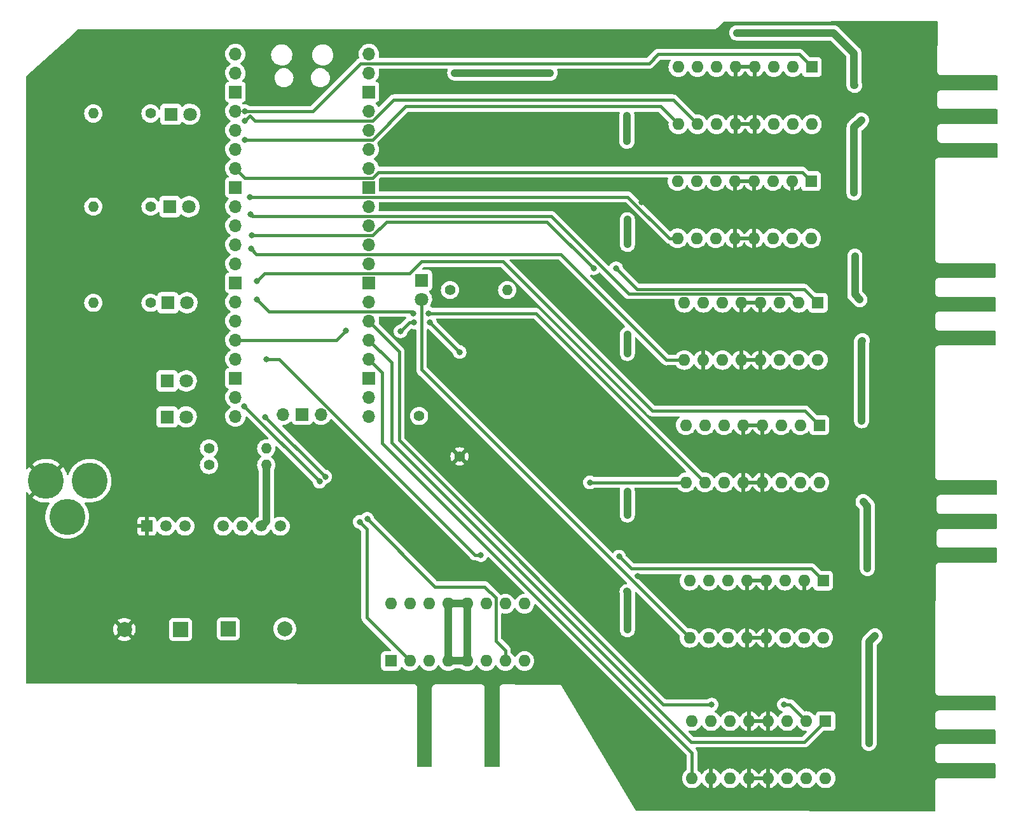
<source format=gbr>
%TF.GenerationSoftware,KiCad,Pcbnew,(6.0.7)*%
%TF.CreationDate,2023-01-12T12:11:46-08:00*%
%TF.ProjectId,RevisedControlBoard,52657669-7365-4644-936f-6e74726f6c42,rev?*%
%TF.SameCoordinates,Original*%
%TF.FileFunction,Copper,L2,Bot*%
%TF.FilePolarity,Positive*%
%FSLAX46Y46*%
G04 Gerber Fmt 4.6, Leading zero omitted, Abs format (unit mm)*
G04 Created by KiCad (PCBNEW (6.0.7)) date 2023-01-12 12:11:46*
%MOMM*%
%LPD*%
G01*
G04 APERTURE LIST*
G04 Aperture macros list*
%AMHorizOval*
0 Thick line with rounded ends*
0 $1 width*
0 $2 $3 position (X,Y) of the first rounded end (center of the circle)*
0 $4 $5 position (X,Y) of the second rounded end (center of the circle)*
0 Add line between two ends*
20,1,$1,$2,$3,$4,$5,0*
0 Add two circle primitives to create the rounded ends*
1,1,$1,$2,$3*
1,1,$1,$4,$5*%
G04 Aperture macros list end*
%TA.AperFunction,ComponentPad*%
%ADD10C,1.400000*%
%TD*%
%TA.AperFunction,ComponentPad*%
%ADD11HorizOval,1.400000X0.000000X0.000000X0.000000X0.000000X0*%
%TD*%
%TA.AperFunction,ComponentPad*%
%ADD12O,1.700000X1.700000*%
%TD*%
%TA.AperFunction,ComponentPad*%
%ADD13R,1.700000X1.700000*%
%TD*%
%TA.AperFunction,ComponentPad*%
%ADD14R,1.600000X1.600000*%
%TD*%
%TA.AperFunction,ComponentPad*%
%ADD15O,1.600000X1.600000*%
%TD*%
%TA.AperFunction,ComponentPad*%
%ADD16O,1.400000X1.400000*%
%TD*%
%TA.AperFunction,ComponentPad*%
%ADD17R,1.800000X1.800000*%
%TD*%
%TA.AperFunction,ComponentPad*%
%ADD18C,1.800000*%
%TD*%
%TA.AperFunction,ComponentPad*%
%ADD19R,1.508000X1.508000*%
%TD*%
%TA.AperFunction,ComponentPad*%
%ADD20C,1.508000*%
%TD*%
%TA.AperFunction,ComponentPad*%
%ADD21C,4.800000*%
%TD*%
%TA.AperFunction,ComponentPad*%
%ADD22R,2.000000X2.000000*%
%TD*%
%TA.AperFunction,ComponentPad*%
%ADD23C,2.000000*%
%TD*%
%TA.AperFunction,ViaPad*%
%ADD24C,0.800000*%
%TD*%
%TA.AperFunction,Conductor*%
%ADD25C,0.400000*%
%TD*%
%TA.AperFunction,Conductor*%
%ADD26C,1.000000*%
%TD*%
G04 APERTURE END LIST*
D10*
%TO.P,10k1,1*%
%TO.N,PWM*%
X136300000Y-90700000D03*
D11*
%TO.P,10k1,2*%
%TO.N,GND1*%
X141688154Y-96088154D03*
%TD*%
D12*
%TO.P,U2,1,GPIO0*%
%TO.N,unconnected-(U2-Pad1)*%
X111840000Y-42500000D03*
%TO.P,U2,2,GPIO1*%
%TO.N,unconnected-(U2-Pad2)*%
X111840000Y-45040000D03*
D13*
%TO.P,U2,3,GND*%
%TO.N,GND*%
X111840000Y-47580000D03*
D12*
%TO.P,U2,4,GPIO2*%
%TO.N,G1A*%
X111840000Y-50120000D03*
%TO.P,U2,5,GPIO3*%
%TO.N,G1B*%
X111840000Y-52660000D03*
%TO.P,U2,6,GPIO4*%
%TO.N,G1C*%
X111840000Y-55200000D03*
%TO.P,U2,7,GPIO5*%
%TO.N,G1D*%
X111840000Y-57740000D03*
D13*
%TO.P,U2,8,GND*%
%TO.N,GND*%
X111840000Y-60280000D03*
D12*
%TO.P,U2,9,GPIO6*%
%TO.N,G2A*%
X111840000Y-62820000D03*
%TO.P,U2,10,GPIO7*%
%TO.N,G2B*%
X111840000Y-65360000D03*
%TO.P,U2,11,GPIO8*%
%TO.N,G2C*%
X111840000Y-67900000D03*
%TO.P,U2,12,GPIO9*%
%TO.N,G2D*%
X111840000Y-70440000D03*
D13*
%TO.P,U2,13,GND*%
%TO.N,GND*%
X111840000Y-72980000D03*
D12*
%TO.P,U2,14,GPIO10*%
%TO.N,G3A*%
X111840000Y-75520000D03*
%TO.P,U2,15,GPIO11*%
%TO.N,G3B*%
X111840000Y-78060000D03*
%TO.P,U2,16,GPIO12*%
%TO.N,G3C*%
X111840000Y-80600000D03*
%TO.P,U2,17,GPIO13*%
%TO.N,G3D*%
X111840000Y-83140000D03*
D13*
%TO.P,U2,18,GND*%
%TO.N,GND*%
X111840000Y-85680000D03*
D12*
%TO.P,U2,19,GPIO14*%
%TO.N,Rail1*%
X111840000Y-88220000D03*
%TO.P,U2,20,GPIO15*%
%TO.N,Rail2*%
X111840000Y-90760000D03*
%TO.P,U2,21,GPIO16*%
%TO.N,PWM*%
X129620000Y-90760000D03*
%TO.P,U2,22,GPIO17*%
%TO.N,unconnected-(U2-Pad22)*%
X129620000Y-88220000D03*
D13*
%TO.P,U2,23,GND*%
%TO.N,GND*%
X129620000Y-85680000D03*
D12*
%TO.P,U2,24,GPIO18*%
%TO.N,G4D*%
X129620000Y-83140000D03*
%TO.P,U2,25,GPIO19*%
%TO.N,G4C*%
X129620000Y-80600000D03*
%TO.P,U2,26,GPIO20*%
%TO.N,G4B*%
X129620000Y-78060000D03*
%TO.P,U2,27,GPIO21*%
%TO.N,G4A*%
X129620000Y-75520000D03*
D13*
%TO.P,U2,28,GND*%
%TO.N,GND*%
X129620000Y-72980000D03*
D12*
%TO.P,U2,29,GPIO22*%
%TO.N,unconnected-(U2-Pad29)*%
X129620000Y-70440000D03*
%TO.P,U2,30,RUN*%
%TO.N,unconnected-(U2-Pad30)*%
X129620000Y-67900000D03*
%TO.P,U2,31,GPIO26_ADC0*%
%TO.N,unconnected-(U2-Pad31)*%
X129620000Y-65360000D03*
%TO.P,U2,32,GPIO27_ADC1*%
%TO.N,unconnected-(U2-Pad32)*%
X129620000Y-62820000D03*
D13*
%TO.P,U2,33,AGND*%
%TO.N,unconnected-(U2-Pad33)*%
X129620000Y-60280000D03*
D12*
%TO.P,U2,34,GPIO28_ADC2*%
%TO.N,unconnected-(U2-Pad34)*%
X129620000Y-57740000D03*
%TO.P,U2,35,ADC_VREF*%
%TO.N,unconnected-(U2-Pad35)*%
X129620000Y-55200000D03*
%TO.P,U2,36,3V3*%
%TO.N,unconnected-(U2-Pad36)*%
X129620000Y-52660000D03*
%TO.P,U2,37,3V3_EN*%
%TO.N,unconnected-(U2-Pad37)*%
X129620000Y-50120000D03*
D13*
%TO.P,U2,38,GND*%
%TO.N,GND*%
X129620000Y-47580000D03*
D12*
%TO.P,U2,39,VSYS*%
%TO.N,+5V*%
X129620000Y-45040000D03*
%TO.P,U2,40,VBUS*%
%TO.N,unconnected-(U2-Pad40)*%
X129620000Y-42500000D03*
%TO.P,U2,41,SWCLK*%
%TO.N,unconnected-(U2-Pad41)*%
X118190000Y-90530000D03*
D13*
%TO.P,U2,42,GND*%
%TO.N,GND*%
X120730000Y-90530000D03*
D12*
%TO.P,U2,43,SWDIO*%
%TO.N,unconnected-(U2-Pad43)*%
X123270000Y-90530000D03*
%TD*%
D14*
%TO.P,U5,1,EN1\u002C2*%
%TO.N,G1D*%
X188505000Y-59430000D03*
D15*
%TO.P,U5,2,1A*%
%TO.N,GND1*%
X185965000Y-59430000D03*
%TO.P,U5,3,1Y*%
%TO.N,Net-(G1L1-Pad1)*%
X183425000Y-59430000D03*
%TO.P,U5,4,GND*%
%TO.N,GND1*%
X180885000Y-59430000D03*
%TO.P,U5,5,GND*%
X178345000Y-59430000D03*
%TO.P,U5,6,2Y*%
%TO.N,unconnected-(U5-Pad6)*%
X175805000Y-59430000D03*
%TO.P,U5,7,2A*%
%TO.N,unconnected-(U5-Pad7)*%
X173265000Y-59430000D03*
%TO.P,U5,8,VCC2*%
%TO.N,18V*%
X170725000Y-59430000D03*
%TO.P,U5,9,EN3\u002C4*%
%TO.N,G2A*%
X170725000Y-67050000D03*
%TO.P,U5,10,3A*%
%TO.N,+5V*%
X173265000Y-67050000D03*
%TO.P,U5,11,3Y*%
%TO.N,Net-(G2R1-Pad1)*%
X175805000Y-67050000D03*
%TO.P,U5,12,GND*%
%TO.N,GND1*%
X178345000Y-67050000D03*
%TO.P,U5,13,GND*%
X180885000Y-67050000D03*
%TO.P,U5,14,4Y*%
%TO.N,unconnected-(U5-Pad14)*%
X183425000Y-67050000D03*
%TO.P,U5,15,4A*%
%TO.N,unconnected-(U5-Pad15)*%
X185965000Y-67050000D03*
%TO.P,U5,16,VCC1*%
%TO.N,+5V*%
X188505000Y-67050000D03*
%TD*%
D10*
%TO.P,R2,1*%
%TO.N,Net-(D2-Pad1)*%
X108320000Y-95030000D03*
D16*
%TO.P,R2,2*%
%TO.N,GND*%
X115940000Y-95030000D03*
%TD*%
D17*
%TO.P,D5,1,K*%
%TO.N,Net-(D5-Pad1)*%
X102855000Y-75630000D03*
D18*
%TO.P,D5,2,A*%
%TO.N,G3A*%
X105395000Y-75630000D03*
%TD*%
D17*
%TO.P,D1,1,K*%
%TO.N,Net-(D1-Pad1)*%
X102755000Y-86030000D03*
D18*
%TO.P,D1,2,A*%
%TO.N,Rail1*%
X105295000Y-86030000D03*
%TD*%
D10*
%TO.P,R5,1*%
%TO.N,Net-(D5-Pad1)*%
X100540000Y-75630000D03*
D16*
%TO.P,R5,2*%
%TO.N,GND*%
X92920000Y-75630000D03*
%TD*%
D10*
%TO.P,R6,1*%
%TO.N,Net-(D6-Pad1)*%
X140420000Y-73930000D03*
D16*
%TO.P,R6,2*%
%TO.N,GND*%
X148040000Y-73930000D03*
%TD*%
D14*
%TO.P,U6,1,EN1\u002C2*%
%TO.N,G4C*%
X190430000Y-131330000D03*
D15*
%TO.P,U6,2,1A*%
%TO.N,G4B*%
X187890000Y-131330000D03*
%TO.P,U6,3,1Y*%
%TO.N,Net-(G4M1-Pad1)*%
X185350000Y-131330000D03*
%TO.P,U6,4,GND*%
%TO.N,GND1*%
X182810000Y-131330000D03*
%TO.P,U6,5,GND*%
X180270000Y-131330000D03*
%TO.P,U6,6,2Y*%
%TO.N,unconnected-(U6-Pad6)*%
X177730000Y-131330000D03*
%TO.P,U6,7,2A*%
%TO.N,unconnected-(U6-Pad7)*%
X175190000Y-131330000D03*
%TO.P,U6,8,VCC2*%
%TO.N,18V*%
X172650000Y-131330000D03*
%TO.P,U6,9,EN3\u002C4*%
%TO.N,G4D*%
X172650000Y-138950000D03*
%TO.P,U6,10,3A*%
%TO.N,GND1*%
X175190000Y-138950000D03*
%TO.P,U6,11,3Y*%
%TO.N,Net-(G4L1-Pad1)*%
X177730000Y-138950000D03*
%TO.P,U6,12,GND*%
%TO.N,GND1*%
X180270000Y-138950000D03*
%TO.P,U6,13,GND*%
X182810000Y-138950000D03*
%TO.P,U6,14,4Y*%
%TO.N,unconnected-(U6-Pad14)*%
X185350000Y-138950000D03*
%TO.P,U6,15,4A*%
%TO.N,unconnected-(U6-Pad15)*%
X187890000Y-138950000D03*
%TO.P,U6,16,VCC1*%
%TO.N,+5V*%
X190430000Y-138950000D03*
%TD*%
D16*
%TO.P,R4,2*%
%TO.N,GND*%
X92920000Y-62830000D03*
D10*
%TO.P,R4,1*%
%TO.N,Net-(D4-Pad1)*%
X100540000Y-62830000D03*
%TD*%
D17*
%TO.P,D2,1,K*%
%TO.N,Net-(D2-Pad1)*%
X102755000Y-90830000D03*
D18*
%TO.P,D2,2,A*%
%TO.N,Rail2*%
X105295000Y-90830000D03*
%TD*%
D19*
%TO.P,PS1,1,GND*%
%TO.N,GND1*%
X100040000Y-105380000D03*
D20*
%TO.P,PS1,2,VIN*%
%TO.N,18V*%
X102580000Y-105380000D03*
%TO.P,PS1,3,NC*%
%TO.N,unconnected-(PS1-Pad3)*%
X105120000Y-105380000D03*
%TO.P,PS1,5,NC*%
%TO.N,unconnected-(PS1-Pad5)*%
X110200000Y-105380000D03*
%TO.P,PS1,6,+VO*%
%TO.N,+5V*%
X112740000Y-105380000D03*
%TO.P,PS1,7,0V*%
%TO.N,GND*%
X115280000Y-105380000D03*
%TO.P,PS1,8,NC*%
%TO.N,unconnected-(PS1-Pad8)*%
X117820000Y-105380000D03*
%TD*%
D17*
%TO.P,D3,1,K*%
%TO.N,Net-(D3-Pad1)*%
X103255000Y-50530000D03*
D18*
%TO.P,D3,2,A*%
%TO.N,G1A*%
X105795000Y-50530000D03*
%TD*%
D14*
%TO.P,U4,1,EN1\u002C2*%
%TO.N,G1A*%
X188605000Y-44230000D03*
D15*
%TO.P,U4,2,1A*%
%TO.N,+5V*%
X186065000Y-44230000D03*
%TO.P,U4,3,1Y*%
%TO.N,Net-(G1R1-Pad1)*%
X183525000Y-44230000D03*
%TO.P,U4,4,GND*%
%TO.N,GND1*%
X180985000Y-44230000D03*
%TO.P,U4,5,GND*%
X178445000Y-44230000D03*
%TO.P,U4,6,2Y*%
%TO.N,unconnected-(U4-Pad6)*%
X175905000Y-44230000D03*
%TO.P,U4,7,2A*%
%TO.N,unconnected-(U4-Pad7)*%
X173365000Y-44230000D03*
%TO.P,U4,8,VCC2*%
%TO.N,18V*%
X170825000Y-44230000D03*
%TO.P,U4,9,EN3\u002C4*%
%TO.N,G1C*%
X170825000Y-51850000D03*
%TO.P,U4,10,3A*%
%TO.N,G1B*%
X173365000Y-51850000D03*
%TO.P,U4,11,3Y*%
%TO.N,Net-(G1M1-Pad1)*%
X175905000Y-51850000D03*
%TO.P,U4,12,GND*%
%TO.N,GND1*%
X178445000Y-51850000D03*
%TO.P,U4,13,GND*%
X180985000Y-51850000D03*
%TO.P,U4,14,4Y*%
%TO.N,unconnected-(U4-Pad14)*%
X183525000Y-51850000D03*
%TO.P,U4,15,4A*%
%TO.N,unconnected-(U4-Pad15)*%
X186065000Y-51850000D03*
%TO.P,U4,16,VCC1*%
%TO.N,+5V*%
X188605000Y-51850000D03*
%TD*%
D14*
%TO.P,U7,1,EN1\u002C2*%
%TO.N,G3A*%
X189605000Y-91930000D03*
D15*
%TO.P,U7,2,1A*%
%TO.N,+5V*%
X187065000Y-91930000D03*
%TO.P,U7,3,1Y*%
%TO.N,Net-(G3R1-Pad1)*%
X184525000Y-91930000D03*
%TO.P,U7,4,GND*%
%TO.N,GND1*%
X181985000Y-91930000D03*
%TO.P,U7,5,GND*%
X179445000Y-91930000D03*
%TO.P,U7,6,2Y*%
%TO.N,unconnected-(U7-Pad6)*%
X176905000Y-91930000D03*
%TO.P,U7,7,2A*%
%TO.N,unconnected-(U7-Pad7)*%
X174365000Y-91930000D03*
%TO.P,U7,8,VCC2*%
%TO.N,18V*%
X171825000Y-91930000D03*
%TO.P,U7,9,EN3\u002C4*%
%TO.N,G3C*%
X171825000Y-99550000D03*
%TO.P,U7,10,3A*%
%TO.N,G3B*%
X174365000Y-99550000D03*
%TO.P,U7,11,3Y*%
%TO.N,Net-(G3M1-Pad1)*%
X176905000Y-99550000D03*
%TO.P,U7,12,GND*%
%TO.N,GND1*%
X179445000Y-99550000D03*
%TO.P,U7,13,GND*%
X181985000Y-99550000D03*
%TO.P,U7,14,4Y*%
%TO.N,unconnected-(U7-Pad14)*%
X184525000Y-99550000D03*
%TO.P,U7,15,4A*%
%TO.N,unconnected-(U7-Pad15)*%
X187065000Y-99550000D03*
%TO.P,U7,16,VCC1*%
%TO.N,+5V*%
X189605000Y-99550000D03*
%TD*%
D21*
%TO.P,J1,1,POWER*%
%TO.N,18V*%
X92430000Y-99330000D03*
%TO.P,J1,2,GND_1*%
%TO.N,GND1*%
X86630000Y-99330000D03*
%TO.P,J1,3,GND_2*%
%TO.N,unconnected-(J1-Pad3)*%
X89430000Y-104130000D03*
%TD*%
D17*
%TO.P,D4,1,K*%
%TO.N,Net-(D4-Pad1)*%
X103130000Y-62830000D03*
D18*
%TO.P,D4,2,A*%
%TO.N,G2A*%
X105670000Y-62830000D03*
%TD*%
D14*
%TO.P,U3,1,EN1\u002C2*%
%TO.N,G2C*%
X189405000Y-75630000D03*
D15*
%TO.P,U3,2,1A*%
%TO.N,G2B*%
X186865000Y-75630000D03*
%TO.P,U3,3,1Y*%
%TO.N,Net-(G2M1-Pad1)*%
X184325000Y-75630000D03*
%TO.P,U3,4,GND*%
%TO.N,GND1*%
X181785000Y-75630000D03*
%TO.P,U3,5,GND*%
X179245000Y-75630000D03*
%TO.P,U3,6,2Y*%
%TO.N,unconnected-(U3-Pad6)*%
X176705000Y-75630000D03*
%TO.P,U3,7,2A*%
%TO.N,unconnected-(U3-Pad7)*%
X174165000Y-75630000D03*
%TO.P,U3,8,VCC2*%
%TO.N,18V*%
X171625000Y-75630000D03*
%TO.P,U3,9,EN3\u002C4*%
%TO.N,G2D*%
X171625000Y-83250000D03*
%TO.P,U3,10,3A*%
%TO.N,GND1*%
X174165000Y-83250000D03*
%TO.P,U3,11,3Y*%
%TO.N,Net-(G2L1-Pad1)*%
X176705000Y-83250000D03*
%TO.P,U3,12,GND*%
%TO.N,GND1*%
X179245000Y-83250000D03*
%TO.P,U3,13,GND*%
X181785000Y-83250000D03*
%TO.P,U3,14,4Y*%
%TO.N,unconnected-(U3-Pad14)*%
X184325000Y-83250000D03*
%TO.P,U3,15,4A*%
%TO.N,unconnected-(U3-Pad15)*%
X186865000Y-83250000D03*
%TO.P,U3,16,VCC1*%
%TO.N,+5V*%
X189405000Y-83250000D03*
%TD*%
D10*
%TO.P,R1,1*%
%TO.N,Net-(D1-Pad1)*%
X108320000Y-97230000D03*
D16*
%TO.P,R1,2*%
%TO.N,GND*%
X115940000Y-97230000D03*
%TD*%
D14*
%TO.P,U8,1,EN1\u002C2*%
%TO.N,G3D*%
X190105000Y-112630000D03*
D15*
%TO.P,U8,2,1A*%
%TO.N,GND1*%
X187565000Y-112630000D03*
%TO.P,U8,3,1Y*%
%TO.N,Net-(G3L1-Pad1)*%
X185025000Y-112630000D03*
%TO.P,U8,4,GND*%
%TO.N,GND1*%
X182485000Y-112630000D03*
%TO.P,U8,5,GND*%
X179945000Y-112630000D03*
%TO.P,U8,6,2Y*%
%TO.N,unconnected-(U8-Pad6)*%
X177405000Y-112630000D03*
%TO.P,U8,7,2A*%
%TO.N,unconnected-(U8-Pad7)*%
X174865000Y-112630000D03*
%TO.P,U8,8,VCC2*%
%TO.N,18V*%
X172325000Y-112630000D03*
%TO.P,U8,9,EN3\u002C4*%
%TO.N,G4A*%
X172325000Y-120250000D03*
%TO.P,U8,10,3A*%
%TO.N,+5V*%
X174865000Y-120250000D03*
%TO.P,U8,11,3Y*%
%TO.N,Net-(G4R1-Pad1)*%
X177405000Y-120250000D03*
%TO.P,U8,12,GND*%
%TO.N,GND1*%
X179945000Y-120250000D03*
%TO.P,U8,13,GND*%
X182485000Y-120250000D03*
%TO.P,U8,14,4Y*%
%TO.N,unconnected-(U8-Pad14)*%
X185025000Y-120250000D03*
%TO.P,U8,15,4A*%
%TO.N,unconnected-(U8-Pad15)*%
X187565000Y-120250000D03*
%TO.P,U8,16,VCC1*%
%TO.N,+5V*%
X190105000Y-120250000D03*
%TD*%
D17*
%TO.P,D6,1,K*%
%TO.N,Net-(D6-Pad1)*%
X136620000Y-72645000D03*
D18*
%TO.P,D6,2,A*%
%TO.N,G4A*%
X136620000Y-75185000D03*
%TD*%
D22*
%TO.P,C4,1*%
%TO.N,+5V*%
X110912323Y-119030000D03*
D23*
%TO.P,C4,2*%
%TO.N,GND*%
X118412323Y-119030000D03*
%TD*%
D10*
%TO.P,R3,1*%
%TO.N,Net-(D3-Pad1)*%
X100540000Y-50430000D03*
D16*
%TO.P,R3,2*%
%TO.N,GND*%
X92920000Y-50430000D03*
%TD*%
D22*
%TO.P,C1,1*%
%TO.N,18V*%
X104547677Y-119130000D03*
D23*
%TO.P,C1,2*%
%TO.N,GND1*%
X97047677Y-119130000D03*
%TD*%
D14*
%TO.P,U1,1,EN1\u002C2*%
%TO.N,+5V*%
X132555000Y-123330000D03*
D15*
%TO.P,U1,2,1A*%
%TO.N,Rail1*%
X135095000Y-123330000D03*
%TO.P,U1,3,1Y*%
%TO.N,Net-(RailA1-Pad1)*%
X137635000Y-123330000D03*
%TO.P,U1,4,GND*%
%TO.N,RAIL*%
X140175000Y-123330000D03*
%TO.P,U1,5,GND*%
X142715000Y-123330000D03*
%TO.P,U1,6,2Y*%
%TO.N,Net-(RailB1-Pad1)*%
X145255000Y-123330000D03*
%TO.P,U1,7,2A*%
%TO.N,Rail2*%
X147795000Y-123330000D03*
%TO.P,U1,8,VCC2*%
%TO.N,18V*%
X150335000Y-123330000D03*
%TO.P,U1,9,EN3\u002C4*%
%TO.N,unconnected-(U1-Pad9)*%
X150335000Y-115710000D03*
%TO.P,U1,10,3A*%
%TO.N,unconnected-(U1-Pad10)*%
X147795000Y-115710000D03*
%TO.P,U1,11,3Y*%
%TO.N,unconnected-(U1-Pad11)*%
X145255000Y-115710000D03*
%TO.P,U1,12,GND*%
%TO.N,RAIL*%
X142715000Y-115710000D03*
%TO.P,U1,13,GND*%
X140175000Y-115710000D03*
%TO.P,U1,14,4Y*%
%TO.N,unconnected-(U1-Pad14)*%
X137635000Y-115710000D03*
%TO.P,U1,15,4A*%
%TO.N,unconnected-(U1-Pad15)*%
X135095000Y-115710000D03*
%TO.P,U1,16,VCC1*%
%TO.N,+5V*%
X132555000Y-115710000D03*
%TD*%
D24*
%TO.N,G4B*%
X175270000Y-129130000D03*
X184870000Y-129130000D03*
%TO.N,GND*%
X194301472Y-46698528D03*
X195200000Y-51300000D03*
%TO.N,+5V*%
X153760000Y-45040000D03*
X141060000Y-45040000D03*
X163980000Y-54120000D03*
X163980000Y-50720000D03*
X164030000Y-119170000D03*
X164000000Y-114100000D03*
X164030000Y-103870000D03*
X164030000Y-100770000D03*
X164030000Y-82370000D03*
X164030000Y-79870000D03*
X164030000Y-67870000D03*
X164030000Y-64570000D03*
%TO.N,GND*%
X178600000Y-39700000D03*
%TO.N,Rail2*%
X123805313Y-98795395D03*
X129400000Y-104400000D03*
%TO.N,Rail1*%
X128400000Y-104800000D03*
X123050000Y-99450000D03*
%TO.N,G3C*%
X141700000Y-82200000D03*
X159050000Y-99550000D03*
X159050000Y-99550000D03*
%TO.N,GND*%
X196000000Y-111000000D03*
X195000000Y-75229500D03*
X195330000Y-80670000D03*
%TO.N,GND1*%
X165230000Y-131000000D03*
X130000000Y-101000000D03*
%TO.N,G3C*%
X126530000Y-79330000D03*
X133830000Y-79430000D03*
X135630000Y-78230000D03*
X137730000Y-78230000D03*
%TO.N,G3B*%
X137530000Y-77030000D03*
X135530000Y-77030000D03*
X114730000Y-75230000D03*
%TO.N,G3A*%
X114730000Y-72730000D03*
%TO.N,G2D*%
X113930000Y-68430000D03*
%TO.N,G2C*%
X114030000Y-66630000D03*
%TO.N,G2B*%
X113830000Y-63830000D03*
%TO.N,G2A*%
X113730000Y-61530000D03*
%TO.N,G1A*%
X113130000Y-50130000D03*
%TO.N,G1B*%
X113093269Y-51413595D03*
%TO.N,G1C*%
X113093269Y-53953595D03*
%TO.N,G2C*%
X162530000Y-71030000D03*
X159530000Y-71030000D03*
%TO.N,GND1*%
X166830000Y-46630000D03*
X165930000Y-62230000D03*
X166230000Y-77130000D03*
X166230000Y-94230000D03*
X165430000Y-112030000D03*
X153830000Y-119030000D03*
%TO.N,Rail2*%
X115830000Y-90830000D03*
%TO.N,Rail1*%
X113036522Y-89420792D03*
%TO.N,G3D*%
X162930500Y-109430000D03*
X115930000Y-83130000D03*
X144530000Y-109230000D03*
%TO.N,GND*%
X194230000Y-61000000D03*
X194330000Y-69430000D03*
X195230000Y-91330000D03*
X195430000Y-102130000D03*
X197000000Y-120000000D03*
X196200000Y-134300000D03*
%TD*%
D25*
%TO.N,G4B*%
X175270000Y-129130000D02*
X168830000Y-129130000D01*
D26*
%TO.N,GND*%
X194230000Y-46627056D02*
X194230000Y-42430000D01*
X194301472Y-46698528D02*
X194230000Y-46627056D01*
X194230000Y-42430000D02*
X191500000Y-39700000D01*
X191500000Y-39700000D02*
X178600000Y-39700000D01*
X194230000Y-52270000D02*
X195200000Y-51300000D01*
X194230000Y-61000000D02*
X194230000Y-52270000D01*
X196230000Y-120770000D02*
X197000000Y-120000000D01*
X196230000Y-134270000D02*
X196230000Y-120770000D01*
X196200000Y-134300000D02*
X196230000Y-134270000D01*
%TO.N,+5V*%
X141060000Y-45040000D02*
X153760000Y-45040000D01*
X163980000Y-50720000D02*
X163980000Y-54120000D01*
D25*
%TO.N,G1C*%
X130097767Y-53950000D02*
X113090000Y-53950000D01*
X134547767Y-49500000D02*
X130097767Y-53950000D01*
X170825000Y-51850000D02*
X168475000Y-49500000D01*
X168475000Y-49500000D02*
X134547767Y-49500000D01*
%TO.N,G1B*%
X130137767Y-51370000D02*
X132907767Y-48600000D01*
X132907767Y-48600000D02*
X170115000Y-48600000D01*
X170115000Y-48600000D02*
X173365000Y-51850000D01*
X113770000Y-50730000D02*
X114410000Y-51370000D01*
X113090000Y-51410000D02*
X113770000Y-50730000D01*
X114410000Y-51370000D02*
X130137767Y-51370000D01*
D26*
%TO.N,+5V*%
X164030000Y-114130000D02*
X164000000Y-114100000D01*
X164030000Y-119170000D02*
X164030000Y-114130000D01*
X164030000Y-100770000D02*
X164030000Y-103870000D01*
X164030000Y-82370000D02*
X164030000Y-79870000D01*
X164030000Y-67870000D02*
X164030000Y-64570000D01*
%TO.N,RAIL*%
X142715000Y-123330000D02*
X140175000Y-123330000D01*
X142715000Y-115710000D02*
X142715000Y-123330000D01*
X140175000Y-115710000D02*
X142715000Y-115710000D01*
X140175000Y-123330000D02*
X140175000Y-115710000D01*
D25*
%TO.N,Rail2*%
X115839918Y-90830000D02*
X115830000Y-90830000D01*
X123805313Y-98795395D02*
X115839918Y-90830000D01*
X138430000Y-113430000D02*
X129400000Y-104400000D01*
%TO.N,Rail1*%
X128400000Y-104800000D02*
X129330000Y-105730000D01*
%TO.N,G3C*%
X141700000Y-82200000D02*
X137730000Y-78230000D01*
D26*
%TO.N,GND*%
X196000000Y-102700000D02*
X195430000Y-102130000D01*
X196000000Y-111000000D02*
X196000000Y-102700000D01*
X194330000Y-74559500D02*
X195000000Y-75229500D01*
X194330000Y-69430000D02*
X194330000Y-74559500D01*
X195230000Y-80770000D02*
X195330000Y-80670000D01*
X195230000Y-91330000D02*
X195230000Y-80770000D01*
X115940000Y-97230000D02*
X115940000Y-104720000D01*
X115940000Y-104720000D02*
X115280000Y-105380000D01*
D25*
%TO.N,G3C*%
X125260000Y-80600000D02*
X111840000Y-80600000D01*
X126530000Y-79330000D02*
X125260000Y-80600000D01*
X135030000Y-78230000D02*
X133830000Y-79430000D01*
X135630000Y-78230000D02*
X135030000Y-78230000D01*
X171825000Y-99550000D02*
X159050000Y-99550000D01*
%TO.N,G3B*%
X151845000Y-77030000D02*
X174365000Y-99550000D01*
X137530000Y-77030000D02*
X151845000Y-77030000D01*
X135270000Y-76770000D02*
X135530000Y-77030000D01*
X114730000Y-75230000D02*
X116270000Y-76770000D01*
X116270000Y-76770000D02*
X135270000Y-76770000D01*
%TO.N,G3A*%
X187705000Y-90030000D02*
X167330000Y-90030000D01*
X167330000Y-90030000D02*
X147430000Y-70130000D01*
X189605000Y-91930000D02*
X187705000Y-90030000D01*
X136630000Y-70130000D02*
X147430000Y-70130000D01*
X135030000Y-71730000D02*
X136630000Y-70130000D01*
X115730000Y-71730000D02*
X135030000Y-71730000D01*
X114730000Y-72730000D02*
X115730000Y-71730000D01*
%TO.N,G2D*%
X169250000Y-83250000D02*
X171625000Y-83250000D01*
X114650000Y-69150000D02*
X155150000Y-69150000D01*
X113930000Y-68430000D02*
X114650000Y-69150000D01*
X155150000Y-69150000D02*
X169250000Y-83250000D01*
%TO.N,G2C*%
X130130000Y-66630000D02*
X114030000Y-66630000D01*
X153330000Y-64830000D02*
X131930000Y-64830000D01*
X159530000Y-71030000D02*
X153330000Y-64830000D01*
X131930000Y-64830000D02*
X130130000Y-66630000D01*
%TO.N,G2B*%
X113830000Y-63830000D02*
X114105931Y-64105931D01*
X114105931Y-64105931D02*
X153905931Y-64105931D01*
X153905931Y-64105931D02*
X158950000Y-69150000D01*
%TO.N,G2A*%
X128370000Y-61530000D02*
X113730000Y-61530000D01*
X169618629Y-67050000D02*
X170725000Y-67050000D01*
X164098629Y-61530000D02*
X169618629Y-67050000D01*
X128370000Y-61530000D02*
X164098629Y-61530000D01*
%TO.N,G1A*%
X186905000Y-42530000D02*
X188605000Y-44230000D01*
X166910000Y-43750000D02*
X168130000Y-42530000D01*
X168130000Y-42530000D02*
X186905000Y-42530000D01*
X113130000Y-50130000D02*
X122130000Y-50130000D01*
X122130000Y-50130000D02*
X128510000Y-43750000D01*
X128510000Y-43750000D02*
X166910000Y-43750000D01*
%TO.N,G2C*%
X187605000Y-73830000D02*
X189405000Y-75630000D01*
X165330000Y-73830000D02*
X187605000Y-73830000D01*
X162530000Y-71030000D02*
X165330000Y-73830000D01*
%TO.N,G2B*%
X164230000Y-74430000D02*
X185665000Y-74430000D01*
X185665000Y-74430000D02*
X186865000Y-75630000D01*
X158950000Y-69150000D02*
X164230000Y-74430000D01*
%TO.N,G1D*%
X113130000Y-59030000D02*
X111840000Y-57740000D01*
X130097767Y-59030000D02*
X113130000Y-59030000D01*
X130897767Y-58230000D02*
X130097767Y-59030000D01*
X188505000Y-59430000D02*
X187305000Y-58230000D01*
X187305000Y-58230000D02*
X130897767Y-58230000D01*
%TO.N,Rail2*%
X147795000Y-121895000D02*
X147795000Y-123330000D01*
X146530000Y-120630000D02*
X147795000Y-121895000D01*
X146530000Y-114930000D02*
X146530000Y-120630000D01*
X145030000Y-113430000D02*
X146530000Y-114930000D01*
X138430000Y-113430000D02*
X145030000Y-113430000D01*
%TO.N,Rail1*%
X129330000Y-117565000D02*
X135095000Y-123330000D01*
X113036522Y-89436522D02*
X123050000Y-99450000D01*
X129330000Y-105730000D02*
X129330000Y-117565000D01*
X113036522Y-89420792D02*
X113036522Y-89436522D01*
%TO.N,G3D*%
X162930500Y-109430500D02*
X162930500Y-109430000D01*
X164530000Y-111030000D02*
X162930500Y-109430500D01*
X117637767Y-83130000D02*
X143737767Y-109230000D01*
X115930000Y-83130000D02*
X117637767Y-83130000D01*
X143737767Y-109230000D02*
X144530000Y-109230000D01*
X188505000Y-111030000D02*
X164530000Y-111030000D01*
X190105000Y-112630000D02*
X188505000Y-111030000D01*
%TO.N,G4A*%
X136620000Y-84545000D02*
X172325000Y-120250000D01*
X136620000Y-75185000D02*
X136620000Y-84545000D01*
%TO.N,G4B*%
X129620000Y-78090000D02*
X129620000Y-78060000D01*
X133630000Y-82100000D02*
X129620000Y-78090000D01*
X168830000Y-129130000D02*
X133630000Y-93930000D01*
X133630000Y-93930000D02*
X133630000Y-82100000D01*
X187890000Y-131330000D02*
X185690000Y-129130000D01*
X185690000Y-129130000D02*
X184870000Y-129130000D01*
%TO.N,G4C*%
X172530000Y-134130000D02*
X187630000Y-134130000D01*
X187630000Y-134130000D02*
X190430000Y-131330000D01*
X132630000Y-83610000D02*
X132630000Y-94230000D01*
X129620000Y-80600000D02*
X132630000Y-83610000D01*
X132630000Y-94230000D02*
X172530000Y-134130000D01*
%TO.N,G4D*%
X131411860Y-84931860D02*
X129620000Y-83140000D01*
X131411860Y-94326126D02*
X131411860Y-84931860D01*
X172650000Y-135564266D02*
X131411860Y-94326126D01*
X172650000Y-138950000D02*
X172650000Y-135564266D01*
%TD*%
%TA.AperFunction,Conductor*%
%TO.N,GND1*%
G36*
X205327065Y-38130460D02*
G01*
X205373740Y-38183957D01*
X205385300Y-38237910D01*
X205322227Y-44752394D01*
X205322160Y-44753245D01*
X205321914Y-44754066D01*
X205321406Y-44837227D01*
X205321318Y-44846359D01*
X205321222Y-44856251D01*
X205321170Y-44861588D01*
X205321245Y-44862151D01*
X205321252Y-44862401D01*
X205321024Y-44899721D01*
X205323491Y-44908352D01*
X205323491Y-44908353D01*
X205328300Y-44925180D01*
X205332046Y-44943151D01*
X205335547Y-44969407D01*
X205347205Y-44995719D01*
X205353145Y-45012109D01*
X205361051Y-45039771D01*
X205365842Y-45047364D01*
X205375181Y-45062166D01*
X205383818Y-45078361D01*
X205390910Y-45094369D01*
X205390915Y-45094377D01*
X205394549Y-45102579D01*
X205400343Y-45109437D01*
X205400344Y-45109438D01*
X205413114Y-45124553D01*
X205423429Y-45138635D01*
X205438776Y-45162958D01*
X205458627Y-45180489D01*
X205471462Y-45193608D01*
X205488555Y-45213839D01*
X205496038Y-45218793D01*
X205512539Y-45229717D01*
X205526392Y-45240338D01*
X205547951Y-45259378D01*
X205571916Y-45270629D01*
X205587921Y-45279620D01*
X205610010Y-45294244D01*
X205618586Y-45296899D01*
X205618585Y-45296899D01*
X205637488Y-45302752D01*
X205653765Y-45309058D01*
X205665153Y-45314404D01*
X205679800Y-45321281D01*
X205688666Y-45322661D01*
X205688668Y-45322662D01*
X205705966Y-45325355D01*
X205723841Y-45329490D01*
X205749151Y-45337327D01*
X205758126Y-45337469D01*
X205758128Y-45337469D01*
X205784156Y-45337880D01*
X205787362Y-45338029D01*
X205790386Y-45338500D01*
X205822450Y-45338500D01*
X205824440Y-45338516D01*
X205894790Y-45339627D01*
X205898090Y-45338718D01*
X205901540Y-45338500D01*
X206052173Y-45338500D01*
X213195499Y-45338501D01*
X213263620Y-45358503D01*
X213310113Y-45412159D01*
X213321499Y-45464501D01*
X213321500Y-45919292D01*
X213321501Y-46824877D01*
X213321501Y-47195501D01*
X213301499Y-47263622D01*
X213247843Y-47310115D01*
X213195501Y-47321501D01*
X205838623Y-47321501D01*
X205837853Y-47321499D01*
X205837037Y-47321494D01*
X205760279Y-47321025D01*
X205737918Y-47327416D01*
X205731847Y-47329151D01*
X205715085Y-47332729D01*
X205685813Y-47336921D01*
X205677645Y-47340635D01*
X205677644Y-47340635D01*
X205662438Y-47347549D01*
X205644914Y-47353997D01*
X205620229Y-47361052D01*
X205612635Y-47365844D01*
X205612632Y-47365845D01*
X205595220Y-47376831D01*
X205580137Y-47384970D01*
X205553218Y-47397209D01*
X205546416Y-47403070D01*
X205533765Y-47413971D01*
X205518761Y-47425074D01*
X205497042Y-47438777D01*
X205491103Y-47445502D01*
X205491099Y-47445505D01*
X205477468Y-47460939D01*
X205465276Y-47472983D01*
X205449673Y-47486428D01*
X205449671Y-47486431D01*
X205442873Y-47492288D01*
X205437993Y-47499817D01*
X205437992Y-47499818D01*
X205428906Y-47513836D01*
X205417615Y-47528710D01*
X205407054Y-47540669D01*
X205400622Y-47547952D01*
X205388058Y-47574712D01*
X205379737Y-47589692D01*
X205368529Y-47606984D01*
X205368527Y-47606989D01*
X205363648Y-47614516D01*
X205361078Y-47623109D01*
X205361076Y-47623114D01*
X205356289Y-47639121D01*
X205349628Y-47656565D01*
X205338719Y-47679801D01*
X205337338Y-47688668D01*
X205337338Y-47688669D01*
X205334170Y-47709016D01*
X205330387Y-47725733D01*
X205324485Y-47745467D01*
X205324484Y-47745473D01*
X205321914Y-47754067D01*
X205321859Y-47763038D01*
X205321859Y-47763039D01*
X205321704Y-47788498D01*
X205321671Y-47789290D01*
X205321500Y-47790387D01*
X205321500Y-47821378D01*
X205321498Y-47822148D01*
X205321076Y-47891291D01*
X205321024Y-47899722D01*
X205321408Y-47901066D01*
X205321500Y-47902411D01*
X205321500Y-49321377D01*
X205321498Y-49322147D01*
X205321024Y-49399721D01*
X205323491Y-49408352D01*
X205329150Y-49428153D01*
X205332728Y-49444915D01*
X205336920Y-49474187D01*
X205347001Y-49496358D01*
X205347548Y-49497562D01*
X205353996Y-49515086D01*
X205361051Y-49539771D01*
X205365843Y-49547365D01*
X205365844Y-49547368D01*
X205376830Y-49564780D01*
X205384969Y-49579863D01*
X205397208Y-49606782D01*
X205403069Y-49613584D01*
X205413970Y-49626235D01*
X205425073Y-49641239D01*
X205438776Y-49662958D01*
X205445501Y-49668897D01*
X205445504Y-49668901D01*
X205460938Y-49682532D01*
X205472982Y-49694724D01*
X205486427Y-49710327D01*
X205486430Y-49710329D01*
X205492287Y-49717127D01*
X205499816Y-49722007D01*
X205499817Y-49722008D01*
X205513835Y-49731094D01*
X205528709Y-49742385D01*
X205541217Y-49753431D01*
X205547951Y-49759378D01*
X205574711Y-49771942D01*
X205589691Y-49780263D01*
X205606983Y-49791471D01*
X205606988Y-49791473D01*
X205614515Y-49796352D01*
X205623108Y-49798922D01*
X205623113Y-49798924D01*
X205639120Y-49803711D01*
X205656564Y-49810372D01*
X205671676Y-49817467D01*
X205671678Y-49817468D01*
X205679800Y-49821281D01*
X205688667Y-49822662D01*
X205688668Y-49822662D01*
X205693678Y-49823442D01*
X205709017Y-49825830D01*
X205725732Y-49829613D01*
X205745466Y-49835515D01*
X205745472Y-49835516D01*
X205754066Y-49838086D01*
X205763037Y-49838141D01*
X205763038Y-49838141D01*
X205773097Y-49838202D01*
X205788506Y-49838296D01*
X205789289Y-49838329D01*
X205790386Y-49838500D01*
X205821377Y-49838500D01*
X205822147Y-49838502D01*
X205895785Y-49838952D01*
X205895786Y-49838952D01*
X205899721Y-49838976D01*
X205901065Y-49838592D01*
X205902410Y-49838500D01*
X213195501Y-49838500D01*
X213263622Y-49858502D01*
X213310115Y-49912158D01*
X213321501Y-49964500D01*
X213321500Y-51695500D01*
X213301498Y-51763621D01*
X213247842Y-51810114D01*
X213195500Y-51821500D01*
X205838623Y-51821500D01*
X205837853Y-51821498D01*
X205837037Y-51821493D01*
X205760279Y-51821024D01*
X205737918Y-51827415D01*
X205731847Y-51829150D01*
X205715085Y-51832728D01*
X205685813Y-51836920D01*
X205662832Y-51847369D01*
X205662438Y-51847548D01*
X205644914Y-51853996D01*
X205620229Y-51861051D01*
X205612635Y-51865843D01*
X205612632Y-51865844D01*
X205595220Y-51876830D01*
X205580137Y-51884969D01*
X205553218Y-51897208D01*
X205546416Y-51903069D01*
X205533765Y-51913970D01*
X205518761Y-51925073D01*
X205497042Y-51938776D01*
X205491103Y-51945501D01*
X205491099Y-51945504D01*
X205477468Y-51960938D01*
X205465276Y-51972982D01*
X205449673Y-51986427D01*
X205449671Y-51986430D01*
X205442873Y-51992287D01*
X205437993Y-51999816D01*
X205437992Y-51999817D01*
X205428906Y-52013835D01*
X205417615Y-52028709D01*
X205414460Y-52032282D01*
X205400622Y-52047951D01*
X205389963Y-52070653D01*
X205388058Y-52074711D01*
X205379737Y-52089691D01*
X205368529Y-52106983D01*
X205368527Y-52106988D01*
X205363648Y-52114515D01*
X205361078Y-52123108D01*
X205361076Y-52123113D01*
X205356289Y-52139120D01*
X205349628Y-52156564D01*
X205342533Y-52171676D01*
X205338719Y-52179800D01*
X205337338Y-52188667D01*
X205337338Y-52188668D01*
X205334170Y-52209015D01*
X205330387Y-52225732D01*
X205324485Y-52245466D01*
X205324484Y-52245472D01*
X205321914Y-52254066D01*
X205321758Y-52279704D01*
X205321704Y-52288497D01*
X205321671Y-52289289D01*
X205321500Y-52290386D01*
X205321500Y-52321377D01*
X205321498Y-52322095D01*
X205321024Y-52399721D01*
X205321408Y-52401065D01*
X205321500Y-52402410D01*
X205321500Y-53821377D01*
X205321498Y-53822147D01*
X205321024Y-53899721D01*
X205323491Y-53908352D01*
X205329150Y-53928153D01*
X205332728Y-53944915D01*
X205336920Y-53974187D01*
X205340634Y-53982355D01*
X205340634Y-53982356D01*
X205347548Y-53997562D01*
X205353996Y-54015086D01*
X205361051Y-54039771D01*
X205365843Y-54047365D01*
X205365844Y-54047368D01*
X205376830Y-54064780D01*
X205384969Y-54079863D01*
X205397208Y-54106782D01*
X205403069Y-54113584D01*
X205413970Y-54126235D01*
X205425073Y-54141239D01*
X205438776Y-54162958D01*
X205445501Y-54168897D01*
X205445504Y-54168901D01*
X205460938Y-54182532D01*
X205472982Y-54194724D01*
X205486427Y-54210327D01*
X205486430Y-54210329D01*
X205492287Y-54217127D01*
X205499816Y-54222007D01*
X205499817Y-54222008D01*
X205513835Y-54231094D01*
X205528709Y-54242385D01*
X205541217Y-54253431D01*
X205547951Y-54259378D01*
X205574711Y-54271942D01*
X205589691Y-54280263D01*
X205606983Y-54291471D01*
X205606988Y-54291473D01*
X205614515Y-54296352D01*
X205623108Y-54298922D01*
X205623113Y-54298924D01*
X205639120Y-54303711D01*
X205656564Y-54310372D01*
X205671676Y-54317467D01*
X205671678Y-54317468D01*
X205679800Y-54321281D01*
X205688667Y-54322662D01*
X205688668Y-54322662D01*
X205698310Y-54324163D01*
X205709017Y-54325830D01*
X205725732Y-54329613D01*
X205745466Y-54335515D01*
X205745472Y-54335516D01*
X205754066Y-54338086D01*
X205763037Y-54338141D01*
X205763038Y-54338141D01*
X205773097Y-54338202D01*
X205788506Y-54338296D01*
X205789289Y-54338329D01*
X205790386Y-54338500D01*
X205821378Y-54338500D01*
X205822148Y-54338502D01*
X205895785Y-54338952D01*
X205895786Y-54338952D01*
X205899721Y-54338976D01*
X205901065Y-54338592D01*
X205902410Y-54338500D01*
X205961203Y-54338500D01*
X213195499Y-54338501D01*
X213263620Y-54358503D01*
X213310113Y-54412159D01*
X213321499Y-54464501D01*
X213321500Y-54915221D01*
X213321501Y-55819020D01*
X213321501Y-56195500D01*
X213301499Y-56263621D01*
X213247843Y-56310114D01*
X213195501Y-56321500D01*
X205545258Y-56321500D01*
X205458583Y-56321259D01*
X205449964Y-56323754D01*
X205449961Y-56323754D01*
X205431202Y-56329183D01*
X205414037Y-56332877D01*
X205394704Y-56335646D01*
X205394699Y-56335647D01*
X205385813Y-56336920D01*
X205377639Y-56340636D01*
X205377637Y-56340637D01*
X205361466Y-56347989D01*
X205344347Y-56354320D01*
X205318667Y-56361753D01*
X205294606Y-56377047D01*
X205279173Y-56385407D01*
X205261388Y-56393493D01*
X205261386Y-56393494D01*
X205253218Y-56397208D01*
X205246420Y-56403065D01*
X205246419Y-56403066D01*
X205232961Y-56414662D01*
X205218307Y-56425543D01*
X205206327Y-56433159D01*
X205195740Y-56439888D01*
X205189822Y-56446635D01*
X205189820Y-56446636D01*
X205176941Y-56461318D01*
X205164467Y-56473681D01*
X205142873Y-56492287D01*
X205137993Y-56499816D01*
X205128327Y-56514729D01*
X205117318Y-56529283D01*
X205099684Y-56549384D01*
X205095900Y-56557514D01*
X205095895Y-56557522D01*
X205087654Y-56575229D01*
X205079152Y-56590596D01*
X205063648Y-56614515D01*
X205055984Y-56640142D01*
X205049504Y-56657196D01*
X205038221Y-56681438D01*
X205036870Y-56690309D01*
X205033928Y-56709626D01*
X205030082Y-56726752D01*
X205021914Y-56754066D01*
X205021859Y-56763043D01*
X205021859Y-56763044D01*
X205021702Y-56788786D01*
X205021641Y-56790310D01*
X205021371Y-56792081D01*
X205021386Y-56796655D01*
X205021386Y-56796662D01*
X205021479Y-56824318D01*
X205021478Y-56825511D01*
X205021132Y-56882138D01*
X205021024Y-56899721D01*
X205021601Y-56901740D01*
X205021743Y-56903775D01*
X205025146Y-57924547D01*
X205041486Y-62826646D01*
X205041498Y-62830289D01*
X205041499Y-62830709D01*
X205041501Y-69821378D01*
X205041499Y-69822148D01*
X205041025Y-69899720D01*
X205043492Y-69908351D01*
X205049151Y-69928152D01*
X205052729Y-69944914D01*
X205056921Y-69974186D01*
X205060635Y-69982354D01*
X205060635Y-69982355D01*
X205067549Y-69997561D01*
X205073997Y-70015085D01*
X205081052Y-70039770D01*
X205085844Y-70047364D01*
X205085845Y-70047367D01*
X205096831Y-70064779D01*
X205104970Y-70079862D01*
X205117209Y-70106781D01*
X205123070Y-70113583D01*
X205133971Y-70126234D01*
X205145074Y-70141238D01*
X205158777Y-70162957D01*
X205165502Y-70168896D01*
X205165505Y-70168900D01*
X205180939Y-70182531D01*
X205192983Y-70194723D01*
X205206428Y-70210326D01*
X205206431Y-70210328D01*
X205212288Y-70217126D01*
X205219817Y-70222006D01*
X205219818Y-70222007D01*
X205233836Y-70231093D01*
X205248710Y-70242384D01*
X205261218Y-70253430D01*
X205267952Y-70259377D01*
X205294712Y-70271941D01*
X205309692Y-70280262D01*
X205326984Y-70291470D01*
X205326989Y-70291472D01*
X205334516Y-70296351D01*
X205343109Y-70298921D01*
X205343114Y-70298923D01*
X205359121Y-70303710D01*
X205376565Y-70310371D01*
X205391677Y-70317466D01*
X205391679Y-70317467D01*
X205399801Y-70321280D01*
X205408668Y-70322661D01*
X205408669Y-70322661D01*
X205418311Y-70324162D01*
X205429018Y-70325829D01*
X205445733Y-70329612D01*
X205465467Y-70335514D01*
X205465473Y-70335515D01*
X205474067Y-70338085D01*
X205483038Y-70338140D01*
X205483039Y-70338140D01*
X205493098Y-70338201D01*
X205508507Y-70338295D01*
X205509290Y-70338328D01*
X205510387Y-70338499D01*
X205541379Y-70338499D01*
X205542149Y-70338501D01*
X205615786Y-70338951D01*
X205615787Y-70338951D01*
X205619722Y-70338975D01*
X205621066Y-70338591D01*
X205622411Y-70338499D01*
X205681204Y-70338499D01*
X212915501Y-70338500D01*
X212983622Y-70358502D01*
X213030115Y-70412158D01*
X213041501Y-70464500D01*
X213041500Y-72195499D01*
X213021498Y-72263620D01*
X212967842Y-72310113D01*
X212915500Y-72321499D01*
X205584396Y-72321500D01*
X205558621Y-72321500D01*
X205557851Y-72321498D01*
X205557042Y-72321493D01*
X205480278Y-72321024D01*
X205457917Y-72327415D01*
X205451846Y-72329150D01*
X205435084Y-72332728D01*
X205405812Y-72336920D01*
X205397644Y-72340634D01*
X205397643Y-72340634D01*
X205382437Y-72347548D01*
X205364913Y-72353996D01*
X205340228Y-72361051D01*
X205332634Y-72365843D01*
X205332631Y-72365844D01*
X205315219Y-72376830D01*
X205300136Y-72384969D01*
X205273217Y-72397208D01*
X205266415Y-72403069D01*
X205253764Y-72413970D01*
X205238760Y-72425073D01*
X205217041Y-72438776D01*
X205211102Y-72445501D01*
X205211098Y-72445504D01*
X205197467Y-72460938D01*
X205185275Y-72472982D01*
X205169672Y-72486427D01*
X205169670Y-72486430D01*
X205162872Y-72492287D01*
X205157992Y-72499816D01*
X205157991Y-72499817D01*
X205148905Y-72513835D01*
X205137614Y-72528709D01*
X205127579Y-72540072D01*
X205120621Y-72547951D01*
X205111662Y-72567033D01*
X205108057Y-72574711D01*
X205099736Y-72589691D01*
X205088528Y-72606983D01*
X205088526Y-72606988D01*
X205083647Y-72614515D01*
X205081077Y-72623108D01*
X205081075Y-72623113D01*
X205076288Y-72639120D01*
X205069627Y-72656564D01*
X205058718Y-72679800D01*
X205057337Y-72688667D01*
X205057337Y-72688668D01*
X205054169Y-72709015D01*
X205050386Y-72725732D01*
X205044484Y-72745466D01*
X205044483Y-72745472D01*
X205041913Y-72754066D01*
X205041858Y-72763037D01*
X205041858Y-72763038D01*
X205041703Y-72788497D01*
X205041670Y-72789289D01*
X205041499Y-72790386D01*
X205041499Y-72821377D01*
X205041497Y-72822147D01*
X205041023Y-72899721D01*
X205041407Y-72901065D01*
X205041499Y-72902410D01*
X205041499Y-74321377D01*
X205041497Y-74322147D01*
X205041023Y-74399721D01*
X205043490Y-74408352D01*
X205049149Y-74428153D01*
X205052727Y-74444915D01*
X205056919Y-74474187D01*
X205060633Y-74482355D01*
X205060633Y-74482356D01*
X205067547Y-74497562D01*
X205073995Y-74515086D01*
X205081050Y-74539771D01*
X205085842Y-74547365D01*
X205085843Y-74547368D01*
X205096829Y-74564780D01*
X205104968Y-74579863D01*
X205117207Y-74606782D01*
X205123068Y-74613584D01*
X205133969Y-74626235D01*
X205145072Y-74641239D01*
X205158775Y-74662958D01*
X205165500Y-74668897D01*
X205165503Y-74668901D01*
X205180937Y-74682532D01*
X205192981Y-74694724D01*
X205206426Y-74710327D01*
X205206429Y-74710329D01*
X205212286Y-74717127D01*
X205219815Y-74722007D01*
X205219816Y-74722008D01*
X205233834Y-74731094D01*
X205248708Y-74742385D01*
X205261216Y-74753431D01*
X205267950Y-74759378D01*
X205294710Y-74771942D01*
X205309690Y-74780263D01*
X205326982Y-74791471D01*
X205326987Y-74791473D01*
X205334514Y-74796352D01*
X205343107Y-74798922D01*
X205343112Y-74798924D01*
X205359119Y-74803711D01*
X205376563Y-74810372D01*
X205391675Y-74817467D01*
X205391677Y-74817468D01*
X205399799Y-74821281D01*
X205408666Y-74822662D01*
X205408667Y-74822662D01*
X205418309Y-74824163D01*
X205429016Y-74825830D01*
X205445731Y-74829613D01*
X205465465Y-74835515D01*
X205465471Y-74835516D01*
X205474065Y-74838086D01*
X205483036Y-74838141D01*
X205483037Y-74838141D01*
X205493096Y-74838202D01*
X205508505Y-74838296D01*
X205509288Y-74838329D01*
X205510385Y-74838500D01*
X205541376Y-74838500D01*
X205542146Y-74838502D01*
X205615784Y-74838952D01*
X205615785Y-74838952D01*
X205619720Y-74838976D01*
X205621064Y-74838592D01*
X205622409Y-74838500D01*
X212915500Y-74838500D01*
X212983621Y-74858502D01*
X213030114Y-74912158D01*
X213041500Y-74964500D01*
X213041500Y-76695498D01*
X213021498Y-76763619D01*
X212967842Y-76810112D01*
X212915500Y-76821498D01*
X205584400Y-76821499D01*
X205558625Y-76821499D01*
X205557855Y-76821497D01*
X205557075Y-76821492D01*
X205480282Y-76821023D01*
X205471650Y-76823490D01*
X205471651Y-76823490D01*
X205451858Y-76829147D01*
X205435093Y-76832726D01*
X205425143Y-76834151D01*
X205414703Y-76835646D01*
X205414701Y-76835646D01*
X205405815Y-76836919D01*
X205397643Y-76840634D01*
X205397638Y-76840636D01*
X205382439Y-76847547D01*
X205364912Y-76853996D01*
X205348863Y-76858583D01*
X205348862Y-76858583D01*
X205340232Y-76861050D01*
X205317759Y-76875229D01*
X205315225Y-76876828D01*
X205300142Y-76884966D01*
X205281394Y-76893490D01*
X205281392Y-76893491D01*
X205273220Y-76897207D01*
X205262520Y-76906427D01*
X205253769Y-76913967D01*
X205238756Y-76925076D01*
X205224640Y-76933982D01*
X205224636Y-76933985D01*
X205217045Y-76938775D01*
X205211102Y-76945504D01*
X205211101Y-76945505D01*
X205197473Y-76960936D01*
X205185278Y-76972982D01*
X205169680Y-76986422D01*
X205169678Y-76986424D01*
X205162875Y-76992286D01*
X205148907Y-77013835D01*
X205137621Y-77028703D01*
X205120624Y-77047949D01*
X205116810Y-77056073D01*
X205108057Y-77074717D01*
X205099736Y-77089697D01*
X205083650Y-77114514D01*
X205081078Y-77123114D01*
X205076292Y-77139117D01*
X205069635Y-77156552D01*
X205058721Y-77179798D01*
X205057340Y-77188665D01*
X205057340Y-77188666D01*
X205054171Y-77209020D01*
X205050388Y-77225735D01*
X205041916Y-77254065D01*
X205041861Y-77263040D01*
X205041861Y-77263041D01*
X205041706Y-77288495D01*
X205041673Y-77289287D01*
X205041502Y-77290384D01*
X205041502Y-77321383D01*
X205041500Y-77322153D01*
X205041026Y-77399720D01*
X205041410Y-77401064D01*
X205041502Y-77402409D01*
X205041500Y-78821368D01*
X205041498Y-78822138D01*
X205041024Y-78899721D01*
X205049153Y-78928164D01*
X205052726Y-78944900D01*
X205056920Y-78974186D01*
X205060635Y-78982356D01*
X205067548Y-78997560D01*
X205073995Y-79015082D01*
X205081051Y-79039771D01*
X205085841Y-79047362D01*
X205085841Y-79047363D01*
X205096831Y-79064781D01*
X205104967Y-79079859D01*
X205117208Y-79106781D01*
X205133970Y-79126235D01*
X205145075Y-79141244D01*
X205158776Y-79162958D01*
X205170517Y-79173327D01*
X205180936Y-79182529D01*
X205192982Y-79194724D01*
X205206425Y-79210326D01*
X205206429Y-79210329D01*
X205212286Y-79217127D01*
X205230463Y-79228909D01*
X205233837Y-79231096D01*
X205248711Y-79242386D01*
X205267951Y-79259378D01*
X205276075Y-79263192D01*
X205276076Y-79263193D01*
X205294710Y-79271942D01*
X205309693Y-79280264D01*
X205326986Y-79291473D01*
X205326988Y-79291474D01*
X205334514Y-79296352D01*
X205343107Y-79298922D01*
X205343112Y-79298924D01*
X205359122Y-79303712D01*
X205376566Y-79310373D01*
X205391672Y-79317465D01*
X205399800Y-79321281D01*
X205429014Y-79325829D01*
X205445734Y-79329613D01*
X205474065Y-79338086D01*
X205483040Y-79338141D01*
X205483041Y-79338141D01*
X205492364Y-79338198D01*
X205508506Y-79338296D01*
X205509289Y-79338329D01*
X205510386Y-79338500D01*
X205541376Y-79338500D01*
X205542146Y-79338502D01*
X205615784Y-79338952D01*
X205615785Y-79338952D01*
X205619720Y-79338976D01*
X205621064Y-79338592D01*
X205622409Y-79338500D01*
X212915501Y-79338500D01*
X212983622Y-79358502D01*
X213030115Y-79412158D01*
X213041501Y-79464500D01*
X213041500Y-81195499D01*
X213021498Y-81263620D01*
X212967842Y-81310113D01*
X212915500Y-81321499D01*
X205587462Y-81321500D01*
X205557917Y-81321500D01*
X205556998Y-81321497D01*
X205489854Y-81321007D01*
X205489851Y-81321007D01*
X205480880Y-81320942D01*
X205452070Y-81329139D01*
X205435459Y-81332674D01*
X205414699Y-81335647D01*
X205414697Y-81335648D01*
X205405812Y-81336920D01*
X205382778Y-81347393D01*
X205365113Y-81353880D01*
X205340783Y-81360803D01*
X205317323Y-81375566D01*
X205315442Y-81376750D01*
X205300487Y-81384808D01*
X205281390Y-81393491D01*
X205281385Y-81393494D01*
X205273217Y-81397208D01*
X205266418Y-81403066D01*
X205266417Y-81403067D01*
X205254054Y-81413720D01*
X205238914Y-81424909D01*
X205217504Y-81438382D01*
X205211553Y-81445104D01*
X205211552Y-81445105D01*
X205197652Y-81460806D01*
X205185559Y-81472738D01*
X205177953Y-81479292D01*
X205162872Y-81492287D01*
X205157992Y-81499815D01*
X205157989Y-81499819D01*
X205149113Y-81513514D01*
X205137725Y-81528500D01*
X205120955Y-81547443D01*
X205117131Y-81555563D01*
X205108199Y-81574530D01*
X205099938Y-81589382D01*
X205083647Y-81614515D01*
X205081075Y-81623117D01*
X205081073Y-81623120D01*
X205076398Y-81638754D01*
X205069673Y-81656335D01*
X205062720Y-81671098D01*
X205062719Y-81671101D01*
X205058896Y-81679219D01*
X205057505Y-81688087D01*
X205054254Y-81708803D01*
X205050494Y-81725373D01*
X205041913Y-81754066D01*
X205041858Y-81763039D01*
X205041858Y-81763041D01*
X205041704Y-81788375D01*
X205041680Y-81788929D01*
X205041546Y-81789784D01*
X205041543Y-81792156D01*
X205041543Y-81792160D01*
X205041510Y-81819615D01*
X205041508Y-81820232D01*
X205041138Y-81880897D01*
X205041023Y-81899721D01*
X205041338Y-81900824D01*
X205041413Y-81901935D01*
X205021511Y-98719595D01*
X205021509Y-98720215D01*
X205021290Y-98756197D01*
X205021024Y-98799721D01*
X205023491Y-98808352D01*
X205023491Y-98808354D01*
X205029046Y-98827790D01*
X205032645Y-98844698D01*
X205036750Y-98873603D01*
X205040454Y-98881776D01*
X205040455Y-98881778D01*
X205047506Y-98897334D01*
X205053891Y-98914718D01*
X205061051Y-98939771D01*
X205065842Y-98947364D01*
X205076629Y-98964461D01*
X205084829Y-98979680D01*
X205096881Y-99006270D01*
X205102730Y-99013074D01*
X205113862Y-99026025D01*
X205124871Y-99040921D01*
X205132659Y-99053263D01*
X205138776Y-99062958D01*
X205160662Y-99082287D01*
X205172799Y-99094589D01*
X205178101Y-99100757D01*
X205191829Y-99116727D01*
X205213681Y-99130928D01*
X205228423Y-99142132D01*
X205247951Y-99159378D01*
X205256074Y-99163192D01*
X205256079Y-99163195D01*
X205274368Y-99171781D01*
X205289479Y-99180186D01*
X205313963Y-99196097D01*
X205322555Y-99198678D01*
X205322556Y-99198678D01*
X205338921Y-99203593D01*
X205356226Y-99210213D01*
X205379800Y-99221281D01*
X205388667Y-99222662D01*
X205388668Y-99222662D01*
X205399815Y-99224397D01*
X205408646Y-99225773D01*
X205425493Y-99229595D01*
X205453465Y-99237996D01*
X205488012Y-99238248D01*
X205489049Y-99238292D01*
X205490386Y-99238500D01*
X205522081Y-99238500D01*
X205523000Y-99238503D01*
X205594527Y-99239025D01*
X205594533Y-99239025D01*
X205599119Y-99239058D01*
X205600704Y-99238607D01*
X205602287Y-99238500D01*
X205766513Y-99238500D01*
X213095501Y-99238499D01*
X213163622Y-99258501D01*
X213210115Y-99312157D01*
X213221501Y-99364499D01*
X213221501Y-101095500D01*
X213201499Y-101163621D01*
X213147843Y-101210114D01*
X213095501Y-101221500D01*
X205764399Y-101221499D01*
X205738624Y-101221499D01*
X205737854Y-101221497D01*
X205737030Y-101221492D01*
X205660279Y-101221023D01*
X205637918Y-101227414D01*
X205631847Y-101229149D01*
X205615085Y-101232727D01*
X205585813Y-101236919D01*
X205577645Y-101240633D01*
X205577644Y-101240633D01*
X205562438Y-101247547D01*
X205544914Y-101253995D01*
X205520229Y-101261050D01*
X205512635Y-101265842D01*
X205512632Y-101265843D01*
X205495220Y-101276829D01*
X205480137Y-101284968D01*
X205453218Y-101297207D01*
X205446416Y-101303068D01*
X205433765Y-101313969D01*
X205418761Y-101325072D01*
X205397042Y-101338775D01*
X205391103Y-101345500D01*
X205391099Y-101345503D01*
X205377468Y-101360937D01*
X205365276Y-101372981D01*
X205349673Y-101386426D01*
X205349671Y-101386429D01*
X205342873Y-101392286D01*
X205337993Y-101399815D01*
X205337992Y-101399816D01*
X205328906Y-101413834D01*
X205317615Y-101428708D01*
X205306569Y-101441216D01*
X205300622Y-101447950D01*
X205288058Y-101474710D01*
X205279737Y-101489690D01*
X205268529Y-101506982D01*
X205268527Y-101506987D01*
X205263648Y-101514514D01*
X205261078Y-101523107D01*
X205261076Y-101523112D01*
X205256289Y-101539119D01*
X205249628Y-101556563D01*
X205247479Y-101561141D01*
X205238719Y-101579799D01*
X205237338Y-101588666D01*
X205237338Y-101588667D01*
X205234170Y-101609014D01*
X205230387Y-101625731D01*
X205224485Y-101645465D01*
X205224484Y-101645471D01*
X205221914Y-101654065D01*
X205221859Y-101663036D01*
X205221859Y-101663037D01*
X205221704Y-101688496D01*
X205221671Y-101689288D01*
X205221500Y-101690385D01*
X205221500Y-101721376D01*
X205221498Y-101722146D01*
X205221024Y-101799720D01*
X205221408Y-101801064D01*
X205221500Y-101802409D01*
X205221500Y-103221376D01*
X205221498Y-103222146D01*
X205221024Y-103299720D01*
X205223491Y-103308351D01*
X205229150Y-103328152D01*
X205232728Y-103344914D01*
X205236920Y-103374186D01*
X205240634Y-103382354D01*
X205240634Y-103382355D01*
X205247548Y-103397561D01*
X205253996Y-103415085D01*
X205261051Y-103439770D01*
X205265843Y-103447364D01*
X205265844Y-103447367D01*
X205276830Y-103464779D01*
X205284969Y-103479862D01*
X205297208Y-103506781D01*
X205303069Y-103513583D01*
X205313970Y-103526234D01*
X205325073Y-103541238D01*
X205338776Y-103562957D01*
X205345501Y-103568896D01*
X205345504Y-103568900D01*
X205360938Y-103582531D01*
X205372982Y-103594723D01*
X205386427Y-103610326D01*
X205386430Y-103610328D01*
X205392287Y-103617126D01*
X205399816Y-103622006D01*
X205399817Y-103622007D01*
X205413835Y-103631093D01*
X205428709Y-103642384D01*
X205441217Y-103653430D01*
X205447951Y-103659377D01*
X205474711Y-103671941D01*
X205489691Y-103680262D01*
X205506983Y-103691470D01*
X205506988Y-103691472D01*
X205514515Y-103696351D01*
X205523108Y-103698921D01*
X205523113Y-103698923D01*
X205539120Y-103703710D01*
X205556564Y-103710371D01*
X205571676Y-103717466D01*
X205571678Y-103717467D01*
X205579800Y-103721280D01*
X205588667Y-103722661D01*
X205588668Y-103722661D01*
X205598310Y-103724162D01*
X205609017Y-103725829D01*
X205625732Y-103729612D01*
X205645466Y-103735514D01*
X205645472Y-103735515D01*
X205654066Y-103738085D01*
X205663037Y-103738140D01*
X205663038Y-103738140D01*
X205673097Y-103738201D01*
X205688506Y-103738295D01*
X205689289Y-103738328D01*
X205690386Y-103738499D01*
X205721378Y-103738499D01*
X205722148Y-103738501D01*
X205795785Y-103738951D01*
X205795786Y-103738951D01*
X205799721Y-103738975D01*
X205801065Y-103738591D01*
X205802410Y-103738499D01*
X205861203Y-103738499D01*
X213095501Y-103738501D01*
X213163622Y-103758503D01*
X213210115Y-103812159D01*
X213221501Y-103864501D01*
X213221501Y-105595500D01*
X213201499Y-105663621D01*
X213147843Y-105710114D01*
X213095501Y-105721500D01*
X205764398Y-105721501D01*
X205738623Y-105721501D01*
X205737853Y-105721499D01*
X205737044Y-105721494D01*
X205660280Y-105721025D01*
X205637919Y-105727416D01*
X205631848Y-105729151D01*
X205615086Y-105732729D01*
X205585814Y-105736921D01*
X205577646Y-105740635D01*
X205577645Y-105740635D01*
X205562439Y-105747549D01*
X205544915Y-105753997D01*
X205520230Y-105761052D01*
X205512636Y-105765844D01*
X205512633Y-105765845D01*
X205495221Y-105776831D01*
X205480138Y-105784970D01*
X205453219Y-105797209D01*
X205446417Y-105803070D01*
X205433766Y-105813971D01*
X205418762Y-105825074D01*
X205397043Y-105838777D01*
X205391104Y-105845502D01*
X205391100Y-105845505D01*
X205377469Y-105860939D01*
X205365277Y-105872983D01*
X205349674Y-105886428D01*
X205349672Y-105886431D01*
X205342874Y-105892288D01*
X205337994Y-105899817D01*
X205337993Y-105899818D01*
X205328907Y-105913836D01*
X205317616Y-105928710D01*
X205306570Y-105941218D01*
X205300623Y-105947952D01*
X205288059Y-105974712D01*
X205279738Y-105989692D01*
X205268530Y-106006984D01*
X205268528Y-106006989D01*
X205263649Y-106014516D01*
X205261079Y-106023109D01*
X205261077Y-106023114D01*
X205256290Y-106039121D01*
X205249629Y-106056565D01*
X205238720Y-106079801D01*
X205237339Y-106088668D01*
X205237339Y-106088669D01*
X205234171Y-106109016D01*
X205230388Y-106125733D01*
X205224486Y-106145467D01*
X205224485Y-106145473D01*
X205221915Y-106154067D01*
X205221860Y-106163038D01*
X205221860Y-106163039D01*
X205221705Y-106188498D01*
X205221672Y-106189290D01*
X205221501Y-106190387D01*
X205221501Y-106221381D01*
X205221499Y-106222151D01*
X205221025Y-106299722D01*
X205221409Y-106301066D01*
X205221501Y-106302411D01*
X205221500Y-107721372D01*
X205221498Y-107722142D01*
X205221024Y-107799721D01*
X205223491Y-107808352D01*
X205229150Y-107828153D01*
X205232728Y-107844915D01*
X205236920Y-107874187D01*
X205240634Y-107882355D01*
X205240634Y-107882356D01*
X205247548Y-107897562D01*
X205253996Y-107915086D01*
X205261051Y-107939771D01*
X205265843Y-107947365D01*
X205265844Y-107947368D01*
X205276830Y-107964780D01*
X205284969Y-107979863D01*
X205297208Y-108006782D01*
X205303069Y-108013584D01*
X205313970Y-108026235D01*
X205325073Y-108041239D01*
X205338776Y-108062958D01*
X205345501Y-108068897D01*
X205345504Y-108068901D01*
X205360938Y-108082532D01*
X205372982Y-108094724D01*
X205386427Y-108110327D01*
X205386430Y-108110329D01*
X205392287Y-108117127D01*
X205399816Y-108122007D01*
X205399817Y-108122008D01*
X205413835Y-108131094D01*
X205428709Y-108142385D01*
X205441217Y-108153431D01*
X205447951Y-108159378D01*
X205472283Y-108170802D01*
X205474711Y-108171942D01*
X205489691Y-108180263D01*
X205506983Y-108191471D01*
X205506988Y-108191473D01*
X205514515Y-108196352D01*
X205523108Y-108198922D01*
X205523113Y-108198924D01*
X205539120Y-108203711D01*
X205556564Y-108210372D01*
X205571676Y-108217467D01*
X205571678Y-108217468D01*
X205579800Y-108221281D01*
X205588667Y-108222662D01*
X205588668Y-108222662D01*
X205598310Y-108224163D01*
X205609017Y-108225830D01*
X205625732Y-108229613D01*
X205645466Y-108235515D01*
X205645472Y-108235516D01*
X205654066Y-108238086D01*
X205663037Y-108238141D01*
X205663038Y-108238141D01*
X205673097Y-108238202D01*
X205688506Y-108238296D01*
X205689289Y-108238329D01*
X205690386Y-108238500D01*
X205721376Y-108238500D01*
X205722146Y-108238502D01*
X205795780Y-108238952D01*
X205795781Y-108238952D01*
X205799721Y-108238976D01*
X205801066Y-108238592D01*
X205802412Y-108238500D01*
X205861262Y-108238500D01*
X213095501Y-108238499D01*
X213163622Y-108258501D01*
X213210115Y-108312157D01*
X213221501Y-108364499D01*
X213221500Y-110095501D01*
X213201498Y-110163622D01*
X213147842Y-110210115D01*
X213095500Y-110221501D01*
X205769614Y-110221500D01*
X205638144Y-110221500D01*
X205635749Y-110221477D01*
X205566852Y-110220167D01*
X205535971Y-110228564D01*
X205534360Y-110229002D01*
X205519164Y-110232143D01*
X205494706Y-110235646D01*
X205494702Y-110235647D01*
X205485813Y-110236920D01*
X205466180Y-110245846D01*
X205447096Y-110252728D01*
X205426297Y-110258384D01*
X205418648Y-110263073D01*
X205418644Y-110263075D01*
X205397586Y-110275985D01*
X205383882Y-110283266D01*
X205353218Y-110297208D01*
X205346421Y-110303065D01*
X205346419Y-110303066D01*
X205336887Y-110311280D01*
X205320497Y-110323245D01*
X205302117Y-110334513D01*
X205296088Y-110341165D01*
X205296084Y-110341168D01*
X205279496Y-110359470D01*
X205268389Y-110370301D01*
X205242873Y-110392287D01*
X205237988Y-110399824D01*
X205231145Y-110410380D01*
X205218772Y-110426464D01*
X205210325Y-110435784D01*
X205204297Y-110442435D01*
X205200381Y-110450504D01*
X205200376Y-110450511D01*
X205189592Y-110472731D01*
X205181970Y-110486248D01*
X205163648Y-110514515D01*
X205161075Y-110523119D01*
X205157470Y-110535173D01*
X205150106Y-110554090D01*
X205140698Y-110573474D01*
X205139202Y-110582326D01*
X205139202Y-110582327D01*
X205135087Y-110606681D01*
X205131566Y-110621787D01*
X205124485Y-110645465D01*
X205124484Y-110645473D01*
X205121914Y-110654066D01*
X205121859Y-110663036D01*
X205121859Y-110663038D01*
X205121447Y-110730613D01*
X205121440Y-110731399D01*
X205080804Y-113880615D01*
X205042038Y-116884916D01*
X205041910Y-116887746D01*
X205041499Y-116890385D01*
X205041499Y-116925849D01*
X205041489Y-116927475D01*
X205041070Y-116959948D01*
X205041414Y-116962593D01*
X205041499Y-116965504D01*
X205041502Y-127421379D01*
X205041500Y-127422149D01*
X205041026Y-127499721D01*
X205043493Y-127508352D01*
X205049152Y-127528153D01*
X205052730Y-127544915D01*
X205056922Y-127574187D01*
X205060636Y-127582355D01*
X205060636Y-127582356D01*
X205067550Y-127597562D01*
X205073998Y-127615086D01*
X205081053Y-127639771D01*
X205085845Y-127647365D01*
X205085846Y-127647368D01*
X205096832Y-127664780D01*
X205104971Y-127679863D01*
X205117210Y-127706782D01*
X205123071Y-127713584D01*
X205133972Y-127726235D01*
X205145075Y-127741239D01*
X205158778Y-127762958D01*
X205165503Y-127768897D01*
X205165506Y-127768901D01*
X205180940Y-127782532D01*
X205192984Y-127794724D01*
X205206429Y-127810327D01*
X205206432Y-127810329D01*
X205212289Y-127817127D01*
X205219818Y-127822007D01*
X205219819Y-127822008D01*
X205233837Y-127831094D01*
X205248711Y-127842385D01*
X205261219Y-127853431D01*
X205267953Y-127859378D01*
X205294713Y-127871942D01*
X205309693Y-127880263D01*
X205326985Y-127891471D01*
X205326990Y-127891473D01*
X205334517Y-127896352D01*
X205343110Y-127898922D01*
X205343115Y-127898924D01*
X205359122Y-127903711D01*
X205376566Y-127910372D01*
X205391678Y-127917467D01*
X205391680Y-127917468D01*
X205399802Y-127921281D01*
X205408669Y-127922662D01*
X205408670Y-127922662D01*
X205418312Y-127924163D01*
X205429019Y-127925830D01*
X205445734Y-127929613D01*
X205465468Y-127935515D01*
X205465474Y-127935516D01*
X205474068Y-127938086D01*
X205483039Y-127938141D01*
X205483040Y-127938141D01*
X205493099Y-127938202D01*
X205508508Y-127938296D01*
X205509291Y-127938329D01*
X205510388Y-127938500D01*
X205541379Y-127938500D01*
X205542149Y-127938502D01*
X205615787Y-127938952D01*
X205615788Y-127938952D01*
X205619723Y-127938976D01*
X205621067Y-127938592D01*
X205622412Y-127938500D01*
X212915502Y-127938500D01*
X212983623Y-127958502D01*
X213030116Y-128012158D01*
X213041502Y-128064500D01*
X213041501Y-129795501D01*
X213021499Y-129863622D01*
X212967843Y-129910115D01*
X212915501Y-129921501D01*
X205558626Y-129921501D01*
X205557856Y-129921499D01*
X205557069Y-129921494D01*
X205480282Y-129921025D01*
X205454755Y-129928321D01*
X205451858Y-129929149D01*
X205435093Y-129932728D01*
X205425143Y-129934153D01*
X205414703Y-129935648D01*
X205414701Y-129935648D01*
X205405815Y-129936921D01*
X205397643Y-129940636D01*
X205397638Y-129940638D01*
X205382439Y-129947549D01*
X205364912Y-129953998D01*
X205355892Y-129956576D01*
X205340232Y-129961052D01*
X205328016Y-129968760D01*
X205315229Y-129976828D01*
X205300145Y-129984967D01*
X205273220Y-129997209D01*
X205266416Y-130003071D01*
X205266417Y-130003071D01*
X205253768Y-130013970D01*
X205238764Y-130025073D01*
X205217045Y-130038776D01*
X205211104Y-130045504D01*
X205211103Y-130045504D01*
X205197471Y-130060939D01*
X205185278Y-130072984D01*
X205169674Y-130086429D01*
X205169671Y-130086432D01*
X205162875Y-130092288D01*
X205157994Y-130099819D01*
X205157990Y-130099823D01*
X205148906Y-130113837D01*
X205137620Y-130128707D01*
X205126566Y-130141224D01*
X205120625Y-130147951D01*
X205108058Y-130174717D01*
X205099737Y-130189696D01*
X205097935Y-130192477D01*
X205083650Y-130214516D01*
X205076292Y-130239120D01*
X205069630Y-130256565D01*
X205062535Y-130271675D01*
X205062534Y-130271680D01*
X205058721Y-130279800D01*
X205057341Y-130288666D01*
X205054171Y-130309022D01*
X205050388Y-130325737D01*
X205049687Y-130328084D01*
X205041916Y-130354067D01*
X205041861Y-130363042D01*
X205041861Y-130363043D01*
X205041706Y-130388497D01*
X205041673Y-130389289D01*
X205041502Y-130390386D01*
X205041502Y-130421388D01*
X205041500Y-130422158D01*
X205041134Y-130482125D01*
X205041026Y-130499722D01*
X205041410Y-130501066D01*
X205041502Y-130502411D01*
X205041501Y-130764661D01*
X205041499Y-131921364D01*
X205041497Y-131922134D01*
X205041023Y-131999722D01*
X205049152Y-132028165D01*
X205052725Y-132044901D01*
X205056919Y-132074187D01*
X205060634Y-132082358D01*
X205060635Y-132082361D01*
X205067547Y-132097563D01*
X205073996Y-132115091D01*
X205078581Y-132131136D01*
X205078583Y-132131141D01*
X205081050Y-132139772D01*
X205085844Y-132147370D01*
X205096827Y-132164778D01*
X205104965Y-132179860D01*
X205113488Y-132198606D01*
X205113490Y-132198610D01*
X205117206Y-132206782D01*
X205123067Y-132213584D01*
X205133968Y-132226235D01*
X205145072Y-132241240D01*
X205158775Y-132262959D01*
X205165498Y-132268897D01*
X205165502Y-132268901D01*
X205180937Y-132282532D01*
X205192982Y-132294725D01*
X205206426Y-132310328D01*
X205206429Y-132310331D01*
X205212285Y-132317127D01*
X205219814Y-132322007D01*
X205219815Y-132322008D01*
X205233833Y-132331094D01*
X205248708Y-132342385D01*
X205267950Y-132359379D01*
X205276074Y-132363193D01*
X205276077Y-132363195D01*
X205294707Y-132371941D01*
X205309695Y-132380266D01*
X205315288Y-132383891D01*
X205334513Y-132396353D01*
X205343109Y-132398924D01*
X205343112Y-132398925D01*
X205359121Y-132403713D01*
X205376565Y-132410374D01*
X205391671Y-132417466D01*
X205399799Y-132421282D01*
X205429013Y-132425830D01*
X205445733Y-132429614D01*
X205474064Y-132438087D01*
X205483039Y-132438142D01*
X205483040Y-132438142D01*
X205492363Y-132438199D01*
X205508505Y-132438297D01*
X205509288Y-132438330D01*
X205510385Y-132438501D01*
X205541373Y-132438501D01*
X205542143Y-132438503D01*
X205615778Y-132438953D01*
X205615779Y-132438953D01*
X205619719Y-132438977D01*
X205621064Y-132438593D01*
X205622410Y-132438501D01*
X205681259Y-132438501D01*
X212915500Y-132438498D01*
X212983621Y-132458500D01*
X213030114Y-132512156D01*
X213041500Y-132564498D01*
X213041500Y-134295499D01*
X213021498Y-134363620D01*
X212967842Y-134410113D01*
X212915500Y-134421499D01*
X205584394Y-134421502D01*
X205558618Y-134421502D01*
X205557848Y-134421500D01*
X205557054Y-134421495D01*
X205480277Y-134421026D01*
X205451834Y-134429155D01*
X205435098Y-134432728D01*
X205405812Y-134436922D01*
X205382435Y-134447551D01*
X205364916Y-134453997D01*
X205340227Y-134461053D01*
X205315212Y-134476837D01*
X205300140Y-134484969D01*
X205273217Y-134497210D01*
X205266415Y-134503071D01*
X205253766Y-134513970D01*
X205238754Y-134525078D01*
X205224634Y-134533987D01*
X205224631Y-134533989D01*
X205217040Y-134538779D01*
X205211098Y-134545507D01*
X205211097Y-134545508D01*
X205197467Y-134560941D01*
X205185274Y-134572986D01*
X205169673Y-134586429D01*
X205162872Y-134592289D01*
X205157989Y-134599823D01*
X205148907Y-134613834D01*
X205137618Y-134628706D01*
X205126567Y-134641220D01*
X205120620Y-134647954D01*
X205116805Y-134656080D01*
X205116803Y-134656083D01*
X205108056Y-134674715D01*
X205099731Y-134689703D01*
X205083647Y-134714517D01*
X205076286Y-134739130D01*
X205069631Y-134756559D01*
X205058718Y-134779803D01*
X205057337Y-134788671D01*
X205057337Y-134788672D01*
X205054170Y-134809015D01*
X205050386Y-134825737D01*
X205041913Y-134854068D01*
X205041858Y-134863043D01*
X205041858Y-134863044D01*
X205041703Y-134888500D01*
X205041670Y-134889292D01*
X205041499Y-134890389D01*
X205041499Y-134921369D01*
X205041497Y-134922139D01*
X205041023Y-134999723D01*
X205041407Y-135001068D01*
X205041499Y-135002414D01*
X205041502Y-136421391D01*
X205041500Y-136422161D01*
X205041026Y-136499721D01*
X205043493Y-136508352D01*
X205049150Y-136528145D01*
X205052730Y-136544913D01*
X205055649Y-136565302D01*
X205055650Y-136565305D01*
X205056922Y-136574188D01*
X205067553Y-136597568D01*
X205073999Y-136615090D01*
X205078584Y-136631135D01*
X205078586Y-136631140D01*
X205081053Y-136639771D01*
X205085846Y-136647367D01*
X205096829Y-136664774D01*
X205104969Y-136679859D01*
X205117211Y-136706783D01*
X205123069Y-136713582D01*
X205123070Y-136713583D01*
X205133968Y-136726230D01*
X205145073Y-136741237D01*
X205158778Y-136762958D01*
X205165506Y-136768900D01*
X205165507Y-136768901D01*
X205180941Y-136782532D01*
X205192986Y-136794725D01*
X205206429Y-136810327D01*
X205206433Y-136810330D01*
X205212290Y-136817128D01*
X205219824Y-136822011D01*
X205233835Y-136831093D01*
X205248707Y-136842381D01*
X205256500Y-136849263D01*
X205267953Y-136859378D01*
X205276079Y-136863193D01*
X205276080Y-136863194D01*
X205281807Y-136865882D01*
X205294723Y-136871947D01*
X205309692Y-136880261D01*
X205334518Y-136896352D01*
X205343118Y-136898924D01*
X205359121Y-136903710D01*
X205376556Y-136910367D01*
X205399802Y-136921281D01*
X205408669Y-136922662D01*
X205408670Y-136922662D01*
X205429024Y-136925831D01*
X205445739Y-136929614D01*
X205465464Y-136935513D01*
X205465467Y-136935513D01*
X205474069Y-136938086D01*
X205483044Y-136938141D01*
X205483045Y-136938141D01*
X205492266Y-136938197D01*
X205508508Y-136938296D01*
X205509291Y-136938329D01*
X205510388Y-136938500D01*
X205541380Y-136938500D01*
X205542150Y-136938502D01*
X205615788Y-136938952D01*
X205615789Y-136938952D01*
X205619724Y-136938976D01*
X205621068Y-136938592D01*
X205622413Y-136938500D01*
X212915502Y-136938500D01*
X212983623Y-136958502D01*
X213030116Y-137012158D01*
X213041502Y-137064500D01*
X213041500Y-138795500D01*
X213021498Y-138863621D01*
X212967842Y-138910114D01*
X212915500Y-138921500D01*
X205620409Y-138921501D01*
X205557822Y-138921501D01*
X205555643Y-138921482D01*
X205494953Y-138920432D01*
X205494951Y-138920432D01*
X205485976Y-138920277D01*
X205454007Y-138929028D01*
X205438630Y-138932221D01*
X205405813Y-138936921D01*
X205385681Y-138946074D01*
X205366809Y-138952898D01*
X205345487Y-138958735D01*
X205337840Y-138963441D01*
X205337838Y-138963442D01*
X205317268Y-138976101D01*
X205303381Y-138983494D01*
X205281393Y-138993492D01*
X205273218Y-138997209D01*
X205266418Y-139003068D01*
X205256468Y-139011641D01*
X205240265Y-139023490D01*
X205229085Y-139030371D01*
X205229084Y-139030372D01*
X205221439Y-139035077D01*
X205199225Y-139059670D01*
X205187977Y-139070657D01*
X205169671Y-139086430D01*
X205169669Y-139086432D01*
X205162873Y-139092288D01*
X205157994Y-139099815D01*
X205157990Y-139099820D01*
X205150848Y-139110840D01*
X205138622Y-139126762D01*
X205123804Y-139143167D01*
X205119899Y-139151248D01*
X205119897Y-139151251D01*
X205109393Y-139172989D01*
X205101677Y-139186699D01*
X205088532Y-139206979D01*
X205088529Y-139206985D01*
X205083648Y-139214516D01*
X205081075Y-139223118D01*
X205081075Y-139223119D01*
X205077312Y-139235700D01*
X205070046Y-139254413D01*
X205064337Y-139266228D01*
X205064335Y-139266233D01*
X205060430Y-139274315D01*
X205058950Y-139283168D01*
X205058949Y-139283171D01*
X205054967Y-139306992D01*
X205051412Y-139322308D01*
X205041914Y-139354067D01*
X205041859Y-139363043D01*
X205041859Y-139363044D01*
X205041429Y-139433377D01*
X205041423Y-139434015D01*
X204998567Y-143265361D01*
X204977804Y-143333254D01*
X204923632Y-143379144D01*
X204872265Y-143389952D01*
X171977320Y-143308931D01*
X165260938Y-143292388D01*
X165192866Y-143272218D01*
X165152977Y-143230835D01*
X155373408Y-126801157D01*
X155371364Y-126797190D01*
X155370220Y-126793094D01*
X155334009Y-126734919D01*
X155332709Y-126732783D01*
X155320572Y-126712393D01*
X155320568Y-126712388D01*
X155318275Y-126708535D01*
X155315877Y-126705565D01*
X155313340Y-126701713D01*
X155297991Y-126677055D01*
X155293248Y-126669435D01*
X155277383Y-126655250D01*
X155263327Y-126640468D01*
X155255588Y-126630881D01*
X155255586Y-126630879D01*
X155249951Y-126623899D01*
X155222060Y-126604523D01*
X155209973Y-126594980D01*
X155204713Y-126590277D01*
X155184663Y-126572351D01*
X155176567Y-126568489D01*
X155176560Y-126568485D01*
X155165452Y-126563187D01*
X155147814Y-126552945D01*
X155137701Y-126545920D01*
X155137699Y-126545919D01*
X155130326Y-126540797D01*
X155098112Y-126530026D01*
X155083840Y-126524261D01*
X155061297Y-126513509D01*
X155061292Y-126513508D01*
X155053194Y-126509645D01*
X155032181Y-126506242D01*
X155012376Y-126501361D01*
X155010711Y-126500804D01*
X154992185Y-126494610D01*
X154983219Y-126494267D01*
X154983217Y-126494267D01*
X154958253Y-126493313D01*
X154952381Y-126492734D01*
X154952364Y-126492934D01*
X154947526Y-126492530D01*
X154942716Y-126491751D01*
X154937851Y-126491721D01*
X154937847Y-126491721D01*
X154914522Y-126491579D01*
X154910481Y-126491489D01*
X154881878Y-126490396D01*
X154846633Y-126489050D01*
X154840133Y-126490685D01*
X154832140Y-126491077D01*
X150495156Y-126464614D01*
X147601157Y-126446956D01*
X147600887Y-126446935D01*
X147600701Y-126446880D01*
X147455046Y-126446057D01*
X147439154Y-126450607D01*
X147428634Y-126453619D01*
X147411064Y-126457319D01*
X147383823Y-126461050D01*
X147375631Y-126464715D01*
X147375630Y-126464715D01*
X147373569Y-126465637D01*
X147358468Y-126472393D01*
X147341707Y-126478506D01*
X147315014Y-126486148D01*
X147297110Y-126497456D01*
X147291782Y-126500821D01*
X147275955Y-126509303D01*
X147250863Y-126520528D01*
X147244026Y-126526347D01*
X147229717Y-126538525D01*
X147215337Y-126549103D01*
X147191863Y-126563929D01*
X147185923Y-126570661D01*
X147173685Y-126584531D01*
X147160871Y-126597118D01*
X147139940Y-126614932D01*
X147135015Y-126622430D01*
X147135013Y-126622432D01*
X147124694Y-126638142D01*
X147113861Y-126652330D01*
X147101434Y-126666413D01*
X147101429Y-126666421D01*
X147095493Y-126673148D01*
X147083827Y-126698025D01*
X147075063Y-126713698D01*
X147059970Y-126736675D01*
X147057345Y-126745263D01*
X147057344Y-126745264D01*
X147051850Y-126763235D01*
X147045438Y-126779888D01*
X147033650Y-126805025D01*
X147032273Y-126813897D01*
X147032271Y-126813903D01*
X147029434Y-126832177D01*
X147025421Y-126849684D01*
X147020010Y-126867383D01*
X147020009Y-126867387D01*
X147017386Y-126875968D01*
X147017239Y-126888045D01*
X147016960Y-126910876D01*
X147016856Y-126913205D01*
X147016481Y-126915619D01*
X147016483Y-126920485D01*
X147016483Y-126920488D01*
X147016484Y-126921700D01*
X147016492Y-126938719D01*
X147016496Y-126947993D01*
X147016487Y-126949532D01*
X147015607Y-127021615D01*
X147016353Y-127024287D01*
X147016532Y-127027020D01*
X147021107Y-137064500D01*
X147021212Y-137295443D01*
X147001241Y-137363572D01*
X146947607Y-137410090D01*
X146895213Y-137421500D01*
X146029660Y-137421499D01*
X145164500Y-137421498D01*
X145096379Y-137401496D01*
X145049886Y-137347840D01*
X145038500Y-137295498D01*
X145038501Y-129893488D01*
X145038500Y-126963621D01*
X145038502Y-126962851D01*
X145038588Y-126948822D01*
X145038976Y-126885280D01*
X145030850Y-126856848D01*
X145027272Y-126840086D01*
X145026139Y-126832177D01*
X145023080Y-126810814D01*
X145012451Y-126787437D01*
X145006004Y-126769914D01*
X145001416Y-126753863D01*
X144998949Y-126745230D01*
X144994156Y-126737633D01*
X144983170Y-126720221D01*
X144975030Y-126705136D01*
X144962792Y-126678219D01*
X144946030Y-126658766D01*
X144934927Y-126643762D01*
X144921224Y-126622043D01*
X144914499Y-126616104D01*
X144914496Y-126616100D01*
X144899062Y-126602469D01*
X144887018Y-126590277D01*
X144873573Y-126574674D01*
X144873570Y-126574672D01*
X144867713Y-126567874D01*
X144846165Y-126553907D01*
X144831291Y-126542616D01*
X144818783Y-126531570D01*
X144818782Y-126531569D01*
X144812049Y-126525623D01*
X144785287Y-126513058D01*
X144770309Y-126504738D01*
X144753017Y-126493530D01*
X144753012Y-126493528D01*
X144745485Y-126488649D01*
X144736892Y-126486079D01*
X144736887Y-126486077D01*
X144720880Y-126481290D01*
X144703436Y-126474629D01*
X144688324Y-126467534D01*
X144688322Y-126467533D01*
X144680200Y-126463720D01*
X144671333Y-126462339D01*
X144671332Y-126462339D01*
X144655237Y-126459833D01*
X144650983Y-126459171D01*
X144634268Y-126455388D01*
X144614534Y-126449486D01*
X144614528Y-126449485D01*
X144605934Y-126446915D01*
X144596963Y-126446860D01*
X144596962Y-126446860D01*
X144586903Y-126446799D01*
X144571494Y-126446705D01*
X144570711Y-126446672D01*
X144569614Y-126446501D01*
X144538623Y-126446501D01*
X144537853Y-126446499D01*
X144464215Y-126446049D01*
X144464214Y-126446049D01*
X144460279Y-126446025D01*
X144458935Y-126446409D01*
X144457590Y-126446501D01*
X138535599Y-126446501D01*
X138535041Y-126446500D01*
X138534815Y-126446499D01*
X138454422Y-126446143D01*
X138445797Y-126448624D01*
X138445795Y-126448624D01*
X138426516Y-126454169D01*
X138409563Y-126457804D01*
X138380812Y-126461921D01*
X138356943Y-126472774D01*
X138339622Y-126479162D01*
X138314440Y-126486405D01*
X138305711Y-126491933D01*
X138289905Y-126501942D01*
X138274648Y-126510191D01*
X138268341Y-126513059D01*
X138248217Y-126522209D01*
X138228358Y-126539320D01*
X138213532Y-126550310D01*
X138191384Y-126564337D01*
X138185453Y-126571075D01*
X138185452Y-126571076D01*
X138172199Y-126586133D01*
X138159870Y-126598333D01*
X138137872Y-126617288D01*
X138123612Y-126639289D01*
X138112471Y-126653992D01*
X138095147Y-126673674D01*
X138091346Y-126681806D01*
X138091345Y-126681807D01*
X138082851Y-126699978D01*
X138074444Y-126715145D01*
X138058647Y-126739516D01*
X138051885Y-126762126D01*
X138051136Y-126764631D01*
X138044564Y-126781885D01*
X138033466Y-126805627D01*
X138032100Y-126814498D01*
X138029047Y-126834324D01*
X138025233Y-126851246D01*
X138024002Y-126855362D01*
X138016913Y-126879067D01*
X138016858Y-126888045D01*
X138016701Y-126913651D01*
X138016654Y-126914806D01*
X138016433Y-126916242D01*
X138016439Y-126920058D01*
X138016439Y-126920069D01*
X138016487Y-126948179D01*
X138016485Y-126949162D01*
X138016339Y-126973069D01*
X138016023Y-127024722D01*
X138016505Y-127026408D01*
X138016621Y-127028090D01*
X138017762Y-127706782D01*
X138021500Y-129929503D01*
X138021501Y-129930279D01*
X138021501Y-129930491D01*
X138021500Y-137295500D01*
X138001498Y-137363621D01*
X137947842Y-137410114D01*
X137895501Y-137421500D01*
X137030000Y-137421499D01*
X136164500Y-137421498D01*
X136096379Y-137401496D01*
X136049886Y-137347840D01*
X136038500Y-137295498D01*
X136038501Y-129932142D01*
X136038504Y-129931302D01*
X136058288Y-126963540D01*
X136058289Y-126963368D01*
X136059037Y-126870233D01*
X136059037Y-126870232D01*
X136059109Y-126861258D01*
X136056660Y-126852626D01*
X136056659Y-126852619D01*
X136051451Y-126834264D01*
X136047822Y-126816902D01*
X136045244Y-126798001D01*
X136045243Y-126797998D01*
X136044030Y-126789105D01*
X136032940Y-126764275D01*
X136026775Y-126747297D01*
X136019351Y-126721131D01*
X136004425Y-126697374D01*
X135996072Y-126681733D01*
X135988289Y-126664309D01*
X135988288Y-126664307D01*
X135984627Y-126656111D01*
X135967016Y-126635394D01*
X135956330Y-126620822D01*
X135941862Y-126597795D01*
X135935148Y-126591842D01*
X135935146Y-126591840D01*
X135920867Y-126579181D01*
X135908457Y-126566510D01*
X135905467Y-126562993D01*
X135890286Y-126545135D01*
X135882785Y-126540201D01*
X135882783Y-126540200D01*
X135867567Y-126530193D01*
X135853214Y-126519201D01*
X135839590Y-126507122D01*
X135839589Y-126507122D01*
X135832872Y-126501166D01*
X135807508Y-126489199D01*
X135792037Y-126480517D01*
X135776094Y-126470031D01*
X135776088Y-126470028D01*
X135768589Y-126465096D01*
X135758225Y-126461921D01*
X135742582Y-126457129D01*
X135725726Y-126450610D01*
X135701142Y-126439010D01*
X135681831Y-126435965D01*
X135673429Y-126434640D01*
X135656150Y-126430652D01*
X135629319Y-126422433D01*
X135620345Y-126422318D01*
X135620343Y-126422318D01*
X135594504Y-126421988D01*
X135592639Y-126421902D01*
X135590590Y-126421579D01*
X135572929Y-126421545D01*
X135558208Y-126421517D01*
X135556839Y-126421507D01*
X135517092Y-126420999D01*
X135483673Y-126420572D01*
X135481360Y-126421216D01*
X135479036Y-126421365D01*
X104873317Y-126362642D01*
X84064258Y-126322716D01*
X83996176Y-126302583D01*
X83949786Y-126248838D01*
X83938500Y-126196716D01*
X83938500Y-120362670D01*
X96179837Y-120362670D01*
X96185564Y-120370320D01*
X96356719Y-120475205D01*
X96365514Y-120479687D01*
X96575665Y-120566734D01*
X96585050Y-120569783D01*
X96806231Y-120622885D01*
X96815978Y-120624428D01*
X97042747Y-120642275D01*
X97052607Y-120642275D01*
X97279376Y-120624428D01*
X97289123Y-120622885D01*
X97510304Y-120569783D01*
X97519689Y-120566734D01*
X97729840Y-120479687D01*
X97738635Y-120475205D01*
X97906122Y-120372568D01*
X97915584Y-120362110D01*
X97911801Y-120353334D01*
X97736601Y-120178134D01*
X103039177Y-120178134D01*
X103045932Y-120240316D01*
X103097062Y-120376705D01*
X103184416Y-120493261D01*
X103300972Y-120580615D01*
X103437361Y-120631745D01*
X103499543Y-120638500D01*
X105595811Y-120638500D01*
X105657993Y-120631745D01*
X105794382Y-120580615D01*
X105910938Y-120493261D01*
X105998292Y-120376705D01*
X106049422Y-120240316D01*
X106056177Y-120178134D01*
X106056177Y-120078134D01*
X109403823Y-120078134D01*
X109410578Y-120140316D01*
X109461708Y-120276705D01*
X109549062Y-120393261D01*
X109665618Y-120480615D01*
X109802007Y-120531745D01*
X109864189Y-120538500D01*
X111960457Y-120538500D01*
X112022639Y-120531745D01*
X112159028Y-120480615D01*
X112275584Y-120393261D01*
X112362938Y-120276705D01*
X112414068Y-120140316D01*
X112420823Y-120078134D01*
X112420823Y-119030000D01*
X116899158Y-119030000D01*
X116917788Y-119266711D01*
X116918942Y-119271518D01*
X116918943Y-119271524D01*
X116943242Y-119372736D01*
X116973218Y-119497594D01*
X116975111Y-119502165D01*
X116975112Y-119502167D01*
X117059212Y-119705203D01*
X117064083Y-119716963D01*
X117066669Y-119721183D01*
X117185564Y-119915202D01*
X117185568Y-119915208D01*
X117188147Y-119919416D01*
X117342354Y-120099969D01*
X117346110Y-120103177D01*
X117349439Y-120106020D01*
X117522907Y-120254176D01*
X117527115Y-120256755D01*
X117527121Y-120256759D01*
X117711912Y-120369999D01*
X117725360Y-120378240D01*
X117729930Y-120380133D01*
X117729934Y-120380135D01*
X117940156Y-120467211D01*
X117944729Y-120469105D01*
X118005801Y-120483767D01*
X118170799Y-120523380D01*
X118170805Y-120523381D01*
X118175612Y-120524535D01*
X118412323Y-120543165D01*
X118649034Y-120524535D01*
X118653841Y-120523381D01*
X118653847Y-120523380D01*
X118818845Y-120483767D01*
X118879917Y-120469105D01*
X118884490Y-120467211D01*
X119094712Y-120380135D01*
X119094716Y-120380133D01*
X119099286Y-120378240D01*
X119112734Y-120369999D01*
X119297525Y-120256759D01*
X119297531Y-120256755D01*
X119301739Y-120254176D01*
X119475207Y-120106020D01*
X119478536Y-120103177D01*
X119482292Y-120099969D01*
X119636499Y-119919416D01*
X119639078Y-119915208D01*
X119639082Y-119915202D01*
X119757977Y-119721183D01*
X119760563Y-119716963D01*
X119765435Y-119705203D01*
X119849534Y-119502167D01*
X119849535Y-119502165D01*
X119851428Y-119497594D01*
X119881404Y-119372736D01*
X119905703Y-119271524D01*
X119905704Y-119271518D01*
X119906858Y-119266711D01*
X119925488Y-119030000D01*
X119906858Y-118793289D01*
X119900178Y-118765461D01*
X119852583Y-118567218D01*
X119851428Y-118562406D01*
X119849534Y-118557833D01*
X119762458Y-118347611D01*
X119762456Y-118347607D01*
X119760563Y-118343037D01*
X119714511Y-118267887D01*
X119639082Y-118144798D01*
X119639078Y-118144792D01*
X119636499Y-118140584D01*
X119482292Y-117960031D01*
X119301739Y-117805824D01*
X119297531Y-117803245D01*
X119297525Y-117803241D01*
X119103506Y-117684346D01*
X119099286Y-117681760D01*
X119094716Y-117679867D01*
X119094712Y-117679865D01*
X118884490Y-117592789D01*
X118884488Y-117592788D01*
X118879917Y-117590895D01*
X118799714Y-117571640D01*
X118653847Y-117536620D01*
X118653841Y-117536619D01*
X118649034Y-117535465D01*
X118412323Y-117516835D01*
X118175612Y-117535465D01*
X118170805Y-117536619D01*
X118170799Y-117536620D01*
X118024932Y-117571640D01*
X117944729Y-117590895D01*
X117940158Y-117592788D01*
X117940156Y-117592789D01*
X117729934Y-117679865D01*
X117729930Y-117679867D01*
X117725360Y-117681760D01*
X117721140Y-117684346D01*
X117527121Y-117803241D01*
X117527115Y-117803245D01*
X117522907Y-117805824D01*
X117342354Y-117960031D01*
X117188147Y-118140584D01*
X117185568Y-118144792D01*
X117185564Y-118144798D01*
X117110135Y-118267887D01*
X117064083Y-118343037D01*
X117062190Y-118347607D01*
X117062188Y-118347611D01*
X116975112Y-118557833D01*
X116973218Y-118562406D01*
X116972063Y-118567218D01*
X116924469Y-118765461D01*
X116917788Y-118793289D01*
X116899158Y-119030000D01*
X112420823Y-119030000D01*
X112420823Y-117981866D01*
X112414068Y-117919684D01*
X112362938Y-117783295D01*
X112275584Y-117666739D01*
X112159028Y-117579385D01*
X112022639Y-117528255D01*
X111960457Y-117521500D01*
X109864189Y-117521500D01*
X109802007Y-117528255D01*
X109665618Y-117579385D01*
X109549062Y-117666739D01*
X109461708Y-117783295D01*
X109410578Y-117919684D01*
X109403823Y-117981866D01*
X109403823Y-120078134D01*
X106056177Y-120078134D01*
X106056177Y-118081866D01*
X106049422Y-118019684D01*
X105998292Y-117883295D01*
X105910938Y-117766739D01*
X105794382Y-117679385D01*
X105657993Y-117628255D01*
X105595811Y-117621500D01*
X103499543Y-117621500D01*
X103437361Y-117628255D01*
X103300972Y-117679385D01*
X103184416Y-117766739D01*
X103097062Y-117883295D01*
X103045932Y-118019684D01*
X103039177Y-118081866D01*
X103039177Y-120178134D01*
X97736601Y-120178134D01*
X97060489Y-119502022D01*
X97046545Y-119494408D01*
X97044712Y-119494539D01*
X97038097Y-119498790D01*
X96186597Y-120350290D01*
X96179837Y-120362670D01*
X83938500Y-120362670D01*
X83938500Y-119134930D01*
X95535402Y-119134930D01*
X95553249Y-119361699D01*
X95554792Y-119371446D01*
X95607894Y-119592627D01*
X95610943Y-119602012D01*
X95697990Y-119812163D01*
X95702472Y-119820958D01*
X95805109Y-119988445D01*
X95815567Y-119997907D01*
X95824343Y-119994124D01*
X96675655Y-119142812D01*
X96682033Y-119131132D01*
X97412085Y-119131132D01*
X97412216Y-119132965D01*
X97416467Y-119139580D01*
X98267967Y-119991080D01*
X98280347Y-119997840D01*
X98287997Y-119992113D01*
X98392882Y-119820958D01*
X98397364Y-119812163D01*
X98484411Y-119602012D01*
X98487460Y-119592627D01*
X98540562Y-119371446D01*
X98542105Y-119361699D01*
X98559952Y-119134930D01*
X98559952Y-119125070D01*
X98542105Y-118898301D01*
X98540562Y-118888554D01*
X98487460Y-118667373D01*
X98484411Y-118657988D01*
X98397364Y-118447837D01*
X98392882Y-118439042D01*
X98290245Y-118271555D01*
X98279787Y-118262093D01*
X98271011Y-118265876D01*
X97419699Y-119117188D01*
X97412085Y-119131132D01*
X96682033Y-119131132D01*
X96683269Y-119128868D01*
X96683138Y-119127035D01*
X96678887Y-119120420D01*
X95827387Y-118268920D01*
X95815007Y-118262160D01*
X95807357Y-118267887D01*
X95702472Y-118439042D01*
X95697990Y-118447837D01*
X95610943Y-118657988D01*
X95607894Y-118667373D01*
X95554792Y-118888554D01*
X95553249Y-118898301D01*
X95535402Y-119125070D01*
X95535402Y-119134930D01*
X83938500Y-119134930D01*
X83938500Y-117897890D01*
X96179770Y-117897890D01*
X96183553Y-117906666D01*
X97034865Y-118757978D01*
X97048809Y-118765592D01*
X97050642Y-118765461D01*
X97057257Y-118761210D01*
X97908757Y-117909710D01*
X97915517Y-117897330D01*
X97909790Y-117889680D01*
X97738635Y-117784795D01*
X97729840Y-117780313D01*
X97519689Y-117693266D01*
X97510304Y-117690217D01*
X97289123Y-117637115D01*
X97279376Y-117635572D01*
X97052607Y-117617725D01*
X97042747Y-117617725D01*
X96815978Y-117635572D01*
X96806231Y-117637115D01*
X96585050Y-117690217D01*
X96575665Y-117693266D01*
X96365514Y-117780313D01*
X96356719Y-117784795D01*
X96189232Y-117887432D01*
X96179770Y-117897890D01*
X83938500Y-117897890D01*
X83938500Y-101560888D01*
X84764652Y-101560888D01*
X84764670Y-101561141D01*
X84770584Y-101569884D01*
X84794152Y-101591329D01*
X84799779Y-101595886D01*
X85066225Y-101787346D01*
X85072355Y-101791236D01*
X85359032Y-101950799D01*
X85365552Y-101953951D01*
X85668680Y-102079510D01*
X85675531Y-102081896D01*
X85991063Y-102171778D01*
X85998152Y-102173363D01*
X86321936Y-102226385D01*
X86329142Y-102227142D01*
X86656877Y-102242597D01*
X86664127Y-102242521D01*
X86962563Y-102222176D01*
X87031887Y-102237498D01*
X87081921Y-102287868D01*
X87096781Y-102357292D01*
X87070287Y-102425631D01*
X87037640Y-102467267D01*
X87035747Y-102470356D01*
X87035745Y-102470359D01*
X86952084Y-102606881D01*
X86862385Y-102753257D01*
X86860858Y-102756547D01*
X86860853Y-102756556D01*
X86781887Y-102926675D01*
X86721162Y-103057495D01*
X86615844Y-103375949D01*
X86547825Y-103704397D01*
X86547502Y-103708019D01*
X86547501Y-103708024D01*
X86519416Y-104022721D01*
X86518009Y-104038487D01*
X86518104Y-104042117D01*
X86518104Y-104042119D01*
X86525265Y-104315574D01*
X86526789Y-104373789D01*
X86574050Y-104705861D01*
X86659164Y-105030299D01*
X86660483Y-105033682D01*
X86776491Y-105331226D01*
X86781005Y-105342805D01*
X86782709Y-105346023D01*
X86911751Y-105589740D01*
X86937957Y-105639235D01*
X86940009Y-105642220D01*
X86940014Y-105642229D01*
X87059412Y-105815953D01*
X87127939Y-105915661D01*
X87130316Y-105918385D01*
X87130320Y-105918391D01*
X87346055Y-106165691D01*
X87348435Y-106168419D01*
X87596520Y-106394160D01*
X87868907Y-106589889D01*
X88161985Y-106753015D01*
X88471870Y-106881374D01*
X88475364Y-106882369D01*
X88475366Y-106882370D01*
X88790954Y-106972267D01*
X88790959Y-106972268D01*
X88794455Y-106973264D01*
X89021998Y-107010526D01*
X89121884Y-107026883D01*
X89121888Y-107026883D01*
X89125464Y-107027469D01*
X89129090Y-107027640D01*
X89456882Y-107043098D01*
X89456883Y-107043098D01*
X89460509Y-107043269D01*
X89473430Y-107042388D01*
X89791518Y-107020704D01*
X89791526Y-107020703D01*
X89795149Y-107020456D01*
X89798725Y-107019793D01*
X89798727Y-107019793D01*
X90121385Y-106959992D01*
X90121389Y-106959991D01*
X90124950Y-106959331D01*
X90445540Y-106860705D01*
X90687697Y-106754405D01*
X90749346Y-106727343D01*
X90749350Y-106727341D01*
X90752669Y-106725884D01*
X90757468Y-106723080D01*
X91039127Y-106558492D01*
X91039129Y-106558491D01*
X91042267Y-106556657D01*
X91101679Y-106512049D01*
X91307588Y-106357448D01*
X91307592Y-106357445D01*
X91310495Y-106355265D01*
X91496588Y-106178669D01*
X98778001Y-106178669D01*
X98778371Y-106185490D01*
X98783895Y-106236352D01*
X98787521Y-106251604D01*
X98832676Y-106372054D01*
X98841214Y-106387649D01*
X98917715Y-106489724D01*
X98930276Y-106502285D01*
X99032351Y-106578786D01*
X99047946Y-106587324D01*
X99168394Y-106632478D01*
X99183649Y-106636105D01*
X99234514Y-106641631D01*
X99241328Y-106642000D01*
X99767885Y-106642000D01*
X99783124Y-106637525D01*
X99784329Y-106636135D01*
X99786000Y-106628452D01*
X99786000Y-106623884D01*
X100294000Y-106623884D01*
X100298475Y-106639123D01*
X100299865Y-106640328D01*
X100307548Y-106641999D01*
X100838669Y-106641999D01*
X100845490Y-106641629D01*
X100896352Y-106636105D01*
X100911604Y-106632479D01*
X101032054Y-106587324D01*
X101047649Y-106578786D01*
X101149724Y-106502285D01*
X101162285Y-106489724D01*
X101238786Y-106387649D01*
X101247324Y-106372054D01*
X101292478Y-106251606D01*
X101296105Y-106236351D01*
X101301631Y-106185486D01*
X101302000Y-106178672D01*
X101302000Y-106155549D01*
X101322002Y-106087428D01*
X101375658Y-106040935D01*
X101445932Y-106030831D01*
X101510512Y-106060325D01*
X101531208Y-106083273D01*
X101609174Y-106194620D01*
X101765380Y-106350826D01*
X101769888Y-106353983D01*
X101769891Y-106353985D01*
X101852620Y-106411912D01*
X101946338Y-106477534D01*
X101951320Y-106479857D01*
X101951325Y-106479860D01*
X102139728Y-106567713D01*
X102146550Y-106570894D01*
X102151858Y-106572316D01*
X102151860Y-106572317D01*
X102217252Y-106589839D01*
X102359932Y-106628070D01*
X102580000Y-106647323D01*
X102800068Y-106628070D01*
X102942748Y-106589839D01*
X103008140Y-106572317D01*
X103008142Y-106572316D01*
X103013450Y-106570894D01*
X103020272Y-106567713D01*
X103208675Y-106479860D01*
X103208680Y-106479857D01*
X103213662Y-106477534D01*
X103307380Y-106411912D01*
X103390109Y-106353985D01*
X103390112Y-106353983D01*
X103394620Y-106350826D01*
X103550826Y-106194620D01*
X103677534Y-106013661D01*
X103692070Y-105982490D01*
X103735805Y-105888699D01*
X103782722Y-105835414D01*
X103851000Y-105815953D01*
X103918960Y-105836495D01*
X103964195Y-105888699D01*
X104007931Y-105982490D01*
X104022466Y-106013661D01*
X104149174Y-106194620D01*
X104305380Y-106350826D01*
X104309888Y-106353983D01*
X104309891Y-106353985D01*
X104392620Y-106411912D01*
X104486338Y-106477534D01*
X104491320Y-106479857D01*
X104491325Y-106479860D01*
X104679728Y-106567713D01*
X104686550Y-106570894D01*
X104691858Y-106572316D01*
X104691860Y-106572317D01*
X104757252Y-106589839D01*
X104899932Y-106628070D01*
X105120000Y-106647323D01*
X105340068Y-106628070D01*
X105482748Y-106589839D01*
X105548140Y-106572317D01*
X105548142Y-106572316D01*
X105553450Y-106570894D01*
X105560272Y-106567713D01*
X105748675Y-106479860D01*
X105748680Y-106479857D01*
X105753662Y-106477534D01*
X105847380Y-106411912D01*
X105930109Y-106353985D01*
X105930112Y-106353983D01*
X105934620Y-106350826D01*
X106090826Y-106194620D01*
X106217534Y-106013661D01*
X106232070Y-105982490D01*
X106308571Y-105818432D01*
X106308572Y-105818431D01*
X106310894Y-105813450D01*
X106368070Y-105600068D01*
X106387323Y-105380000D01*
X108932677Y-105380000D01*
X108951930Y-105600068D01*
X109009106Y-105813450D01*
X109011428Y-105818431D01*
X109011429Y-105818432D01*
X109087931Y-105982490D01*
X109102466Y-106013661D01*
X109229174Y-106194620D01*
X109385380Y-106350826D01*
X109389888Y-106353983D01*
X109389891Y-106353985D01*
X109472620Y-106411912D01*
X109566338Y-106477534D01*
X109571320Y-106479857D01*
X109571325Y-106479860D01*
X109759728Y-106567713D01*
X109766550Y-106570894D01*
X109771858Y-106572316D01*
X109771860Y-106572317D01*
X109837252Y-106589839D01*
X109979932Y-106628070D01*
X110200000Y-106647323D01*
X110420068Y-106628070D01*
X110562748Y-106589839D01*
X110628140Y-106572317D01*
X110628142Y-106572316D01*
X110633450Y-106570894D01*
X110640272Y-106567713D01*
X110828675Y-106479860D01*
X110828680Y-106479857D01*
X110833662Y-106477534D01*
X110927380Y-106411912D01*
X111010109Y-106353985D01*
X111010112Y-106353983D01*
X111014620Y-106350826D01*
X111170826Y-106194620D01*
X111297534Y-106013661D01*
X111312070Y-105982490D01*
X111355805Y-105888699D01*
X111402722Y-105835414D01*
X111471000Y-105815953D01*
X111538960Y-105836495D01*
X111584195Y-105888699D01*
X111627931Y-105982490D01*
X111642466Y-106013661D01*
X111769174Y-106194620D01*
X111925380Y-106350826D01*
X111929888Y-106353983D01*
X111929891Y-106353985D01*
X112012620Y-106411912D01*
X112106338Y-106477534D01*
X112111320Y-106479857D01*
X112111325Y-106479860D01*
X112299728Y-106567713D01*
X112306550Y-106570894D01*
X112311858Y-106572316D01*
X112311860Y-106572317D01*
X112377252Y-106589839D01*
X112519932Y-106628070D01*
X112740000Y-106647323D01*
X112960068Y-106628070D01*
X113102748Y-106589839D01*
X113168140Y-106572317D01*
X113168142Y-106572316D01*
X113173450Y-106570894D01*
X113180272Y-106567713D01*
X113368675Y-106479860D01*
X113368680Y-106479857D01*
X113373662Y-106477534D01*
X113467380Y-106411912D01*
X113550109Y-106353985D01*
X113550112Y-106353983D01*
X113554620Y-106350826D01*
X113710826Y-106194620D01*
X113837534Y-106013661D01*
X113852070Y-105982490D01*
X113895805Y-105888699D01*
X113942722Y-105835414D01*
X114011000Y-105815953D01*
X114078960Y-105836495D01*
X114124195Y-105888699D01*
X114167931Y-105982490D01*
X114182466Y-106013661D01*
X114309174Y-106194620D01*
X114465380Y-106350826D01*
X114469888Y-106353983D01*
X114469891Y-106353985D01*
X114552620Y-106411912D01*
X114646338Y-106477534D01*
X114651320Y-106479857D01*
X114651325Y-106479860D01*
X114839728Y-106567713D01*
X114846550Y-106570894D01*
X114851858Y-106572316D01*
X114851860Y-106572317D01*
X114917252Y-106589839D01*
X115059932Y-106628070D01*
X115280000Y-106647323D01*
X115500068Y-106628070D01*
X115642748Y-106589839D01*
X115708140Y-106572317D01*
X115708142Y-106572316D01*
X115713450Y-106570894D01*
X115720272Y-106567713D01*
X115908675Y-106479860D01*
X115908680Y-106479857D01*
X115913662Y-106477534D01*
X116007380Y-106411912D01*
X116090109Y-106353985D01*
X116090112Y-106353983D01*
X116094620Y-106350826D01*
X116250826Y-106194620D01*
X116377534Y-106013661D01*
X116392070Y-105982490D01*
X116435805Y-105888699D01*
X116482722Y-105835414D01*
X116551000Y-105815953D01*
X116618960Y-105836495D01*
X116664195Y-105888699D01*
X116707931Y-105982490D01*
X116722466Y-106013661D01*
X116849174Y-106194620D01*
X117005380Y-106350826D01*
X117009888Y-106353983D01*
X117009891Y-106353985D01*
X117092620Y-106411912D01*
X117186338Y-106477534D01*
X117191320Y-106479857D01*
X117191325Y-106479860D01*
X117379728Y-106567713D01*
X117386550Y-106570894D01*
X117391858Y-106572316D01*
X117391860Y-106572317D01*
X117457252Y-106589839D01*
X117599932Y-106628070D01*
X117820000Y-106647323D01*
X118040068Y-106628070D01*
X118182748Y-106589839D01*
X118248140Y-106572317D01*
X118248142Y-106572316D01*
X118253450Y-106570894D01*
X118260272Y-106567713D01*
X118448675Y-106479860D01*
X118448680Y-106479857D01*
X118453662Y-106477534D01*
X118547380Y-106411912D01*
X118630109Y-106353985D01*
X118630112Y-106353983D01*
X118634620Y-106350826D01*
X118790826Y-106194620D01*
X118917534Y-106013661D01*
X118932070Y-105982490D01*
X119008571Y-105818432D01*
X119008572Y-105818431D01*
X119010894Y-105813450D01*
X119068070Y-105600068D01*
X119087323Y-105380000D01*
X119068070Y-105159932D01*
X119020759Y-104983365D01*
X119012317Y-104951860D01*
X119012316Y-104951858D01*
X119010894Y-104946550D01*
X118981165Y-104882796D01*
X118919857Y-104751320D01*
X118919855Y-104751317D01*
X118917534Y-104746339D01*
X118790826Y-104565380D01*
X118634620Y-104409174D01*
X118630112Y-104406017D01*
X118630109Y-104406015D01*
X118458171Y-104285623D01*
X118458168Y-104285621D01*
X118453662Y-104282466D01*
X118448680Y-104280143D01*
X118448675Y-104280140D01*
X118258432Y-104191429D01*
X118258431Y-104191429D01*
X118253450Y-104189106D01*
X118248142Y-104187684D01*
X118248140Y-104187683D01*
X118168502Y-104166344D01*
X118040068Y-104131930D01*
X117820000Y-104112677D01*
X117599932Y-104131930D01*
X117471498Y-104166344D01*
X117391860Y-104187683D01*
X117391858Y-104187684D01*
X117386550Y-104189106D01*
X117381569Y-104191428D01*
X117381568Y-104191429D01*
X117191320Y-104280143D01*
X117191317Y-104280145D01*
X117186339Y-104282466D01*
X117146768Y-104310174D01*
X117079496Y-104332860D01*
X117010635Y-104315574D01*
X116962052Y-104263804D01*
X116948500Y-104206959D01*
X116948500Y-97936396D01*
X116971286Y-97864126D01*
X116987435Y-97841063D01*
X116987437Y-97841060D01*
X116990589Y-97836558D01*
X117034108Y-97743233D01*
X117077633Y-97649892D01*
X117077634Y-97649891D01*
X117079956Y-97644910D01*
X117134686Y-97440655D01*
X117153116Y-97230000D01*
X117134686Y-97019345D01*
X117132647Y-97011734D01*
X117081379Y-96820400D01*
X117081378Y-96820398D01*
X117079956Y-96815090D01*
X117077633Y-96810108D01*
X116992912Y-96628423D01*
X116992910Y-96628420D01*
X116990589Y-96623442D01*
X116869301Y-96450224D01*
X116719776Y-96300699D01*
X116623394Y-96233212D01*
X116579067Y-96177756D01*
X116571758Y-96107137D01*
X116603789Y-96043776D01*
X116623393Y-96026789D01*
X116719776Y-95959301D01*
X116869301Y-95809776D01*
X116990589Y-95636558D01*
X117079956Y-95444910D01*
X117081688Y-95438448D01*
X117133262Y-95245970D01*
X117133262Y-95245968D01*
X117134686Y-95240655D01*
X117152542Y-95036558D01*
X117152637Y-95035475D01*
X117153116Y-95030000D01*
X117152637Y-95024525D01*
X117152637Y-95024514D01*
X117137755Y-94854418D01*
X117151743Y-94784813D01*
X117201142Y-94733821D01*
X117270268Y-94717630D01*
X117337174Y-94741382D01*
X117352370Y-94754341D01*
X122115335Y-99517306D01*
X122149361Y-99579618D01*
X122151550Y-99593230D01*
X122156458Y-99639928D01*
X122158498Y-99646205D01*
X122158498Y-99646207D01*
X122164341Y-99664189D01*
X122215473Y-99821556D01*
X122310960Y-99986944D01*
X122438747Y-100128866D01*
X122499813Y-100173233D01*
X122576385Y-100228866D01*
X122593248Y-100241118D01*
X122599276Y-100243802D01*
X122599278Y-100243803D01*
X122761681Y-100316109D01*
X122767712Y-100318794D01*
X122854479Y-100337237D01*
X122948056Y-100357128D01*
X122948061Y-100357128D01*
X122954513Y-100358500D01*
X123145487Y-100358500D01*
X123151939Y-100357128D01*
X123151944Y-100357128D01*
X123245521Y-100337237D01*
X123332288Y-100318794D01*
X123338319Y-100316109D01*
X123500722Y-100243803D01*
X123500724Y-100243802D01*
X123506752Y-100241118D01*
X123523616Y-100228866D01*
X123600187Y-100173233D01*
X123661253Y-100128866D01*
X123789040Y-99986944D01*
X123884527Y-99821556D01*
X123888778Y-99808475D01*
X123901907Y-99768067D01*
X123941981Y-99709461D01*
X123995543Y-99683756D01*
X124028886Y-99676669D01*
X124081143Y-99665562D01*
X124081146Y-99665561D01*
X124087601Y-99664189D01*
X124093632Y-99661504D01*
X124256035Y-99589198D01*
X124256037Y-99589197D01*
X124262065Y-99586513D01*
X124416566Y-99474261D01*
X124544353Y-99332339D01*
X124607675Y-99222662D01*
X124636536Y-99172674D01*
X124636537Y-99172673D01*
X124639840Y-99166951D01*
X124698855Y-98985323D01*
X124701390Y-98961210D01*
X124718127Y-98801960D01*
X124718817Y-98795395D01*
X124707098Y-98683891D01*
X124699545Y-98612030D01*
X124699545Y-98612028D01*
X124698855Y-98605467D01*
X124639840Y-98423839D01*
X124632189Y-98410586D01*
X124568700Y-98300621D01*
X124544353Y-98258451D01*
X124526586Y-98238718D01*
X124420988Y-98121440D01*
X124420987Y-98121439D01*
X124416566Y-98116529D01*
X124262065Y-98004277D01*
X124256037Y-98001593D01*
X124256035Y-98001592D01*
X124093632Y-97929286D01*
X124093631Y-97929286D01*
X124087601Y-97926601D01*
X123987418Y-97905306D01*
X123934745Y-97894110D01*
X123871847Y-97859958D01*
X121036403Y-95024514D01*
X118117148Y-92105260D01*
X118083122Y-92042948D01*
X118088187Y-91972133D01*
X118130734Y-91915297D01*
X118197254Y-91890486D01*
X118210853Y-91890250D01*
X118231704Y-91891015D01*
X118246674Y-91891564D01*
X118246678Y-91891564D01*
X118251837Y-91891753D01*
X118256957Y-91891097D01*
X118256959Y-91891097D01*
X118468288Y-91864025D01*
X118468289Y-91864025D01*
X118473416Y-91863368D01*
X118503261Y-91854414D01*
X118682429Y-91800661D01*
X118682434Y-91800659D01*
X118687384Y-91799174D01*
X118887994Y-91700896D01*
X119069860Y-91571173D01*
X119178091Y-91463319D01*
X119240462Y-91429404D01*
X119311268Y-91434592D01*
X119368030Y-91477238D01*
X119385012Y-91508341D01*
X119408567Y-91571173D01*
X119429385Y-91626705D01*
X119516739Y-91743261D01*
X119633295Y-91830615D01*
X119769684Y-91881745D01*
X119831866Y-91888500D01*
X121628134Y-91888500D01*
X121690316Y-91881745D01*
X121826705Y-91830615D01*
X121943261Y-91743261D01*
X122030615Y-91626705D01*
X122051433Y-91571173D01*
X122074598Y-91509382D01*
X122117240Y-91452618D01*
X122183802Y-91427918D01*
X122253150Y-91443126D01*
X122287817Y-91471114D01*
X122316250Y-91503938D01*
X122488126Y-91646632D01*
X122681000Y-91759338D01*
X122685825Y-91761180D01*
X122685826Y-91761181D01*
X122751169Y-91786133D01*
X122889692Y-91839030D01*
X122894760Y-91840061D01*
X122894763Y-91840062D01*
X123002017Y-91861883D01*
X123108597Y-91883567D01*
X123113772Y-91883757D01*
X123113774Y-91883757D01*
X123326673Y-91891564D01*
X123326677Y-91891564D01*
X123331837Y-91891753D01*
X123336957Y-91891097D01*
X123336959Y-91891097D01*
X123548288Y-91864025D01*
X123548289Y-91864025D01*
X123553416Y-91863368D01*
X123583261Y-91854414D01*
X123762429Y-91800661D01*
X123762434Y-91800659D01*
X123767384Y-91799174D01*
X123967994Y-91700896D01*
X124149860Y-91571173D01*
X124155967Y-91565088D01*
X124237668Y-91483671D01*
X124308096Y-91413489D01*
X124328422Y-91385203D01*
X124435435Y-91236277D01*
X124438453Y-91232077D01*
X124459655Y-91189178D01*
X124507769Y-91136971D01*
X124576470Y-91119064D01*
X124643946Y-91141142D01*
X124661707Y-91155910D01*
X143216317Y-109710520D01*
X143222171Y-109716785D01*
X143260206Y-109760385D01*
X143266420Y-109764752D01*
X143312486Y-109797128D01*
X143317781Y-109801061D01*
X143368049Y-109840476D01*
X143374965Y-109843599D01*
X143377251Y-109844983D01*
X143391932Y-109853357D01*
X143394292Y-109854622D01*
X143400506Y-109858990D01*
X143407585Y-109861750D01*
X143407587Y-109861751D01*
X143460042Y-109882202D01*
X143466111Y-109884753D01*
X143524340Y-109911045D01*
X143531807Y-109912429D01*
X143534362Y-109913230D01*
X143550615Y-109917859D01*
X143553195Y-109918522D01*
X143560276Y-109921282D01*
X143567807Y-109922273D01*
X143567809Y-109922274D01*
X143597428Y-109926173D01*
X143623628Y-109929622D01*
X143630126Y-109930652D01*
X143692953Y-109942296D01*
X143700533Y-109941859D01*
X143700534Y-109941859D01*
X143755159Y-109938709D01*
X143762413Y-109938500D01*
X143918595Y-109938500D01*
X143986716Y-109958502D01*
X143992656Y-109962564D01*
X144073248Y-110021118D01*
X144079276Y-110023802D01*
X144079278Y-110023803D01*
X144241681Y-110096109D01*
X144247712Y-110098794D01*
X144341113Y-110118647D01*
X144428056Y-110137128D01*
X144428061Y-110137128D01*
X144434513Y-110138500D01*
X144625487Y-110138500D01*
X144631939Y-110137128D01*
X144631944Y-110137128D01*
X144718887Y-110118647D01*
X144812288Y-110098794D01*
X144818319Y-110096109D01*
X144980722Y-110023803D01*
X144980724Y-110023802D01*
X144986752Y-110021118D01*
X145141253Y-109908866D01*
X145165261Y-109882202D01*
X145264621Y-109771852D01*
X145264622Y-109771851D01*
X145269040Y-109766944D01*
X145364527Y-109601556D01*
X145379660Y-109554982D01*
X145419734Y-109496376D01*
X145485131Y-109468740D01*
X145555088Y-109480847D01*
X145588588Y-109504824D01*
X150277513Y-114193749D01*
X150311539Y-114256061D01*
X150306474Y-114326876D01*
X150263927Y-114383712D01*
X150199400Y-114408364D01*
X150112405Y-114415976D01*
X150112399Y-114415977D01*
X150106913Y-114416457D01*
X150101600Y-114417881D01*
X150101598Y-114417881D01*
X149891067Y-114474293D01*
X149891065Y-114474294D01*
X149885757Y-114475716D01*
X149880776Y-114478039D01*
X149880775Y-114478039D01*
X149683238Y-114570151D01*
X149683233Y-114570154D01*
X149678251Y-114572477D01*
X149573389Y-114645902D01*
X149495211Y-114700643D01*
X149495208Y-114700645D01*
X149490700Y-114703802D01*
X149328802Y-114865700D01*
X149197477Y-115053251D01*
X149195154Y-115058233D01*
X149195151Y-115058238D01*
X149179195Y-115092457D01*
X149132278Y-115145742D01*
X149064001Y-115165203D01*
X148996041Y-115144661D01*
X148950805Y-115092457D01*
X148934849Y-115058238D01*
X148934846Y-115058233D01*
X148932523Y-115053251D01*
X148801198Y-114865700D01*
X148639300Y-114703802D01*
X148634792Y-114700645D01*
X148634789Y-114700643D01*
X148556611Y-114645902D01*
X148451749Y-114572477D01*
X148446767Y-114570154D01*
X148446762Y-114570151D01*
X148249225Y-114478039D01*
X148249224Y-114478039D01*
X148244243Y-114475716D01*
X148238935Y-114474294D01*
X148238933Y-114474293D01*
X148028402Y-114417881D01*
X148028400Y-114417881D01*
X148023087Y-114416457D01*
X147795000Y-114396502D01*
X147566913Y-114416457D01*
X147561600Y-114417881D01*
X147561598Y-114417881D01*
X147351067Y-114474293D01*
X147351065Y-114474294D01*
X147345757Y-114475716D01*
X147340774Y-114478039D01*
X147340770Y-114478041D01*
X147239293Y-114525360D01*
X147169102Y-114536021D01*
X147104289Y-114507041D01*
X147082203Y-114482530D01*
X147069661Y-114464280D01*
X147069656Y-114464275D01*
X147065357Y-114458019D01*
X147018829Y-114416564D01*
X147013554Y-114411584D01*
X145551450Y-112949480D01*
X145545596Y-112943215D01*
X145545201Y-112942762D01*
X145507561Y-112899615D01*
X145455280Y-112862871D01*
X145449986Y-112858939D01*
X145405693Y-112824209D01*
X145399718Y-112819524D01*
X145392802Y-112816401D01*
X145390516Y-112815017D01*
X145375835Y-112806643D01*
X145373475Y-112805378D01*
X145367261Y-112801010D01*
X145360182Y-112798250D01*
X145360180Y-112798249D01*
X145307725Y-112777798D01*
X145301656Y-112775247D01*
X145243427Y-112748955D01*
X145235960Y-112747571D01*
X145233405Y-112746770D01*
X145217152Y-112742141D01*
X145214572Y-112741478D01*
X145207491Y-112738718D01*
X145199960Y-112737727D01*
X145199958Y-112737726D01*
X145170339Y-112733827D01*
X145144139Y-112730378D01*
X145137641Y-112729348D01*
X145074814Y-112717704D01*
X145067234Y-112718141D01*
X145067233Y-112718141D01*
X145012608Y-112721291D01*
X145005354Y-112721500D01*
X138775660Y-112721500D01*
X138707539Y-112701498D01*
X138686565Y-112684595D01*
X130334665Y-104332695D01*
X130300639Y-104270383D01*
X130298450Y-104256770D01*
X130294232Y-104216637D01*
X130293542Y-104210072D01*
X130287485Y-104191429D01*
X130248918Y-104072736D01*
X130234527Y-104028444D01*
X130139040Y-103863056D01*
X130027296Y-103738951D01*
X130015675Y-103726045D01*
X130015671Y-103726041D01*
X130011253Y-103721134D01*
X129856752Y-103608882D01*
X129850724Y-103606198D01*
X129850722Y-103606197D01*
X129688319Y-103533891D01*
X129688318Y-103533891D01*
X129682288Y-103531206D01*
X129588887Y-103511353D01*
X129501944Y-103492872D01*
X129501939Y-103492872D01*
X129495487Y-103491500D01*
X129304513Y-103491500D01*
X129298061Y-103492872D01*
X129298056Y-103492872D01*
X129211113Y-103511353D01*
X129117712Y-103531206D01*
X129111682Y-103533891D01*
X129111681Y-103533891D01*
X128949278Y-103606197D01*
X128949276Y-103606198D01*
X128943248Y-103608882D01*
X128788747Y-103721134D01*
X128706788Y-103812159D01*
X128661558Y-103862392D01*
X128601112Y-103899631D01*
X128541726Y-103901328D01*
X128501946Y-103892873D01*
X128501947Y-103892873D01*
X128495487Y-103891500D01*
X128304513Y-103891500D01*
X128298061Y-103892872D01*
X128298056Y-103892872D01*
X128211113Y-103911353D01*
X128117712Y-103931206D01*
X128111682Y-103933891D01*
X128111681Y-103933891D01*
X127949278Y-104006197D01*
X127949276Y-104006198D01*
X127943248Y-104008882D01*
X127788747Y-104121134D01*
X127784326Y-104126044D01*
X127784325Y-104126045D01*
X127714321Y-104203793D01*
X127660960Y-104263056D01*
X127651097Y-104280140D01*
X127574349Y-104413071D01*
X127565473Y-104428444D01*
X127506458Y-104610072D01*
X127505768Y-104616633D01*
X127505768Y-104616635D01*
X127495525Y-104714097D01*
X127486496Y-104800000D01*
X127506458Y-104989928D01*
X127565473Y-105171556D01*
X127660960Y-105336944D01*
X127788747Y-105478866D01*
X127943248Y-105591118D01*
X127949276Y-105593802D01*
X127949278Y-105593803D01*
X128069992Y-105647548D01*
X128117712Y-105668794D01*
X128254411Y-105697850D01*
X128270569Y-105701285D01*
X128333467Y-105735437D01*
X128584595Y-105986565D01*
X128618621Y-106048877D01*
X128621500Y-106075660D01*
X128621500Y-117536088D01*
X128621208Y-117544658D01*
X128617927Y-117592789D01*
X128617275Y-117602352D01*
X128618580Y-117609829D01*
X128618580Y-117609830D01*
X128628261Y-117665299D01*
X128629223Y-117671821D01*
X128636898Y-117735242D01*
X128639581Y-117742343D01*
X128640222Y-117744952D01*
X128644685Y-117761262D01*
X128645450Y-117763798D01*
X128646757Y-117771284D01*
X128655721Y-117791703D01*
X128672442Y-117829795D01*
X128674933Y-117835899D01*
X128697513Y-117895656D01*
X128701817Y-117901919D01*
X128703054Y-117904285D01*
X128711299Y-117919097D01*
X128712632Y-117921351D01*
X128715685Y-117928305D01*
X128720307Y-117934328D01*
X128754579Y-117978991D01*
X128758459Y-117984332D01*
X128790339Y-118030720D01*
X128790344Y-118030725D01*
X128794643Y-118036981D01*
X128800313Y-118042032D01*
X128800314Y-118042034D01*
X128841170Y-118078435D01*
X128846446Y-118083416D01*
X132569434Y-121806405D01*
X132603460Y-121868717D01*
X132598395Y-121939533D01*
X132555848Y-121996368D01*
X132489328Y-122021179D01*
X132480339Y-122021500D01*
X131706866Y-122021500D01*
X131644684Y-122028255D01*
X131508295Y-122079385D01*
X131391739Y-122166739D01*
X131304385Y-122283295D01*
X131253255Y-122419684D01*
X131246500Y-122481866D01*
X131246500Y-124178134D01*
X131253255Y-124240316D01*
X131304385Y-124376705D01*
X131391739Y-124493261D01*
X131508295Y-124580615D01*
X131644684Y-124631745D01*
X131706866Y-124638500D01*
X133403134Y-124638500D01*
X133465316Y-124631745D01*
X133601705Y-124580615D01*
X133718261Y-124493261D01*
X133805615Y-124376705D01*
X133856745Y-124240316D01*
X133857917Y-124229526D01*
X133858803Y-124227394D01*
X133859425Y-124224778D01*
X133859848Y-124224879D01*
X133885155Y-124163965D01*
X133943517Y-124123537D01*
X134014471Y-124121078D01*
X134075490Y-124157371D01*
X134082489Y-124166031D01*
X134085643Y-124169789D01*
X134088802Y-124174300D01*
X134250700Y-124336198D01*
X134255208Y-124339355D01*
X134255211Y-124339357D01*
X134296542Y-124368297D01*
X134438251Y-124467523D01*
X134443233Y-124469846D01*
X134443238Y-124469849D01*
X134640775Y-124561961D01*
X134645757Y-124564284D01*
X134651065Y-124565706D01*
X134651067Y-124565707D01*
X134861598Y-124622119D01*
X134861600Y-124622119D01*
X134866913Y-124623543D01*
X135095000Y-124643498D01*
X135323087Y-124623543D01*
X135328400Y-124622119D01*
X135328402Y-124622119D01*
X135538933Y-124565707D01*
X135538935Y-124565706D01*
X135544243Y-124564284D01*
X135549225Y-124561961D01*
X135746762Y-124469849D01*
X135746767Y-124469846D01*
X135751749Y-124467523D01*
X135893458Y-124368297D01*
X135934789Y-124339357D01*
X135934792Y-124339355D01*
X135939300Y-124336198D01*
X136101198Y-124174300D01*
X136232523Y-123986749D01*
X136234846Y-123981767D01*
X136234849Y-123981762D01*
X136250805Y-123947543D01*
X136297722Y-123894258D01*
X136365999Y-123874797D01*
X136433959Y-123895339D01*
X136479195Y-123947543D01*
X136495151Y-123981762D01*
X136495154Y-123981767D01*
X136497477Y-123986749D01*
X136628802Y-124174300D01*
X136790700Y-124336198D01*
X136795208Y-124339355D01*
X136795211Y-124339357D01*
X136836542Y-124368297D01*
X136978251Y-124467523D01*
X136983233Y-124469846D01*
X136983238Y-124469849D01*
X137180775Y-124561961D01*
X137185757Y-124564284D01*
X137191065Y-124565706D01*
X137191067Y-124565707D01*
X137401598Y-124622119D01*
X137401600Y-124622119D01*
X137406913Y-124623543D01*
X137635000Y-124643498D01*
X137863087Y-124623543D01*
X137868400Y-124622119D01*
X137868402Y-124622119D01*
X138078933Y-124565707D01*
X138078935Y-124565706D01*
X138084243Y-124564284D01*
X138089225Y-124561961D01*
X138286762Y-124469849D01*
X138286767Y-124469846D01*
X138291749Y-124467523D01*
X138433458Y-124368297D01*
X138474789Y-124339357D01*
X138474792Y-124339355D01*
X138479300Y-124336198D01*
X138641198Y-124174300D01*
X138772523Y-123986749D01*
X138774846Y-123981767D01*
X138774849Y-123981762D01*
X138790805Y-123947543D01*
X138837722Y-123894258D01*
X138905999Y-123874797D01*
X138973959Y-123895339D01*
X139019195Y-123947543D01*
X139035151Y-123981762D01*
X139035154Y-123981767D01*
X139037477Y-123986749D01*
X139168802Y-124174300D01*
X139330700Y-124336198D01*
X139335208Y-124339355D01*
X139335211Y-124339357D01*
X139376542Y-124368297D01*
X139518251Y-124467523D01*
X139523233Y-124469846D01*
X139523238Y-124469849D01*
X139720775Y-124561961D01*
X139725757Y-124564284D01*
X139731065Y-124565706D01*
X139731067Y-124565707D01*
X139941598Y-124622119D01*
X139941600Y-124622119D01*
X139946913Y-124623543D01*
X140175000Y-124643498D01*
X140403087Y-124623543D01*
X140408400Y-124622119D01*
X140408402Y-124622119D01*
X140618933Y-124565707D01*
X140618935Y-124565706D01*
X140624243Y-124564284D01*
X140629225Y-124561961D01*
X140826762Y-124469849D01*
X140826767Y-124469846D01*
X140831749Y-124467523D01*
X140983469Y-124361287D01*
X141055740Y-124338500D01*
X141834260Y-124338500D01*
X141906531Y-124361287D01*
X142058251Y-124467523D01*
X142063233Y-124469846D01*
X142063238Y-124469849D01*
X142260775Y-124561961D01*
X142265757Y-124564284D01*
X142271065Y-124565706D01*
X142271067Y-124565707D01*
X142481598Y-124622119D01*
X142481600Y-124622119D01*
X142486913Y-124623543D01*
X142715000Y-124643498D01*
X142943087Y-124623543D01*
X142948400Y-124622119D01*
X142948402Y-124622119D01*
X143158933Y-124565707D01*
X143158935Y-124565706D01*
X143164243Y-124564284D01*
X143169225Y-124561961D01*
X143366762Y-124469849D01*
X143366767Y-124469846D01*
X143371749Y-124467523D01*
X143513458Y-124368297D01*
X143554789Y-124339357D01*
X143554792Y-124339355D01*
X143559300Y-124336198D01*
X143721198Y-124174300D01*
X143852523Y-123986749D01*
X143854846Y-123981767D01*
X143854849Y-123981762D01*
X143870805Y-123947543D01*
X143917722Y-123894258D01*
X143985999Y-123874797D01*
X144053959Y-123895339D01*
X144099195Y-123947543D01*
X144115151Y-123981762D01*
X144115154Y-123981767D01*
X144117477Y-123986749D01*
X144248802Y-124174300D01*
X144410700Y-124336198D01*
X144415208Y-124339355D01*
X144415211Y-124339357D01*
X144456542Y-124368297D01*
X144598251Y-124467523D01*
X144603233Y-124469846D01*
X144603238Y-124469849D01*
X144800775Y-124561961D01*
X144805757Y-124564284D01*
X144811065Y-124565706D01*
X144811067Y-124565707D01*
X145021598Y-124622119D01*
X145021600Y-124622119D01*
X145026913Y-124623543D01*
X145255000Y-124643498D01*
X145483087Y-124623543D01*
X145488400Y-124622119D01*
X145488402Y-124622119D01*
X145698933Y-124565707D01*
X145698935Y-124565706D01*
X145704243Y-124564284D01*
X145709225Y-124561961D01*
X145906762Y-124469849D01*
X145906767Y-124469846D01*
X145911749Y-124467523D01*
X146053458Y-124368297D01*
X146094789Y-124339357D01*
X146094792Y-124339355D01*
X146099300Y-124336198D01*
X146261198Y-124174300D01*
X146392523Y-123986749D01*
X146394846Y-123981767D01*
X146394849Y-123981762D01*
X146410805Y-123947543D01*
X146457722Y-123894258D01*
X146525999Y-123874797D01*
X146593959Y-123895339D01*
X146639195Y-123947543D01*
X146655151Y-123981762D01*
X146655154Y-123981767D01*
X146657477Y-123986749D01*
X146788802Y-124174300D01*
X146950700Y-124336198D01*
X146955208Y-124339355D01*
X146955211Y-124339357D01*
X146996542Y-124368297D01*
X147138251Y-124467523D01*
X147143233Y-124469846D01*
X147143238Y-124469849D01*
X147340775Y-124561961D01*
X147345757Y-124564284D01*
X147351065Y-124565706D01*
X147351067Y-124565707D01*
X147561598Y-124622119D01*
X147561600Y-124622119D01*
X147566913Y-124623543D01*
X147795000Y-124643498D01*
X148023087Y-124623543D01*
X148028400Y-124622119D01*
X148028402Y-124622119D01*
X148238933Y-124565707D01*
X148238935Y-124565706D01*
X148244243Y-124564284D01*
X148249225Y-124561961D01*
X148446762Y-124469849D01*
X148446767Y-124469846D01*
X148451749Y-124467523D01*
X148593458Y-124368297D01*
X148634789Y-124339357D01*
X148634792Y-124339355D01*
X148639300Y-124336198D01*
X148801198Y-124174300D01*
X148932523Y-123986749D01*
X148934846Y-123981767D01*
X148934849Y-123981762D01*
X148950805Y-123947543D01*
X148997722Y-123894258D01*
X149065999Y-123874797D01*
X149133959Y-123895339D01*
X149179195Y-123947543D01*
X149195151Y-123981762D01*
X149195154Y-123981767D01*
X149197477Y-123986749D01*
X149328802Y-124174300D01*
X149490700Y-124336198D01*
X149495208Y-124339355D01*
X149495211Y-124339357D01*
X149536542Y-124368297D01*
X149678251Y-124467523D01*
X149683233Y-124469846D01*
X149683238Y-124469849D01*
X149880775Y-124561961D01*
X149885757Y-124564284D01*
X149891065Y-124565706D01*
X149891067Y-124565707D01*
X150101598Y-124622119D01*
X150101600Y-124622119D01*
X150106913Y-124623543D01*
X150335000Y-124643498D01*
X150563087Y-124623543D01*
X150568400Y-124622119D01*
X150568402Y-124622119D01*
X150778933Y-124565707D01*
X150778935Y-124565706D01*
X150784243Y-124564284D01*
X150789225Y-124561961D01*
X150986762Y-124469849D01*
X150986767Y-124469846D01*
X150991749Y-124467523D01*
X151133458Y-124368297D01*
X151174789Y-124339357D01*
X151174792Y-124339355D01*
X151179300Y-124336198D01*
X151341198Y-124174300D01*
X151472523Y-123986749D01*
X151474846Y-123981767D01*
X151474849Y-123981762D01*
X151566961Y-123784225D01*
X151566961Y-123784224D01*
X151569284Y-123779243D01*
X151628543Y-123558087D01*
X151648498Y-123330000D01*
X151628543Y-123101913D01*
X151569284Y-122880757D01*
X151490805Y-122712457D01*
X151474849Y-122678238D01*
X151474846Y-122678233D01*
X151472523Y-122673251D01*
X151341198Y-122485700D01*
X151179300Y-122323802D01*
X151174792Y-122320645D01*
X151174789Y-122320643D01*
X151070818Y-122247842D01*
X150991749Y-122192477D01*
X150986767Y-122190154D01*
X150986762Y-122190151D01*
X150789225Y-122098039D01*
X150789224Y-122098039D01*
X150784243Y-122095716D01*
X150778935Y-122094294D01*
X150778933Y-122094293D01*
X150568402Y-122037881D01*
X150568400Y-122037881D01*
X150563087Y-122036457D01*
X150335000Y-122016502D01*
X150106913Y-122036457D01*
X150101600Y-122037881D01*
X150101598Y-122037881D01*
X149891067Y-122094293D01*
X149891065Y-122094294D01*
X149885757Y-122095716D01*
X149880776Y-122098039D01*
X149880775Y-122098039D01*
X149683238Y-122190151D01*
X149683233Y-122190154D01*
X149678251Y-122192477D01*
X149599182Y-122247842D01*
X149495211Y-122320643D01*
X149495208Y-122320645D01*
X149490700Y-122323802D01*
X149328802Y-122485700D01*
X149197477Y-122673251D01*
X149195154Y-122678233D01*
X149195151Y-122678238D01*
X149179195Y-122712457D01*
X149132278Y-122765742D01*
X149064001Y-122785203D01*
X148996041Y-122764661D01*
X148950805Y-122712457D01*
X148934849Y-122678238D01*
X148934846Y-122678233D01*
X148932523Y-122673251D01*
X148801198Y-122485700D01*
X148639300Y-122323802D01*
X148634792Y-122320645D01*
X148634789Y-122320643D01*
X148557229Y-122266335D01*
X148512901Y-122210878D01*
X148503500Y-122163122D01*
X148503500Y-121923912D01*
X148503792Y-121915342D01*
X148507209Y-121865224D01*
X148507209Y-121865220D01*
X148507725Y-121857648D01*
X148496738Y-121794697D01*
X148495776Y-121788175D01*
X148489014Y-121732298D01*
X148488102Y-121724758D01*
X148485419Y-121717657D01*
X148484778Y-121715048D01*
X148480315Y-121698738D01*
X148479550Y-121696202D01*
X148478243Y-121688716D01*
X148452556Y-121630200D01*
X148450065Y-121624096D01*
X148430173Y-121571452D01*
X148430172Y-121571451D01*
X148427487Y-121564344D01*
X148423183Y-121558081D01*
X148421946Y-121555715D01*
X148413701Y-121540903D01*
X148412368Y-121538649D01*
X148409315Y-121531695D01*
X148370413Y-121480998D01*
X148366541Y-121475668D01*
X148334661Y-121429280D01*
X148334656Y-121429275D01*
X148330357Y-121423019D01*
X148283829Y-121381564D01*
X148278554Y-121376584D01*
X147275405Y-120373435D01*
X147241379Y-120311123D01*
X147238500Y-120284340D01*
X147238500Y-117079751D01*
X147258502Y-117011630D01*
X147312158Y-116965137D01*
X147382432Y-116955033D01*
X147397102Y-116958042D01*
X147566913Y-117003543D01*
X147795000Y-117023498D01*
X148023087Y-117003543D01*
X148028400Y-117002119D01*
X148028402Y-117002119D01*
X148238933Y-116945707D01*
X148238935Y-116945706D01*
X148244243Y-116944284D01*
X148267771Y-116933313D01*
X148446762Y-116849849D01*
X148446767Y-116849846D01*
X148451749Y-116847523D01*
X148619752Y-116729886D01*
X148634789Y-116719357D01*
X148634792Y-116719355D01*
X148639300Y-116716198D01*
X148801198Y-116554300D01*
X148932523Y-116366749D01*
X148934846Y-116361767D01*
X148934849Y-116361762D01*
X148950805Y-116327543D01*
X148997722Y-116274258D01*
X149065999Y-116254797D01*
X149133959Y-116275339D01*
X149179195Y-116327543D01*
X149195151Y-116361762D01*
X149195154Y-116361767D01*
X149197477Y-116366749D01*
X149328802Y-116554300D01*
X149490700Y-116716198D01*
X149495208Y-116719355D01*
X149495211Y-116719357D01*
X149510248Y-116729886D01*
X149678251Y-116847523D01*
X149683233Y-116849846D01*
X149683238Y-116849849D01*
X149862229Y-116933313D01*
X149885757Y-116944284D01*
X149891065Y-116945706D01*
X149891067Y-116945707D01*
X150101598Y-117002119D01*
X150101600Y-117002119D01*
X150106913Y-117003543D01*
X150335000Y-117023498D01*
X150563087Y-117003543D01*
X150568400Y-117002119D01*
X150568402Y-117002119D01*
X150778933Y-116945707D01*
X150778935Y-116945706D01*
X150784243Y-116944284D01*
X150807771Y-116933313D01*
X150986762Y-116849849D01*
X150986767Y-116849846D01*
X150991749Y-116847523D01*
X151159752Y-116729886D01*
X151174789Y-116719357D01*
X151174792Y-116719355D01*
X151179300Y-116716198D01*
X151341198Y-116554300D01*
X151472523Y-116366749D01*
X151474846Y-116361767D01*
X151474849Y-116361762D01*
X151566961Y-116164225D01*
X151566961Y-116164224D01*
X151569284Y-116159243D01*
X151628543Y-115938087D01*
X151629023Y-115932601D01*
X151629024Y-115932595D01*
X151636636Y-115845600D01*
X151662499Y-115779482D01*
X151720003Y-115737842D01*
X151790890Y-115733902D01*
X151851251Y-115767487D01*
X171904595Y-135820831D01*
X171938621Y-135883143D01*
X171941500Y-135909926D01*
X171941500Y-137783122D01*
X171921498Y-137851243D01*
X171887771Y-137886335D01*
X171810211Y-137940643D01*
X171810208Y-137940645D01*
X171805700Y-137943802D01*
X171643802Y-138105700D01*
X171640645Y-138110208D01*
X171640643Y-138110211D01*
X171615944Y-138145485D01*
X171512477Y-138293251D01*
X171510154Y-138298233D01*
X171510151Y-138298238D01*
X171444525Y-138438976D01*
X171415716Y-138500757D01*
X171414294Y-138506065D01*
X171414293Y-138506067D01*
X171364972Y-138690135D01*
X171356457Y-138721913D01*
X171336502Y-138950000D01*
X171356457Y-139178087D01*
X171357881Y-139183400D01*
X171357881Y-139183402D01*
X171405276Y-139360279D01*
X171415716Y-139399243D01*
X171418039Y-139404224D01*
X171418039Y-139404225D01*
X171510151Y-139601762D01*
X171510154Y-139601767D01*
X171512477Y-139606749D01*
X171562025Y-139677511D01*
X171625186Y-139767713D01*
X171643802Y-139794300D01*
X171805700Y-139956198D01*
X171810208Y-139959355D01*
X171810211Y-139959357D01*
X171888389Y-140014098D01*
X171993251Y-140087523D01*
X171998233Y-140089846D01*
X171998238Y-140089849D01*
X172194765Y-140181490D01*
X172200757Y-140184284D01*
X172206065Y-140185706D01*
X172206067Y-140185707D01*
X172416598Y-140242119D01*
X172416600Y-140242119D01*
X172421913Y-140243543D01*
X172650000Y-140263498D01*
X172878087Y-140243543D01*
X172883400Y-140242119D01*
X172883402Y-140242119D01*
X173093933Y-140185707D01*
X173093935Y-140185706D01*
X173099243Y-140184284D01*
X173105235Y-140181490D01*
X173301762Y-140089849D01*
X173301767Y-140089846D01*
X173306749Y-140087523D01*
X173411611Y-140014098D01*
X173489789Y-139959357D01*
X173489792Y-139959355D01*
X173494300Y-139956198D01*
X173656198Y-139794300D01*
X173674815Y-139767713D01*
X173737975Y-139677511D01*
X173787523Y-139606749D01*
X173789846Y-139601767D01*
X173789849Y-139601762D01*
X173806081Y-139566951D01*
X173852998Y-139513666D01*
X173921275Y-139494205D01*
X173989235Y-139514747D01*
X174034471Y-139566951D01*
X174050586Y-139601511D01*
X174056069Y-139611007D01*
X174181028Y-139789467D01*
X174188084Y-139797875D01*
X174342125Y-139951916D01*
X174350533Y-139958972D01*
X174528993Y-140083931D01*
X174538489Y-140089414D01*
X174735947Y-140181490D01*
X174746239Y-140185236D01*
X174918503Y-140231394D01*
X174932599Y-140231058D01*
X174936000Y-140223116D01*
X174936000Y-140217967D01*
X175444000Y-140217967D01*
X175447973Y-140231498D01*
X175456522Y-140232727D01*
X175633761Y-140185236D01*
X175644053Y-140181490D01*
X175841511Y-140089414D01*
X175851007Y-140083931D01*
X176029467Y-139958972D01*
X176037875Y-139951916D01*
X176191916Y-139797875D01*
X176198972Y-139789467D01*
X176323931Y-139611007D01*
X176329414Y-139601511D01*
X176345529Y-139566951D01*
X176392446Y-139513666D01*
X176460723Y-139494205D01*
X176528683Y-139514747D01*
X176573919Y-139566951D01*
X176590151Y-139601762D01*
X176590154Y-139601767D01*
X176592477Y-139606749D01*
X176642025Y-139677511D01*
X176705186Y-139767713D01*
X176723802Y-139794300D01*
X176885700Y-139956198D01*
X176890208Y-139959355D01*
X176890211Y-139959357D01*
X176968389Y-140014098D01*
X177073251Y-140087523D01*
X177078233Y-140089846D01*
X177078238Y-140089849D01*
X177274765Y-140181490D01*
X177280757Y-140184284D01*
X177286065Y-140185706D01*
X177286067Y-140185707D01*
X177496598Y-140242119D01*
X177496600Y-140242119D01*
X177501913Y-140243543D01*
X177730000Y-140263498D01*
X177958087Y-140243543D01*
X177963400Y-140242119D01*
X177963402Y-140242119D01*
X178173933Y-140185707D01*
X178173935Y-140185706D01*
X178179243Y-140184284D01*
X178185235Y-140181490D01*
X178381762Y-140089849D01*
X178381767Y-140089846D01*
X178386749Y-140087523D01*
X178491611Y-140014098D01*
X178569789Y-139959357D01*
X178569792Y-139959355D01*
X178574300Y-139956198D01*
X178736198Y-139794300D01*
X178754815Y-139767713D01*
X178817975Y-139677511D01*
X178867523Y-139606749D01*
X178869846Y-139601767D01*
X178869849Y-139601762D01*
X178886081Y-139566951D01*
X178932998Y-139513666D01*
X179001275Y-139494205D01*
X179069235Y-139514747D01*
X179114471Y-139566951D01*
X179130586Y-139601511D01*
X179136069Y-139611007D01*
X179261028Y-139789467D01*
X179268084Y-139797875D01*
X179422125Y-139951916D01*
X179430533Y-139958972D01*
X179608993Y-140083931D01*
X179618489Y-140089414D01*
X179815947Y-140181490D01*
X179826239Y-140185236D01*
X179998503Y-140231394D01*
X180012599Y-140231058D01*
X180016000Y-140223116D01*
X180016000Y-140217967D01*
X180524000Y-140217967D01*
X180527973Y-140231498D01*
X180536522Y-140232727D01*
X180713761Y-140185236D01*
X180724053Y-140181490D01*
X180921511Y-140089414D01*
X180931007Y-140083931D01*
X181109467Y-139958972D01*
X181117875Y-139951916D01*
X181271916Y-139797875D01*
X181278972Y-139789467D01*
X181403931Y-139611007D01*
X181409414Y-139601511D01*
X181425805Y-139566359D01*
X181472722Y-139513074D01*
X181540999Y-139493613D01*
X181608959Y-139514155D01*
X181654195Y-139566359D01*
X181670586Y-139601511D01*
X181676069Y-139611007D01*
X181801028Y-139789467D01*
X181808084Y-139797875D01*
X181962125Y-139951916D01*
X181970533Y-139958972D01*
X182148993Y-140083931D01*
X182158489Y-140089414D01*
X182355947Y-140181490D01*
X182366239Y-140185236D01*
X182538503Y-140231394D01*
X182552599Y-140231058D01*
X182556000Y-140223116D01*
X182556000Y-140217967D01*
X183064000Y-140217967D01*
X183067973Y-140231498D01*
X183076522Y-140232727D01*
X183253761Y-140185236D01*
X183264053Y-140181490D01*
X183461511Y-140089414D01*
X183471007Y-140083931D01*
X183649467Y-139958972D01*
X183657875Y-139951916D01*
X183811916Y-139797875D01*
X183818972Y-139789467D01*
X183943931Y-139611007D01*
X183949414Y-139601511D01*
X183965529Y-139566951D01*
X184012446Y-139513666D01*
X184080723Y-139494205D01*
X184148683Y-139514747D01*
X184193919Y-139566951D01*
X184210151Y-139601762D01*
X184210154Y-139601767D01*
X184212477Y-139606749D01*
X184262025Y-139677511D01*
X184325186Y-139767713D01*
X184343802Y-139794300D01*
X184505700Y-139956198D01*
X184510208Y-139959355D01*
X184510211Y-139959357D01*
X184588389Y-140014098D01*
X184693251Y-140087523D01*
X184698233Y-140089846D01*
X184698238Y-140089849D01*
X184894765Y-140181490D01*
X184900757Y-140184284D01*
X184906065Y-140185706D01*
X184906067Y-140185707D01*
X185116598Y-140242119D01*
X185116600Y-140242119D01*
X185121913Y-140243543D01*
X185350000Y-140263498D01*
X185578087Y-140243543D01*
X185583400Y-140242119D01*
X185583402Y-140242119D01*
X185793933Y-140185707D01*
X185793935Y-140185706D01*
X185799243Y-140184284D01*
X185805235Y-140181490D01*
X186001762Y-140089849D01*
X186001767Y-140089846D01*
X186006749Y-140087523D01*
X186111611Y-140014098D01*
X186189789Y-139959357D01*
X186189792Y-139959355D01*
X186194300Y-139956198D01*
X186356198Y-139794300D01*
X186374815Y-139767713D01*
X186437975Y-139677511D01*
X186487523Y-139606749D01*
X186489846Y-139601767D01*
X186489849Y-139601762D01*
X186505805Y-139567543D01*
X186552722Y-139514258D01*
X186620999Y-139494797D01*
X186688959Y-139515339D01*
X186734195Y-139567543D01*
X186750151Y-139601762D01*
X186750154Y-139601767D01*
X186752477Y-139606749D01*
X186802025Y-139677511D01*
X186865186Y-139767713D01*
X186883802Y-139794300D01*
X187045700Y-139956198D01*
X187050208Y-139959355D01*
X187050211Y-139959357D01*
X187128389Y-140014098D01*
X187233251Y-140087523D01*
X187238233Y-140089846D01*
X187238238Y-140089849D01*
X187434765Y-140181490D01*
X187440757Y-140184284D01*
X187446065Y-140185706D01*
X187446067Y-140185707D01*
X187656598Y-140242119D01*
X187656600Y-140242119D01*
X187661913Y-140243543D01*
X187890000Y-140263498D01*
X188118087Y-140243543D01*
X188123400Y-140242119D01*
X188123402Y-140242119D01*
X188333933Y-140185707D01*
X188333935Y-140185706D01*
X188339243Y-140184284D01*
X188345235Y-140181490D01*
X188541762Y-140089849D01*
X188541767Y-140089846D01*
X188546749Y-140087523D01*
X188651611Y-140014098D01*
X188729789Y-139959357D01*
X188729792Y-139959355D01*
X188734300Y-139956198D01*
X188896198Y-139794300D01*
X188914815Y-139767713D01*
X188977975Y-139677511D01*
X189027523Y-139606749D01*
X189029846Y-139601767D01*
X189029849Y-139601762D01*
X189045805Y-139567543D01*
X189092722Y-139514258D01*
X189160999Y-139494797D01*
X189228959Y-139515339D01*
X189274195Y-139567543D01*
X189290151Y-139601762D01*
X189290154Y-139601767D01*
X189292477Y-139606749D01*
X189342025Y-139677511D01*
X189405186Y-139767713D01*
X189423802Y-139794300D01*
X189585700Y-139956198D01*
X189590208Y-139959355D01*
X189590211Y-139959357D01*
X189668389Y-140014098D01*
X189773251Y-140087523D01*
X189778233Y-140089846D01*
X189778238Y-140089849D01*
X189974765Y-140181490D01*
X189980757Y-140184284D01*
X189986065Y-140185706D01*
X189986067Y-140185707D01*
X190196598Y-140242119D01*
X190196600Y-140242119D01*
X190201913Y-140243543D01*
X190430000Y-140263498D01*
X190658087Y-140243543D01*
X190663400Y-140242119D01*
X190663402Y-140242119D01*
X190873933Y-140185707D01*
X190873935Y-140185706D01*
X190879243Y-140184284D01*
X190885235Y-140181490D01*
X191081762Y-140089849D01*
X191081767Y-140089846D01*
X191086749Y-140087523D01*
X191191611Y-140014098D01*
X191269789Y-139959357D01*
X191269792Y-139959355D01*
X191274300Y-139956198D01*
X191436198Y-139794300D01*
X191454815Y-139767713D01*
X191517975Y-139677511D01*
X191567523Y-139606749D01*
X191569846Y-139601767D01*
X191569849Y-139601762D01*
X191661961Y-139404225D01*
X191661961Y-139404224D01*
X191664284Y-139399243D01*
X191674725Y-139360279D01*
X191722119Y-139183402D01*
X191722119Y-139183400D01*
X191723543Y-139178087D01*
X191743498Y-138950000D01*
X191723543Y-138721913D01*
X191715028Y-138690135D01*
X191665707Y-138506067D01*
X191665706Y-138506065D01*
X191664284Y-138500757D01*
X191635475Y-138438976D01*
X191569849Y-138298238D01*
X191569846Y-138298233D01*
X191567523Y-138293251D01*
X191464056Y-138145485D01*
X191439357Y-138110211D01*
X191439355Y-138110208D01*
X191436198Y-138105700D01*
X191274300Y-137943802D01*
X191269792Y-137940645D01*
X191269789Y-137940643D01*
X191142112Y-137851243D01*
X191086749Y-137812477D01*
X191081767Y-137810154D01*
X191081762Y-137810151D01*
X190884225Y-137718039D01*
X190884224Y-137718039D01*
X190879243Y-137715716D01*
X190873935Y-137714294D01*
X190873933Y-137714293D01*
X190663402Y-137657881D01*
X190663400Y-137657881D01*
X190658087Y-137656457D01*
X190430000Y-137636502D01*
X190201913Y-137656457D01*
X190196600Y-137657881D01*
X190196598Y-137657881D01*
X189986067Y-137714293D01*
X189986065Y-137714294D01*
X189980757Y-137715716D01*
X189975776Y-137718039D01*
X189975775Y-137718039D01*
X189778238Y-137810151D01*
X189778233Y-137810154D01*
X189773251Y-137812477D01*
X189717888Y-137851243D01*
X189590211Y-137940643D01*
X189590208Y-137940645D01*
X189585700Y-137943802D01*
X189423802Y-138105700D01*
X189420645Y-138110208D01*
X189420643Y-138110211D01*
X189395944Y-138145485D01*
X189292477Y-138293251D01*
X189290154Y-138298233D01*
X189290151Y-138298238D01*
X189274195Y-138332457D01*
X189227278Y-138385742D01*
X189159001Y-138405203D01*
X189091041Y-138384661D01*
X189045805Y-138332457D01*
X189029849Y-138298238D01*
X189029846Y-138298233D01*
X189027523Y-138293251D01*
X188924056Y-138145485D01*
X188899357Y-138110211D01*
X188899355Y-138110208D01*
X188896198Y-138105700D01*
X188734300Y-137943802D01*
X188729792Y-137940645D01*
X188729789Y-137940643D01*
X188602112Y-137851243D01*
X188546749Y-137812477D01*
X188541767Y-137810154D01*
X188541762Y-137810151D01*
X188344225Y-137718039D01*
X188344224Y-137718039D01*
X188339243Y-137715716D01*
X188333935Y-137714294D01*
X188333933Y-137714293D01*
X188123402Y-137657881D01*
X188123400Y-137657881D01*
X188118087Y-137656457D01*
X187890000Y-137636502D01*
X187661913Y-137656457D01*
X187656600Y-137657881D01*
X187656598Y-137657881D01*
X187446067Y-137714293D01*
X187446065Y-137714294D01*
X187440757Y-137715716D01*
X187435776Y-137718039D01*
X187435775Y-137718039D01*
X187238238Y-137810151D01*
X187238233Y-137810154D01*
X187233251Y-137812477D01*
X187177888Y-137851243D01*
X187050211Y-137940643D01*
X187050208Y-137940645D01*
X187045700Y-137943802D01*
X186883802Y-138105700D01*
X186880645Y-138110208D01*
X186880643Y-138110211D01*
X186855944Y-138145485D01*
X186752477Y-138293251D01*
X186750154Y-138298233D01*
X186750151Y-138298238D01*
X186734195Y-138332457D01*
X186687278Y-138385742D01*
X186619001Y-138405203D01*
X186551041Y-138384661D01*
X186505805Y-138332457D01*
X186489849Y-138298238D01*
X186489846Y-138298233D01*
X186487523Y-138293251D01*
X186384056Y-138145485D01*
X186359357Y-138110211D01*
X186359355Y-138110208D01*
X186356198Y-138105700D01*
X186194300Y-137943802D01*
X186189792Y-137940645D01*
X186189789Y-137940643D01*
X186062112Y-137851243D01*
X186006749Y-137812477D01*
X186001767Y-137810154D01*
X186001762Y-137810151D01*
X185804225Y-137718039D01*
X185804224Y-137718039D01*
X185799243Y-137715716D01*
X185793935Y-137714294D01*
X185793933Y-137714293D01*
X185583402Y-137657881D01*
X185583400Y-137657881D01*
X185578087Y-137656457D01*
X185350000Y-137636502D01*
X185121913Y-137656457D01*
X185116600Y-137657881D01*
X185116598Y-137657881D01*
X184906067Y-137714293D01*
X184906065Y-137714294D01*
X184900757Y-137715716D01*
X184895776Y-137718039D01*
X184895775Y-137718039D01*
X184698238Y-137810151D01*
X184698233Y-137810154D01*
X184693251Y-137812477D01*
X184637888Y-137851243D01*
X184510211Y-137940643D01*
X184510208Y-137940645D01*
X184505700Y-137943802D01*
X184343802Y-138105700D01*
X184340645Y-138110208D01*
X184340643Y-138110211D01*
X184315944Y-138145485D01*
X184212477Y-138293251D01*
X184210154Y-138298233D01*
X184210151Y-138298238D01*
X184193919Y-138333049D01*
X184147002Y-138386334D01*
X184078725Y-138405795D01*
X184010765Y-138385253D01*
X183965529Y-138333049D01*
X183949414Y-138298489D01*
X183943931Y-138288993D01*
X183818972Y-138110533D01*
X183811916Y-138102125D01*
X183657875Y-137948084D01*
X183649467Y-137941028D01*
X183471007Y-137816069D01*
X183461511Y-137810586D01*
X183264053Y-137718510D01*
X183253761Y-137714764D01*
X183081497Y-137668606D01*
X183067401Y-137668942D01*
X183064000Y-137676884D01*
X183064000Y-140217967D01*
X182556000Y-140217967D01*
X182556000Y-139222115D01*
X182551525Y-139206876D01*
X182550135Y-139205671D01*
X182542452Y-139204000D01*
X180542115Y-139204000D01*
X180526876Y-139208475D01*
X180525671Y-139209865D01*
X180524000Y-139217548D01*
X180524000Y-140217967D01*
X180016000Y-140217967D01*
X180016000Y-138677885D01*
X180524000Y-138677885D01*
X180528475Y-138693124D01*
X180529865Y-138694329D01*
X180537548Y-138696000D01*
X182537885Y-138696000D01*
X182553124Y-138691525D01*
X182554329Y-138690135D01*
X182556000Y-138682452D01*
X182556000Y-137682033D01*
X182552027Y-137668502D01*
X182543478Y-137667273D01*
X182366239Y-137714764D01*
X182355947Y-137718510D01*
X182158489Y-137810586D01*
X182148993Y-137816069D01*
X181970533Y-137941028D01*
X181962125Y-137948084D01*
X181808084Y-138102125D01*
X181801028Y-138110533D01*
X181676069Y-138288993D01*
X181670586Y-138298489D01*
X181654195Y-138333641D01*
X181607278Y-138386926D01*
X181539001Y-138406387D01*
X181471041Y-138385845D01*
X181425805Y-138333641D01*
X181409414Y-138298489D01*
X181403931Y-138288993D01*
X181278972Y-138110533D01*
X181271916Y-138102125D01*
X181117875Y-137948084D01*
X181109467Y-137941028D01*
X180931007Y-137816069D01*
X180921511Y-137810586D01*
X180724053Y-137718510D01*
X180713761Y-137714764D01*
X180541497Y-137668606D01*
X180527401Y-137668942D01*
X180524000Y-137676884D01*
X180524000Y-138677885D01*
X180016000Y-138677885D01*
X180016000Y-137682033D01*
X180012027Y-137668502D01*
X180003478Y-137667273D01*
X179826239Y-137714764D01*
X179815947Y-137718510D01*
X179618489Y-137810586D01*
X179608993Y-137816069D01*
X179430533Y-137941028D01*
X179422125Y-137948084D01*
X179268084Y-138102125D01*
X179261028Y-138110533D01*
X179136069Y-138288993D01*
X179130586Y-138298489D01*
X179114471Y-138333049D01*
X179067554Y-138386334D01*
X178999277Y-138405795D01*
X178931317Y-138385253D01*
X178886081Y-138333049D01*
X178869849Y-138298238D01*
X178869846Y-138298233D01*
X178867523Y-138293251D01*
X178764056Y-138145485D01*
X178739357Y-138110211D01*
X178739355Y-138110208D01*
X178736198Y-138105700D01*
X178574300Y-137943802D01*
X178569792Y-137940645D01*
X178569789Y-137940643D01*
X178442112Y-137851243D01*
X178386749Y-137812477D01*
X178381767Y-137810154D01*
X178381762Y-137810151D01*
X178184225Y-137718039D01*
X178184224Y-137718039D01*
X178179243Y-137715716D01*
X178173935Y-137714294D01*
X178173933Y-137714293D01*
X177963402Y-137657881D01*
X177963400Y-137657881D01*
X177958087Y-137656457D01*
X177730000Y-137636502D01*
X177501913Y-137656457D01*
X177496600Y-137657881D01*
X177496598Y-137657881D01*
X177286067Y-137714293D01*
X177286065Y-137714294D01*
X177280757Y-137715716D01*
X177275776Y-137718039D01*
X177275775Y-137718039D01*
X177078238Y-137810151D01*
X177078233Y-137810154D01*
X177073251Y-137812477D01*
X177017888Y-137851243D01*
X176890211Y-137940643D01*
X176890208Y-137940645D01*
X176885700Y-137943802D01*
X176723802Y-138105700D01*
X176720645Y-138110208D01*
X176720643Y-138110211D01*
X176695944Y-138145485D01*
X176592477Y-138293251D01*
X176590154Y-138298233D01*
X176590151Y-138298238D01*
X176573919Y-138333049D01*
X176527002Y-138386334D01*
X176458725Y-138405795D01*
X176390765Y-138385253D01*
X176345529Y-138333049D01*
X176329414Y-138298489D01*
X176323931Y-138288993D01*
X176198972Y-138110533D01*
X176191916Y-138102125D01*
X176037875Y-137948084D01*
X176029467Y-137941028D01*
X175851007Y-137816069D01*
X175841511Y-137810586D01*
X175644053Y-137718510D01*
X175633761Y-137714764D01*
X175461497Y-137668606D01*
X175447401Y-137668942D01*
X175444000Y-137676884D01*
X175444000Y-140217967D01*
X174936000Y-140217967D01*
X174936000Y-137682033D01*
X174932027Y-137668502D01*
X174923478Y-137667273D01*
X174746239Y-137714764D01*
X174735947Y-137718510D01*
X174538489Y-137810586D01*
X174528993Y-137816069D01*
X174350533Y-137941028D01*
X174342125Y-137948084D01*
X174188084Y-138102125D01*
X174181028Y-138110533D01*
X174056069Y-138288993D01*
X174050586Y-138298489D01*
X174034471Y-138333049D01*
X173987554Y-138386334D01*
X173919277Y-138405795D01*
X173851317Y-138385253D01*
X173806081Y-138333049D01*
X173789849Y-138298238D01*
X173789846Y-138298233D01*
X173787523Y-138293251D01*
X173684056Y-138145485D01*
X173659357Y-138110211D01*
X173659355Y-138110208D01*
X173656198Y-138105700D01*
X173494300Y-137943802D01*
X173489792Y-137940645D01*
X173489789Y-137940643D01*
X173412229Y-137886335D01*
X173367901Y-137830878D01*
X173358500Y-137783122D01*
X173358500Y-135593193D01*
X173358792Y-135584624D01*
X173362210Y-135534491D01*
X173362210Y-135534487D01*
X173362726Y-135526914D01*
X173351736Y-135463947D01*
X173350775Y-135457431D01*
X173343102Y-135394024D01*
X173340419Y-135386923D01*
X173339778Y-135384314D01*
X173335309Y-135367981D01*
X173334548Y-135365461D01*
X173333243Y-135357983D01*
X173317107Y-135321223D01*
X173307559Y-135299470D01*
X173305068Y-135293365D01*
X173285175Y-135240722D01*
X173285173Y-135240718D01*
X173282487Y-135233610D01*
X173278184Y-135227349D01*
X173276947Y-135224983D01*
X173268720Y-135210203D01*
X173267369Y-135207918D01*
X173264315Y-135200961D01*
X173259695Y-135194941D01*
X173259692Y-135194935D01*
X173225421Y-135150275D01*
X173221541Y-135144934D01*
X173189661Y-135098546D01*
X173189656Y-135098541D01*
X173185357Y-135092285D01*
X173147523Y-135058576D01*
X173109967Y-134998326D01*
X173110947Y-134927336D01*
X173150152Y-134868146D01*
X173215134Y-134839547D01*
X173231342Y-134838500D01*
X187601088Y-134838500D01*
X187609658Y-134838792D01*
X187659776Y-134842209D01*
X187659780Y-134842209D01*
X187667352Y-134842725D01*
X187674829Y-134841420D01*
X187674830Y-134841420D01*
X187720020Y-134833533D01*
X187730303Y-134831738D01*
X187736821Y-134830777D01*
X187800242Y-134823102D01*
X187807343Y-134820419D01*
X187809952Y-134819778D01*
X187826262Y-134815315D01*
X187828798Y-134814550D01*
X187836284Y-134813243D01*
X187894800Y-134787556D01*
X187900904Y-134785065D01*
X187953548Y-134765173D01*
X187953549Y-134765172D01*
X187960656Y-134762487D01*
X187966919Y-134758183D01*
X187969285Y-134756946D01*
X187984097Y-134748701D01*
X187986351Y-134747368D01*
X187993305Y-134744315D01*
X188044002Y-134705413D01*
X188049332Y-134701541D01*
X188095720Y-134669661D01*
X188095725Y-134669656D01*
X188101981Y-134665357D01*
X188143436Y-134618829D01*
X188148416Y-134613554D01*
X188465508Y-134296462D01*
X195186626Y-134296462D01*
X195194192Y-134376501D01*
X195204134Y-134481669D01*
X195205239Y-134493362D01*
X195213205Y-134520082D01*
X195257796Y-134669661D01*
X195261741Y-134682896D01*
X195353982Y-134857846D01*
X195357858Y-134862632D01*
X195357859Y-134862634D01*
X195465681Y-134995782D01*
X195478447Y-135011547D01*
X195483182Y-135015492D01*
X195582867Y-135098546D01*
X195630396Y-135138146D01*
X195804041Y-135232822D01*
X195898404Y-135262393D01*
X195986886Y-135290122D01*
X195986889Y-135290123D01*
X195992768Y-135291965D01*
X195998891Y-135292630D01*
X195998895Y-135292631D01*
X196183263Y-135312659D01*
X196183267Y-135312659D01*
X196189388Y-135313324D01*
X196386413Y-135296087D01*
X196392330Y-135294368D01*
X196392335Y-135294367D01*
X196523064Y-135256386D01*
X196576336Y-135240909D01*
X196751926Y-135149892D01*
X196872973Y-135053262D01*
X196899391Y-135026844D01*
X196909523Y-135017751D01*
X196939025Y-134994032D01*
X196971320Y-134955544D01*
X196974478Y-134951925D01*
X196976124Y-134950110D01*
X196978309Y-134947925D01*
X196980264Y-134945545D01*
X196980273Y-134945535D01*
X197005549Y-134914764D01*
X197006391Y-134913749D01*
X197062194Y-134847245D01*
X197066154Y-134842526D01*
X197068723Y-134837852D01*
X197072102Y-134833739D01*
X197077317Y-134824014D01*
X197115955Y-134751953D01*
X197116584Y-134750793D01*
X197120146Y-134744315D01*
X197161433Y-134669213D01*
X197163045Y-134664131D01*
X197165562Y-134659437D01*
X197192762Y-134570469D01*
X197193108Y-134569358D01*
X197193736Y-134567380D01*
X197221235Y-134480694D01*
X197221829Y-134475398D01*
X197223387Y-134470302D01*
X197232790Y-134377743D01*
X197232911Y-134376607D01*
X197238500Y-134326773D01*
X197238500Y-134323246D01*
X197238555Y-134322261D01*
X197239002Y-134316581D01*
X197243374Y-134273538D01*
X197239059Y-134227891D01*
X197238500Y-134216033D01*
X197238500Y-121239925D01*
X197258502Y-121171804D01*
X197275405Y-121150830D01*
X197748309Y-120677926D01*
X197842102Y-120563739D01*
X197935562Y-120389437D01*
X197993387Y-120200302D01*
X198002425Y-120111330D01*
X198012752Y-120009666D01*
X198012752Y-120009661D01*
X198013374Y-120003538D01*
X197994761Y-119806638D01*
X197958575Y-119685253D01*
X197940019Y-119623007D01*
X197940018Y-119623005D01*
X197938259Y-119617104D01*
X197846018Y-119442154D01*
X197813343Y-119401803D01*
X197725432Y-119293243D01*
X197725431Y-119293242D01*
X197721553Y-119288453D01*
X197695457Y-119266711D01*
X197574335Y-119165795D01*
X197574330Y-119165792D01*
X197569604Y-119161854D01*
X197548061Y-119150108D01*
X197479041Y-119112477D01*
X197395959Y-119067179D01*
X197207231Y-119008036D01*
X197201108Y-119007371D01*
X197201104Y-119007370D01*
X197016736Y-118987341D01*
X197016732Y-118987341D01*
X197010611Y-118986676D01*
X196813587Y-119003913D01*
X196807670Y-119005632D01*
X196807665Y-119005633D01*
X196679433Y-119042889D01*
X196623663Y-119059092D01*
X196448074Y-119150108D01*
X196443255Y-119153955D01*
X196347654Y-119230273D01*
X196327027Y-119246739D01*
X195560621Y-120013145D01*
X195550478Y-120022247D01*
X195520975Y-120045968D01*
X195517008Y-120050696D01*
X195488709Y-120084421D01*
X195485528Y-120088069D01*
X195483885Y-120089881D01*
X195481691Y-120092075D01*
X195454358Y-120125349D01*
X195453696Y-120126147D01*
X195393846Y-120197474D01*
X195391278Y-120202144D01*
X195387897Y-120206261D01*
X195356860Y-120264145D01*
X195344023Y-120288086D01*
X195343394Y-120289245D01*
X195301538Y-120365381D01*
X195301535Y-120365389D01*
X195298567Y-120370787D01*
X195296955Y-120375869D01*
X195294438Y-120380563D01*
X195267238Y-120469531D01*
X195266918Y-120470559D01*
X195238765Y-120559306D01*
X195238171Y-120564602D01*
X195236613Y-120569698D01*
X195229241Y-120642275D01*
X195227218Y-120662187D01*
X195227089Y-120663393D01*
X195221500Y-120713227D01*
X195221500Y-120716754D01*
X195221445Y-120717739D01*
X195220998Y-120723419D01*
X195216626Y-120766462D01*
X195219193Y-120793613D01*
X195220941Y-120812109D01*
X195221500Y-120823967D01*
X195221500Y-134032175D01*
X195215994Y-134069014D01*
X195206613Y-134099698D01*
X195205990Y-134105833D01*
X195188955Y-134273538D01*
X195186626Y-134296462D01*
X188465508Y-134296462D01*
X190086565Y-132675405D01*
X190148877Y-132641379D01*
X190175660Y-132638500D01*
X191278134Y-132638500D01*
X191340316Y-132631745D01*
X191476705Y-132580615D01*
X191593261Y-132493261D01*
X191680615Y-132376705D01*
X191731745Y-132240316D01*
X191738500Y-132178134D01*
X191738500Y-130481866D01*
X191731745Y-130419684D01*
X191680615Y-130283295D01*
X191593261Y-130166739D01*
X191476705Y-130079385D01*
X191340316Y-130028255D01*
X191278134Y-130021500D01*
X189581866Y-130021500D01*
X189519684Y-130028255D01*
X189383295Y-130079385D01*
X189266739Y-130166739D01*
X189179385Y-130283295D01*
X189128255Y-130419684D01*
X189127083Y-130430474D01*
X189126197Y-130432606D01*
X189125575Y-130435222D01*
X189125152Y-130435121D01*
X189099845Y-130496035D01*
X189041483Y-130536463D01*
X188970529Y-130538922D01*
X188909510Y-130502629D01*
X188902511Y-130493969D01*
X188899354Y-130490207D01*
X188896198Y-130485700D01*
X188734300Y-130323802D01*
X188729792Y-130320645D01*
X188729789Y-130320643D01*
X188638276Y-130256565D01*
X188546749Y-130192477D01*
X188541767Y-130190154D01*
X188541762Y-130190151D01*
X188344225Y-130098039D01*
X188344224Y-130098039D01*
X188339243Y-130095716D01*
X188333935Y-130094294D01*
X188333933Y-130094293D01*
X188123402Y-130037881D01*
X188123400Y-130037881D01*
X188118087Y-130036457D01*
X187890000Y-130016502D01*
X187662064Y-130036444D01*
X187592460Y-130022455D01*
X187561988Y-130000018D01*
X186211450Y-128649480D01*
X186205596Y-128643215D01*
X186205201Y-128642762D01*
X186167561Y-128599615D01*
X186115280Y-128562871D01*
X186109986Y-128558939D01*
X186065693Y-128524209D01*
X186059718Y-128519524D01*
X186052802Y-128516401D01*
X186050516Y-128515017D01*
X186035835Y-128506643D01*
X186033475Y-128505378D01*
X186027261Y-128501010D01*
X186020182Y-128498250D01*
X186020180Y-128498249D01*
X185967725Y-128477798D01*
X185961656Y-128475247D01*
X185903427Y-128448955D01*
X185895960Y-128447571D01*
X185893405Y-128446770D01*
X185877152Y-128442141D01*
X185874572Y-128441478D01*
X185867491Y-128438718D01*
X185859960Y-128437727D01*
X185859958Y-128437726D01*
X185830339Y-128433827D01*
X185804139Y-128430378D01*
X185797641Y-128429348D01*
X185734814Y-128417704D01*
X185727234Y-128418141D01*
X185727233Y-128418141D01*
X185672608Y-128421291D01*
X185665354Y-128421500D01*
X185481405Y-128421500D01*
X185413284Y-128401498D01*
X185407344Y-128397436D01*
X185332094Y-128342763D01*
X185332093Y-128342762D01*
X185326752Y-128338882D01*
X185320724Y-128336198D01*
X185320722Y-128336197D01*
X185158319Y-128263891D01*
X185158318Y-128263891D01*
X185152288Y-128261206D01*
X185058887Y-128241353D01*
X184971944Y-128222872D01*
X184971939Y-128222872D01*
X184965487Y-128221500D01*
X184774513Y-128221500D01*
X184768061Y-128222872D01*
X184768056Y-128222872D01*
X184681113Y-128241353D01*
X184587712Y-128261206D01*
X184581682Y-128263891D01*
X184581681Y-128263891D01*
X184419278Y-128336197D01*
X184419276Y-128336198D01*
X184413248Y-128338882D01*
X184258747Y-128451134D01*
X184254326Y-128456044D01*
X184254325Y-128456045D01*
X184201227Y-128515017D01*
X184130960Y-128593056D01*
X184035473Y-128758444D01*
X183976458Y-128940072D01*
X183956496Y-129130000D01*
X183976458Y-129319928D01*
X184035473Y-129501556D01*
X184130960Y-129666944D01*
X184258747Y-129808866D01*
X184324981Y-129856988D01*
X184404690Y-129914900D01*
X184413248Y-129921118D01*
X184419276Y-129923802D01*
X184419278Y-129923803D01*
X184581681Y-129996109D01*
X184587712Y-129998794D01*
X184597415Y-130000856D01*
X184599112Y-130001773D01*
X184600452Y-130002208D01*
X184600372Y-130002453D01*
X184659889Y-130034581D01*
X184694213Y-130096729D01*
X184689489Y-130167568D01*
X184643494Y-130227317D01*
X184510211Y-130320643D01*
X184510208Y-130320645D01*
X184505700Y-130323802D01*
X184343802Y-130485700D01*
X184340645Y-130490208D01*
X184340643Y-130490211D01*
X184331948Y-130502629D01*
X184212477Y-130673251D01*
X184210154Y-130678233D01*
X184210151Y-130678238D01*
X184193919Y-130713049D01*
X184147002Y-130766334D01*
X184078725Y-130785795D01*
X184010765Y-130765253D01*
X183965529Y-130713049D01*
X183949414Y-130678489D01*
X183943931Y-130668993D01*
X183818972Y-130490533D01*
X183811916Y-130482125D01*
X183657875Y-130328084D01*
X183649467Y-130321028D01*
X183471007Y-130196069D01*
X183461511Y-130190586D01*
X183264053Y-130098510D01*
X183253761Y-130094764D01*
X183081497Y-130048606D01*
X183067401Y-130048942D01*
X183064000Y-130056884D01*
X183064000Y-132597967D01*
X183067973Y-132611498D01*
X183076522Y-132612727D01*
X183253761Y-132565236D01*
X183264053Y-132561490D01*
X183461511Y-132469414D01*
X183471007Y-132463931D01*
X183649467Y-132338972D01*
X183657875Y-132331916D01*
X183811916Y-132177875D01*
X183818972Y-132169467D01*
X183943931Y-131991007D01*
X183949414Y-131981511D01*
X183965529Y-131946951D01*
X184012446Y-131893666D01*
X184080723Y-131874205D01*
X184148683Y-131894747D01*
X184193919Y-131946951D01*
X184210151Y-131981762D01*
X184210154Y-131981767D01*
X184212477Y-131986749D01*
X184241467Y-132028151D01*
X184337135Y-132164778D01*
X184343802Y-132174300D01*
X184505700Y-132336198D01*
X184510208Y-132339355D01*
X184510211Y-132339357D01*
X184551542Y-132368297D01*
X184693251Y-132467523D01*
X184698233Y-132469846D01*
X184698238Y-132469849D01*
X184788967Y-132512156D01*
X184900757Y-132564284D01*
X184906065Y-132565706D01*
X184906067Y-132565707D01*
X185116598Y-132622119D01*
X185116600Y-132622119D01*
X185121913Y-132623543D01*
X185350000Y-132643498D01*
X185578087Y-132623543D01*
X185583400Y-132622119D01*
X185583402Y-132622119D01*
X185793933Y-132565707D01*
X185793935Y-132565706D01*
X185799243Y-132564284D01*
X185911033Y-132512156D01*
X186001762Y-132469849D01*
X186001767Y-132469846D01*
X186006749Y-132467523D01*
X186148458Y-132368297D01*
X186189789Y-132339357D01*
X186189792Y-132339355D01*
X186194300Y-132336198D01*
X186356198Y-132174300D01*
X186362866Y-132164778D01*
X186458533Y-132028151D01*
X186487523Y-131986749D01*
X186489846Y-131981767D01*
X186489849Y-131981762D01*
X186505805Y-131947543D01*
X186552722Y-131894258D01*
X186620999Y-131874797D01*
X186688959Y-131895339D01*
X186734195Y-131947543D01*
X186750151Y-131981762D01*
X186750154Y-131981767D01*
X186752477Y-131986749D01*
X186781467Y-132028151D01*
X186877135Y-132164778D01*
X186883802Y-132174300D01*
X187045700Y-132336198D01*
X187050208Y-132339355D01*
X187050211Y-132339357D01*
X187091542Y-132368297D01*
X187233251Y-132467523D01*
X187238233Y-132469846D01*
X187238238Y-132469849D01*
X187328967Y-132512156D01*
X187440757Y-132564284D01*
X187446065Y-132565706D01*
X187446067Y-132565707D01*
X187656598Y-132622119D01*
X187656600Y-132622119D01*
X187661913Y-132623543D01*
X187742450Y-132630589D01*
X187827289Y-132638012D01*
X187893407Y-132663876D01*
X187935047Y-132721379D01*
X187938987Y-132792267D01*
X187905402Y-132852628D01*
X187373435Y-133384595D01*
X187311123Y-133418621D01*
X187284340Y-133421500D01*
X172875660Y-133421500D01*
X172807539Y-133401498D01*
X172786565Y-133384595D01*
X172212929Y-132810959D01*
X172178903Y-132748647D01*
X172183968Y-132677832D01*
X172226515Y-132620996D01*
X172293035Y-132596185D01*
X172334635Y-132600157D01*
X172416598Y-132622119D01*
X172416600Y-132622119D01*
X172421913Y-132623543D01*
X172650000Y-132643498D01*
X172878087Y-132623543D01*
X172883400Y-132622119D01*
X172883402Y-132622119D01*
X173093933Y-132565707D01*
X173093935Y-132565706D01*
X173099243Y-132564284D01*
X173211033Y-132512156D01*
X173301762Y-132469849D01*
X173301767Y-132469846D01*
X173306749Y-132467523D01*
X173448458Y-132368297D01*
X173489789Y-132339357D01*
X173489792Y-132339355D01*
X173494300Y-132336198D01*
X173656198Y-132174300D01*
X173662866Y-132164778D01*
X173758533Y-132028151D01*
X173787523Y-131986749D01*
X173789846Y-131981767D01*
X173789849Y-131981762D01*
X173805805Y-131947543D01*
X173852722Y-131894258D01*
X173920999Y-131874797D01*
X173988959Y-131895339D01*
X174034195Y-131947543D01*
X174050151Y-131981762D01*
X174050154Y-131981767D01*
X174052477Y-131986749D01*
X174081467Y-132028151D01*
X174177135Y-132164778D01*
X174183802Y-132174300D01*
X174345700Y-132336198D01*
X174350208Y-132339355D01*
X174350211Y-132339357D01*
X174391542Y-132368297D01*
X174533251Y-132467523D01*
X174538233Y-132469846D01*
X174538238Y-132469849D01*
X174628967Y-132512156D01*
X174740757Y-132564284D01*
X174746065Y-132565706D01*
X174746067Y-132565707D01*
X174956598Y-132622119D01*
X174956600Y-132622119D01*
X174961913Y-132623543D01*
X175190000Y-132643498D01*
X175418087Y-132623543D01*
X175423400Y-132622119D01*
X175423402Y-132622119D01*
X175633933Y-132565707D01*
X175633935Y-132565706D01*
X175639243Y-132564284D01*
X175751033Y-132512156D01*
X175841762Y-132469849D01*
X175841767Y-132469846D01*
X175846749Y-132467523D01*
X175988458Y-132368297D01*
X176029789Y-132339357D01*
X176029792Y-132339355D01*
X176034300Y-132336198D01*
X176196198Y-132174300D01*
X176202866Y-132164778D01*
X176298533Y-132028151D01*
X176327523Y-131986749D01*
X176329846Y-131981767D01*
X176329849Y-131981762D01*
X176345805Y-131947543D01*
X176392722Y-131894258D01*
X176460999Y-131874797D01*
X176528959Y-131895339D01*
X176574195Y-131947543D01*
X176590151Y-131981762D01*
X176590154Y-131981767D01*
X176592477Y-131986749D01*
X176621467Y-132028151D01*
X176717135Y-132164778D01*
X176723802Y-132174300D01*
X176885700Y-132336198D01*
X176890208Y-132339355D01*
X176890211Y-132339357D01*
X176931542Y-132368297D01*
X177073251Y-132467523D01*
X177078233Y-132469846D01*
X177078238Y-132469849D01*
X177168967Y-132512156D01*
X177280757Y-132564284D01*
X177286065Y-132565706D01*
X177286067Y-132565707D01*
X177496598Y-132622119D01*
X177496600Y-132622119D01*
X177501913Y-132623543D01*
X177730000Y-132643498D01*
X177958087Y-132623543D01*
X177963400Y-132622119D01*
X177963402Y-132622119D01*
X178173933Y-132565707D01*
X178173935Y-132565706D01*
X178179243Y-132564284D01*
X178291033Y-132512156D01*
X178381762Y-132469849D01*
X178381767Y-132469846D01*
X178386749Y-132467523D01*
X178528458Y-132368297D01*
X178569789Y-132339357D01*
X178569792Y-132339355D01*
X178574300Y-132336198D01*
X178736198Y-132174300D01*
X178742866Y-132164778D01*
X178838533Y-132028151D01*
X178867523Y-131986749D01*
X178869846Y-131981767D01*
X178869849Y-131981762D01*
X178886081Y-131946951D01*
X178932998Y-131893666D01*
X179001275Y-131874205D01*
X179069235Y-131894747D01*
X179114471Y-131946951D01*
X179130586Y-131981511D01*
X179136069Y-131991007D01*
X179261028Y-132169467D01*
X179268084Y-132177875D01*
X179422125Y-132331916D01*
X179430533Y-132338972D01*
X179608993Y-132463931D01*
X179618489Y-132469414D01*
X179815947Y-132561490D01*
X179826239Y-132565236D01*
X179998503Y-132611394D01*
X180012599Y-132611058D01*
X180016000Y-132603116D01*
X180016000Y-132597967D01*
X180524000Y-132597967D01*
X180527973Y-132611498D01*
X180536522Y-132612727D01*
X180713761Y-132565236D01*
X180724053Y-132561490D01*
X180921511Y-132469414D01*
X180931007Y-132463931D01*
X181109467Y-132338972D01*
X181117875Y-132331916D01*
X181271916Y-132177875D01*
X181278972Y-132169467D01*
X181403931Y-131991007D01*
X181409414Y-131981511D01*
X181425805Y-131946359D01*
X181472722Y-131893074D01*
X181540999Y-131873613D01*
X181608959Y-131894155D01*
X181654195Y-131946359D01*
X181670586Y-131981511D01*
X181676069Y-131991007D01*
X181801028Y-132169467D01*
X181808084Y-132177875D01*
X181962125Y-132331916D01*
X181970533Y-132338972D01*
X182148993Y-132463931D01*
X182158489Y-132469414D01*
X182355947Y-132561490D01*
X182366239Y-132565236D01*
X182538503Y-132611394D01*
X182552599Y-132611058D01*
X182556000Y-132603116D01*
X182556000Y-131602115D01*
X182551525Y-131586876D01*
X182550135Y-131585671D01*
X182542452Y-131584000D01*
X180542115Y-131584000D01*
X180526876Y-131588475D01*
X180525671Y-131589865D01*
X180524000Y-131597548D01*
X180524000Y-132597967D01*
X180016000Y-132597967D01*
X180016000Y-131057885D01*
X180524000Y-131057885D01*
X180528475Y-131073124D01*
X180529865Y-131074329D01*
X180537548Y-131076000D01*
X182537885Y-131076000D01*
X182553124Y-131071525D01*
X182554329Y-131070135D01*
X182556000Y-131062452D01*
X182556000Y-130062033D01*
X182552027Y-130048502D01*
X182543478Y-130047273D01*
X182366239Y-130094764D01*
X182355947Y-130098510D01*
X182158489Y-130190586D01*
X182148993Y-130196069D01*
X181970533Y-130321028D01*
X181962125Y-130328084D01*
X181808084Y-130482125D01*
X181801028Y-130490533D01*
X181676069Y-130668993D01*
X181670586Y-130678489D01*
X181654195Y-130713641D01*
X181607278Y-130766926D01*
X181539001Y-130786387D01*
X181471041Y-130765845D01*
X181425805Y-130713641D01*
X181409414Y-130678489D01*
X181403931Y-130668993D01*
X181278972Y-130490533D01*
X181271916Y-130482125D01*
X181117875Y-130328084D01*
X181109467Y-130321028D01*
X180931007Y-130196069D01*
X180921511Y-130190586D01*
X180724053Y-130098510D01*
X180713761Y-130094764D01*
X180541497Y-130048606D01*
X180527401Y-130048942D01*
X180524000Y-130056884D01*
X180524000Y-131057885D01*
X180016000Y-131057885D01*
X180016000Y-130062033D01*
X180012027Y-130048502D01*
X180003478Y-130047273D01*
X179826239Y-130094764D01*
X179815947Y-130098510D01*
X179618489Y-130190586D01*
X179608993Y-130196069D01*
X179430533Y-130321028D01*
X179422125Y-130328084D01*
X179268084Y-130482125D01*
X179261028Y-130490533D01*
X179136069Y-130668993D01*
X179130586Y-130678489D01*
X179114471Y-130713049D01*
X179067554Y-130766334D01*
X178999277Y-130785795D01*
X178931317Y-130765253D01*
X178886081Y-130713049D01*
X178869849Y-130678238D01*
X178869846Y-130678233D01*
X178867523Y-130673251D01*
X178748052Y-130502629D01*
X178739357Y-130490211D01*
X178739355Y-130490208D01*
X178736198Y-130485700D01*
X178574300Y-130323802D01*
X178569792Y-130320645D01*
X178569789Y-130320643D01*
X178478276Y-130256565D01*
X178386749Y-130192477D01*
X178381767Y-130190154D01*
X178381762Y-130190151D01*
X178184225Y-130098039D01*
X178184224Y-130098039D01*
X178179243Y-130095716D01*
X178173935Y-130094294D01*
X178173933Y-130094293D01*
X177963402Y-130037881D01*
X177963400Y-130037881D01*
X177958087Y-130036457D01*
X177730000Y-130016502D01*
X177501913Y-130036457D01*
X177496600Y-130037881D01*
X177496598Y-130037881D01*
X177286067Y-130094293D01*
X177286065Y-130094294D01*
X177280757Y-130095716D01*
X177275776Y-130098039D01*
X177275775Y-130098039D01*
X177078238Y-130190151D01*
X177078233Y-130190154D01*
X177073251Y-130192477D01*
X176981724Y-130256565D01*
X176890211Y-130320643D01*
X176890208Y-130320645D01*
X176885700Y-130323802D01*
X176723802Y-130485700D01*
X176720645Y-130490208D01*
X176720643Y-130490211D01*
X176711948Y-130502629D01*
X176592477Y-130673251D01*
X176590154Y-130678233D01*
X176590151Y-130678238D01*
X176574195Y-130712457D01*
X176527278Y-130765742D01*
X176459001Y-130785203D01*
X176391041Y-130764661D01*
X176345805Y-130712457D01*
X176329849Y-130678238D01*
X176329846Y-130678233D01*
X176327523Y-130673251D01*
X176208052Y-130502629D01*
X176199357Y-130490211D01*
X176199355Y-130490208D01*
X176196198Y-130485700D01*
X176034300Y-130323802D01*
X176029792Y-130320645D01*
X176029789Y-130320643D01*
X175938276Y-130256565D01*
X175846749Y-130192477D01*
X175841767Y-130190154D01*
X175841762Y-130190151D01*
X175738962Y-130142215D01*
X175685677Y-130095298D01*
X175666216Y-130027020D01*
X175686758Y-129959060D01*
X175726799Y-129921183D01*
X175726752Y-129921118D01*
X175727250Y-129920756D01*
X175735311Y-129914900D01*
X175815019Y-129856988D01*
X175881253Y-129808866D01*
X176009040Y-129666944D01*
X176104527Y-129501556D01*
X176163542Y-129319928D01*
X176183504Y-129130000D01*
X176163542Y-128940072D01*
X176104527Y-128758444D01*
X176009040Y-128593056D01*
X175938774Y-128515017D01*
X175885675Y-128456045D01*
X175885674Y-128456044D01*
X175881253Y-128451134D01*
X175726752Y-128338882D01*
X175720724Y-128336198D01*
X175720722Y-128336197D01*
X175558319Y-128263891D01*
X175558318Y-128263891D01*
X175552288Y-128261206D01*
X175458887Y-128241353D01*
X175371944Y-128222872D01*
X175371939Y-128222872D01*
X175365487Y-128221500D01*
X175174513Y-128221500D01*
X175168061Y-128222872D01*
X175168056Y-128222872D01*
X175081113Y-128241353D01*
X174987712Y-128261206D01*
X174981682Y-128263891D01*
X174981681Y-128263891D01*
X174819278Y-128336197D01*
X174819276Y-128336198D01*
X174813248Y-128338882D01*
X174807907Y-128342762D01*
X174807906Y-128342763D01*
X174732656Y-128397436D01*
X174665789Y-128421294D01*
X174658595Y-128421500D01*
X169175660Y-128421500D01*
X169107539Y-128401498D01*
X169086565Y-128384595D01*
X137804385Y-97102415D01*
X141038448Y-97102415D01*
X141047744Y-97114430D01*
X141077343Y-97135155D01*
X141086831Y-97140633D01*
X141268431Y-97225313D01*
X141278725Y-97229061D01*
X141472276Y-97280923D01*
X141483063Y-97282825D01*
X141682679Y-97300289D01*
X141693629Y-97300289D01*
X141893245Y-97282825D01*
X141904032Y-97280923D01*
X142097583Y-97229061D01*
X142107877Y-97225313D01*
X142289477Y-97140633D01*
X142298965Y-97135155D01*
X142329402Y-97113843D01*
X142337777Y-97103366D01*
X142330708Y-97089918D01*
X141700966Y-96460176D01*
X141687022Y-96452562D01*
X141685189Y-96452693D01*
X141678574Y-96456944D01*
X141044878Y-97090640D01*
X141038448Y-97102415D01*
X137804385Y-97102415D01*
X136795599Y-96093629D01*
X140476019Y-96093629D01*
X140493483Y-96293245D01*
X140495385Y-96304032D01*
X140547247Y-96497583D01*
X140550995Y-96507877D01*
X140635675Y-96689477D01*
X140641153Y-96698965D01*
X140662465Y-96729402D01*
X140672942Y-96737777D01*
X140686390Y-96730708D01*
X141316132Y-96100966D01*
X141322510Y-96089286D01*
X142052562Y-96089286D01*
X142052693Y-96091119D01*
X142056944Y-96097734D01*
X142690640Y-96731430D01*
X142702415Y-96737860D01*
X142714430Y-96728564D01*
X142735155Y-96698965D01*
X142740633Y-96689477D01*
X142825313Y-96507877D01*
X142829061Y-96497583D01*
X142880923Y-96304032D01*
X142882825Y-96293245D01*
X142900289Y-96093629D01*
X142900289Y-96082679D01*
X142882825Y-95883063D01*
X142880923Y-95872276D01*
X142829061Y-95678725D01*
X142825313Y-95668431D01*
X142740633Y-95486831D01*
X142735155Y-95477343D01*
X142713843Y-95446906D01*
X142703366Y-95438531D01*
X142689918Y-95445600D01*
X142060176Y-96075342D01*
X142052562Y-96089286D01*
X141322510Y-96089286D01*
X141323746Y-96087022D01*
X141323615Y-96085189D01*
X141319364Y-96078574D01*
X140685668Y-95444878D01*
X140673893Y-95438448D01*
X140661878Y-95447744D01*
X140641153Y-95477343D01*
X140635675Y-95486831D01*
X140550995Y-95668431D01*
X140547247Y-95678725D01*
X140495385Y-95872276D01*
X140493483Y-95883063D01*
X140476019Y-96082679D01*
X140476019Y-96093629D01*
X136795599Y-96093629D01*
X135774912Y-95072942D01*
X141038531Y-95072942D01*
X141045600Y-95086390D01*
X141675342Y-95716132D01*
X141689286Y-95723746D01*
X141691119Y-95723615D01*
X141697734Y-95719364D01*
X142331430Y-95085668D01*
X142337860Y-95073893D01*
X142328564Y-95061878D01*
X142298965Y-95041153D01*
X142289477Y-95035675D01*
X142107877Y-94950995D01*
X142097583Y-94947247D01*
X141904032Y-94895385D01*
X141893245Y-94893483D01*
X141693629Y-94876019D01*
X141682679Y-94876019D01*
X141483063Y-94893483D01*
X141472276Y-94895385D01*
X141278725Y-94947247D01*
X141268431Y-94950995D01*
X141086831Y-95035675D01*
X141077343Y-95041153D01*
X141046906Y-95062465D01*
X141038531Y-95072942D01*
X135774912Y-95072942D01*
X134375405Y-93673435D01*
X134341379Y-93611123D01*
X134338500Y-93584340D01*
X134338500Y-90700000D01*
X135086884Y-90700000D01*
X135105314Y-90910655D01*
X135106738Y-90915968D01*
X135106738Y-90915970D01*
X135150280Y-91078469D01*
X135160044Y-91114910D01*
X135162366Y-91119891D01*
X135162367Y-91119892D01*
X135233880Y-91273251D01*
X135249411Y-91306558D01*
X135370699Y-91479776D01*
X135520224Y-91629301D01*
X135693442Y-91750589D01*
X135698420Y-91752910D01*
X135698423Y-91752912D01*
X135880108Y-91837633D01*
X135885090Y-91839956D01*
X135890398Y-91841378D01*
X135890400Y-91841379D01*
X136084030Y-91893262D01*
X136084032Y-91893262D01*
X136089345Y-91894686D01*
X136300000Y-91913116D01*
X136510655Y-91894686D01*
X136515968Y-91893262D01*
X136515970Y-91893262D01*
X136709600Y-91841379D01*
X136709602Y-91841378D01*
X136714910Y-91839956D01*
X136719892Y-91837633D01*
X136901577Y-91752912D01*
X136901580Y-91752910D01*
X136906558Y-91750589D01*
X137079776Y-91629301D01*
X137229301Y-91479776D01*
X137350589Y-91306558D01*
X137366121Y-91273251D01*
X137437633Y-91119892D01*
X137437634Y-91119891D01*
X137439956Y-91114910D01*
X137449721Y-91078469D01*
X137493262Y-90915970D01*
X137493262Y-90915968D01*
X137494686Y-90910655D01*
X137513116Y-90700000D01*
X137494686Y-90489345D01*
X137477158Y-90423929D01*
X137441379Y-90290400D01*
X137441378Y-90290398D01*
X137439956Y-90285090D01*
X137437446Y-90279707D01*
X137352912Y-90098423D01*
X137352910Y-90098420D01*
X137350589Y-90093442D01*
X137229301Y-89920224D01*
X137079776Y-89770699D01*
X136906558Y-89649411D01*
X136901580Y-89647090D01*
X136901577Y-89647088D01*
X136719892Y-89562367D01*
X136719891Y-89562366D01*
X136714910Y-89560044D01*
X136709602Y-89558622D01*
X136709600Y-89558621D01*
X136515970Y-89506738D01*
X136515968Y-89506738D01*
X136510655Y-89505314D01*
X136300000Y-89486884D01*
X136089345Y-89505314D01*
X136084032Y-89506738D01*
X136084030Y-89506738D01*
X135890400Y-89558621D01*
X135890398Y-89558622D01*
X135885090Y-89560044D01*
X135880109Y-89562366D01*
X135880108Y-89562367D01*
X135698423Y-89647088D01*
X135698420Y-89647090D01*
X135693442Y-89649411D01*
X135520224Y-89770699D01*
X135370699Y-89920224D01*
X135249411Y-90093442D01*
X135247090Y-90098420D01*
X135247088Y-90098423D01*
X135162554Y-90279707D01*
X135160044Y-90285090D01*
X135158622Y-90290398D01*
X135158621Y-90290400D01*
X135122842Y-90423929D01*
X135105314Y-90489345D01*
X135086884Y-90700000D01*
X134338500Y-90700000D01*
X134338500Y-82128912D01*
X134338792Y-82120342D01*
X134342209Y-82070224D01*
X134342209Y-82070220D01*
X134342725Y-82062648D01*
X134331739Y-81999703D01*
X134330777Y-81993182D01*
X134327803Y-81968606D01*
X134323102Y-81929758D01*
X134320416Y-81922650D01*
X134319779Y-81920056D01*
X134315318Y-81903750D01*
X134314548Y-81901199D01*
X134313242Y-81893716D01*
X134299285Y-81861921D01*
X134287561Y-81835212D01*
X134285069Y-81829105D01*
X134265173Y-81776452D01*
X134265173Y-81776451D01*
X134262487Y-81769344D01*
X134258184Y-81763083D01*
X134256947Y-81760717D01*
X134248720Y-81745937D01*
X134247369Y-81743652D01*
X134244315Y-81736695D01*
X134239695Y-81730675D01*
X134239692Y-81730669D01*
X134205421Y-81686009D01*
X134201541Y-81680668D01*
X134169661Y-81634280D01*
X134169656Y-81634275D01*
X134165357Y-81628019D01*
X134150201Y-81614515D01*
X134118830Y-81586565D01*
X134113554Y-81581584D01*
X130987732Y-78455762D01*
X130953706Y-78393450D01*
X130953677Y-78348241D01*
X130952370Y-78348069D01*
X130965999Y-78244547D01*
X130981529Y-78126590D01*
X130983156Y-78060000D01*
X130964852Y-77837361D01*
X130963591Y-77832339D01*
X130914072Y-77635195D01*
X130916876Y-77564254D01*
X130957589Y-77506091D01*
X131023285Y-77479172D01*
X131036276Y-77478500D01*
X134471116Y-77478500D01*
X134539237Y-77498502D01*
X134585730Y-77552158D01*
X134595834Y-77622432D01*
X134566340Y-77687012D01*
X134560390Y-77693013D01*
X134558019Y-77694643D01*
X134552968Y-77700313D01*
X134552966Y-77700314D01*
X134516565Y-77741170D01*
X134511584Y-77746446D01*
X133763467Y-78494563D01*
X133700569Y-78528715D01*
X133547712Y-78561206D01*
X133541682Y-78563891D01*
X133541681Y-78563891D01*
X133379278Y-78636197D01*
X133379276Y-78636198D01*
X133373248Y-78638882D01*
X133367907Y-78642762D01*
X133367906Y-78642763D01*
X133352557Y-78653915D01*
X133218747Y-78751134D01*
X133090960Y-78893056D01*
X133039403Y-78982356D01*
X133001871Y-79047363D01*
X132995473Y-79058444D01*
X132936458Y-79240072D01*
X132935768Y-79246633D01*
X132935768Y-79246635D01*
X132924011Y-79358502D01*
X132916496Y-79430000D01*
X132917186Y-79436565D01*
X132935086Y-79606870D01*
X132936458Y-79619928D01*
X132995473Y-79801556D01*
X132998776Y-79807278D01*
X132998777Y-79807279D01*
X133015241Y-79835795D01*
X133090960Y-79966944D01*
X133095378Y-79971851D01*
X133095379Y-79971852D01*
X133136911Y-80017978D01*
X133218747Y-80108866D01*
X133246879Y-80129305D01*
X133347133Y-80202144D01*
X133373248Y-80221118D01*
X133379276Y-80223802D01*
X133379278Y-80223803D01*
X133523661Y-80288086D01*
X133547712Y-80298794D01*
X133641113Y-80318647D01*
X133728056Y-80337128D01*
X133728061Y-80337128D01*
X133734513Y-80338500D01*
X133925487Y-80338500D01*
X133931939Y-80337128D01*
X133931944Y-80337128D01*
X134018887Y-80318647D01*
X134112288Y-80298794D01*
X134136339Y-80288086D01*
X134280722Y-80223803D01*
X134280724Y-80223802D01*
X134286752Y-80221118D01*
X134312868Y-80202144D01*
X134413121Y-80129305D01*
X134441253Y-80108866D01*
X134523089Y-80017978D01*
X134564621Y-79971852D01*
X134564622Y-79971851D01*
X134569040Y-79966944D01*
X134644759Y-79835795D01*
X134661223Y-79807279D01*
X134661224Y-79807278D01*
X134664527Y-79801556D01*
X134723542Y-79619928D01*
X134728450Y-79573231D01*
X134755463Y-79507574D01*
X134764665Y-79497305D01*
X135158793Y-79103178D01*
X135221105Y-79069153D01*
X135291921Y-79074218D01*
X135299136Y-79077167D01*
X135341676Y-79096107D01*
X135341679Y-79096108D01*
X135347712Y-79098794D01*
X135368337Y-79103178D01*
X135528056Y-79137128D01*
X135528061Y-79137128D01*
X135534513Y-79138500D01*
X135725487Y-79138500D01*
X135731942Y-79137128D01*
X135731951Y-79137127D01*
X135759302Y-79131313D01*
X135830093Y-79136714D01*
X135886726Y-79179530D01*
X135911220Y-79246168D01*
X135911500Y-79254559D01*
X135911500Y-84516088D01*
X135911208Y-84524658D01*
X135909921Y-84543543D01*
X135907275Y-84582352D01*
X135908580Y-84589829D01*
X135908580Y-84589830D01*
X135918261Y-84645299D01*
X135919223Y-84651821D01*
X135926898Y-84715242D01*
X135929581Y-84722343D01*
X135930222Y-84724952D01*
X135934685Y-84741262D01*
X135935450Y-84743798D01*
X135936757Y-84751284D01*
X135939811Y-84758241D01*
X135962442Y-84809795D01*
X135964933Y-84815899D01*
X135987513Y-84875656D01*
X135991817Y-84881919D01*
X135993054Y-84884285D01*
X136001299Y-84899097D01*
X136002632Y-84901351D01*
X136005685Y-84908305D01*
X136010307Y-84914328D01*
X136044579Y-84958991D01*
X136048459Y-84964332D01*
X136080339Y-85010720D01*
X136080344Y-85010725D01*
X136084643Y-85016981D01*
X136090313Y-85022032D01*
X136090314Y-85022034D01*
X136131170Y-85058435D01*
X136136446Y-85063416D01*
X163956835Y-112883806D01*
X163990861Y-112946118D01*
X163985796Y-113016933D01*
X163943249Y-113073769D01*
X163879598Y-113098342D01*
X163812771Y-113104659D01*
X163812769Y-113104659D01*
X163806638Y-113105239D01*
X163711871Y-113133490D01*
X163623007Y-113159981D01*
X163623005Y-113159982D01*
X163617104Y-113161741D01*
X163442154Y-113253982D01*
X163437368Y-113257858D01*
X163437366Y-113257859D01*
X163401690Y-113286749D01*
X163288453Y-113378447D01*
X163284508Y-113383182D01*
X163205345Y-113478197D01*
X163161854Y-113530396D01*
X163067178Y-113704041D01*
X163047284Y-113767523D01*
X163010856Y-113883767D01*
X163008035Y-113892768D01*
X163007370Y-113898891D01*
X163007369Y-113898895D01*
X162987341Y-114083263D01*
X162986676Y-114089388D01*
X163003913Y-114286413D01*
X163005633Y-114292334D01*
X163005634Y-114292338D01*
X163016497Y-114329729D01*
X163021500Y-114364881D01*
X163021500Y-119219769D01*
X163021800Y-119222825D01*
X163021800Y-119222832D01*
X163024276Y-119248084D01*
X163035920Y-119366833D01*
X163093084Y-119556169D01*
X163185934Y-119730796D01*
X163252791Y-119812771D01*
X163307040Y-119879287D01*
X163307043Y-119879290D01*
X163310935Y-119884062D01*
X163315682Y-119887989D01*
X163315684Y-119887991D01*
X163458575Y-120006201D01*
X163458579Y-120006203D01*
X163463325Y-120010130D01*
X163637299Y-120104198D01*
X163826232Y-120162682D01*
X163832357Y-120163326D01*
X163832358Y-120163326D01*
X164016796Y-120182711D01*
X164016798Y-120182711D01*
X164022925Y-120183355D01*
X164117841Y-120174717D01*
X164213749Y-120165989D01*
X164213752Y-120165988D01*
X164219888Y-120165430D01*
X164225794Y-120163692D01*
X164225798Y-120163691D01*
X164354735Y-120125743D01*
X164409619Y-120109590D01*
X164415077Y-120106737D01*
X164415081Y-120106735D01*
X164566846Y-120027393D01*
X164584890Y-120017960D01*
X164739025Y-119894032D01*
X164866154Y-119742526D01*
X164869121Y-119737128D01*
X164869125Y-119737123D01*
X164958467Y-119574608D01*
X164961433Y-119569213D01*
X164963846Y-119561608D01*
X165019373Y-119386564D01*
X165019373Y-119386563D01*
X165021235Y-119380694D01*
X165038500Y-119226773D01*
X165038500Y-114269661D01*
X165058502Y-114201540D01*
X165112158Y-114155047D01*
X165182432Y-114144943D01*
X165247012Y-114174437D01*
X165253595Y-114180566D01*
X170995018Y-119921989D01*
X171029044Y-119984301D01*
X171031444Y-120022063D01*
X171011502Y-120250000D01*
X171031457Y-120478087D01*
X171032881Y-120483400D01*
X171032881Y-120483402D01*
X171084175Y-120674830D01*
X171090716Y-120699243D01*
X171093039Y-120704224D01*
X171093039Y-120704225D01*
X171185151Y-120901762D01*
X171185154Y-120901767D01*
X171187477Y-120906749D01*
X171318802Y-121094300D01*
X171480700Y-121256198D01*
X171485208Y-121259355D01*
X171485211Y-121259357D01*
X171563389Y-121314098D01*
X171668251Y-121387523D01*
X171673233Y-121389846D01*
X171673238Y-121389849D01*
X171869765Y-121481490D01*
X171875757Y-121484284D01*
X171881065Y-121485706D01*
X171881067Y-121485707D01*
X172091598Y-121542119D01*
X172091600Y-121542119D01*
X172096913Y-121543543D01*
X172325000Y-121563498D01*
X172553087Y-121543543D01*
X172558400Y-121542119D01*
X172558402Y-121542119D01*
X172768933Y-121485707D01*
X172768935Y-121485706D01*
X172774243Y-121484284D01*
X172780235Y-121481490D01*
X172976762Y-121389849D01*
X172976767Y-121389846D01*
X172981749Y-121387523D01*
X173086611Y-121314098D01*
X173164789Y-121259357D01*
X173164792Y-121259355D01*
X173169300Y-121256198D01*
X173331198Y-121094300D01*
X173462523Y-120906749D01*
X173464846Y-120901767D01*
X173464849Y-120901762D01*
X173480805Y-120867543D01*
X173527722Y-120814258D01*
X173595999Y-120794797D01*
X173663959Y-120815339D01*
X173709195Y-120867543D01*
X173725151Y-120901762D01*
X173725154Y-120901767D01*
X173727477Y-120906749D01*
X173858802Y-121094300D01*
X174020700Y-121256198D01*
X174025208Y-121259355D01*
X174025211Y-121259357D01*
X174103389Y-121314098D01*
X174208251Y-121387523D01*
X174213233Y-121389846D01*
X174213238Y-121389849D01*
X174409765Y-121481490D01*
X174415757Y-121484284D01*
X174421065Y-121485706D01*
X174421067Y-121485707D01*
X174631598Y-121542119D01*
X174631600Y-121542119D01*
X174636913Y-121543543D01*
X174865000Y-121563498D01*
X175093087Y-121543543D01*
X175098400Y-121542119D01*
X175098402Y-121542119D01*
X175308933Y-121485707D01*
X175308935Y-121485706D01*
X175314243Y-121484284D01*
X175320235Y-121481490D01*
X175516762Y-121389849D01*
X175516767Y-121389846D01*
X175521749Y-121387523D01*
X175626611Y-121314098D01*
X175704789Y-121259357D01*
X175704792Y-121259355D01*
X175709300Y-121256198D01*
X175871198Y-121094300D01*
X176002523Y-120906749D01*
X176004846Y-120901767D01*
X176004849Y-120901762D01*
X176020805Y-120867543D01*
X176067722Y-120814258D01*
X176135999Y-120794797D01*
X176203959Y-120815339D01*
X176249195Y-120867543D01*
X176265151Y-120901762D01*
X176265154Y-120901767D01*
X176267477Y-120906749D01*
X176398802Y-121094300D01*
X176560700Y-121256198D01*
X176565208Y-121259355D01*
X176565211Y-121259357D01*
X176643389Y-121314098D01*
X176748251Y-121387523D01*
X176753233Y-121389846D01*
X176753238Y-121389849D01*
X176949765Y-121481490D01*
X176955757Y-121484284D01*
X176961065Y-121485706D01*
X176961067Y-121485707D01*
X177171598Y-121542119D01*
X177171600Y-121542119D01*
X177176913Y-121543543D01*
X177405000Y-121563498D01*
X177633087Y-121543543D01*
X177638400Y-121542119D01*
X177638402Y-121542119D01*
X177848933Y-121485707D01*
X177848935Y-121485706D01*
X177854243Y-121484284D01*
X177860235Y-121481490D01*
X178056762Y-121389849D01*
X178056767Y-121389846D01*
X178061749Y-121387523D01*
X178166611Y-121314098D01*
X178244789Y-121259357D01*
X178244792Y-121259355D01*
X178249300Y-121256198D01*
X178411198Y-121094300D01*
X178542523Y-120906749D01*
X178544846Y-120901767D01*
X178544849Y-120901762D01*
X178561081Y-120866951D01*
X178607998Y-120813666D01*
X178676275Y-120794205D01*
X178744235Y-120814747D01*
X178789471Y-120866951D01*
X178805586Y-120901511D01*
X178811069Y-120911007D01*
X178936028Y-121089467D01*
X178943084Y-121097875D01*
X179097125Y-121251916D01*
X179105533Y-121258972D01*
X179283993Y-121383931D01*
X179293489Y-121389414D01*
X179490947Y-121481490D01*
X179501239Y-121485236D01*
X179673503Y-121531394D01*
X179687599Y-121531058D01*
X179691000Y-121523116D01*
X179691000Y-121517967D01*
X180199000Y-121517967D01*
X180202973Y-121531498D01*
X180211522Y-121532727D01*
X180388761Y-121485236D01*
X180399053Y-121481490D01*
X180596511Y-121389414D01*
X180606007Y-121383931D01*
X180784467Y-121258972D01*
X180792875Y-121251916D01*
X180946916Y-121097875D01*
X180953972Y-121089467D01*
X181078931Y-120911007D01*
X181084414Y-120901511D01*
X181100805Y-120866359D01*
X181147722Y-120813074D01*
X181215999Y-120793613D01*
X181283959Y-120814155D01*
X181329195Y-120866359D01*
X181345586Y-120901511D01*
X181351069Y-120911007D01*
X181476028Y-121089467D01*
X181483084Y-121097875D01*
X181637125Y-121251916D01*
X181645533Y-121258972D01*
X181823993Y-121383931D01*
X181833489Y-121389414D01*
X182030947Y-121481490D01*
X182041239Y-121485236D01*
X182213503Y-121531394D01*
X182227599Y-121531058D01*
X182231000Y-121523116D01*
X182231000Y-121517967D01*
X182739000Y-121517967D01*
X182742973Y-121531498D01*
X182751522Y-121532727D01*
X182928761Y-121485236D01*
X182939053Y-121481490D01*
X183136511Y-121389414D01*
X183146007Y-121383931D01*
X183324467Y-121258972D01*
X183332875Y-121251916D01*
X183486916Y-121097875D01*
X183493972Y-121089467D01*
X183618931Y-120911007D01*
X183624414Y-120901511D01*
X183640529Y-120866951D01*
X183687446Y-120813666D01*
X183755723Y-120794205D01*
X183823683Y-120814747D01*
X183868919Y-120866951D01*
X183885151Y-120901762D01*
X183885154Y-120901767D01*
X183887477Y-120906749D01*
X184018802Y-121094300D01*
X184180700Y-121256198D01*
X184185208Y-121259355D01*
X184185211Y-121259357D01*
X184263389Y-121314098D01*
X184368251Y-121387523D01*
X184373233Y-121389846D01*
X184373238Y-121389849D01*
X184569765Y-121481490D01*
X184575757Y-121484284D01*
X184581065Y-121485706D01*
X184581067Y-121485707D01*
X184791598Y-121542119D01*
X184791600Y-121542119D01*
X184796913Y-121543543D01*
X185025000Y-121563498D01*
X185253087Y-121543543D01*
X185258400Y-121542119D01*
X185258402Y-121542119D01*
X185468933Y-121485707D01*
X185468935Y-121485706D01*
X185474243Y-121484284D01*
X185480235Y-121481490D01*
X185676762Y-121389849D01*
X185676767Y-121389846D01*
X185681749Y-121387523D01*
X185786611Y-121314098D01*
X185864789Y-121259357D01*
X185864792Y-121259355D01*
X185869300Y-121256198D01*
X186031198Y-121094300D01*
X186162523Y-120906749D01*
X186164846Y-120901767D01*
X186164849Y-120901762D01*
X186180805Y-120867543D01*
X186227722Y-120814258D01*
X186295999Y-120794797D01*
X186363959Y-120815339D01*
X186409195Y-120867543D01*
X186425151Y-120901762D01*
X186425154Y-120901767D01*
X186427477Y-120906749D01*
X186558802Y-121094300D01*
X186720700Y-121256198D01*
X186725208Y-121259355D01*
X186725211Y-121259357D01*
X186803389Y-121314098D01*
X186908251Y-121387523D01*
X186913233Y-121389846D01*
X186913238Y-121389849D01*
X187109765Y-121481490D01*
X187115757Y-121484284D01*
X187121065Y-121485706D01*
X187121067Y-121485707D01*
X187331598Y-121542119D01*
X187331600Y-121542119D01*
X187336913Y-121543543D01*
X187565000Y-121563498D01*
X187793087Y-121543543D01*
X187798400Y-121542119D01*
X187798402Y-121542119D01*
X188008933Y-121485707D01*
X188008935Y-121485706D01*
X188014243Y-121484284D01*
X188020235Y-121481490D01*
X188216762Y-121389849D01*
X188216767Y-121389846D01*
X188221749Y-121387523D01*
X188326611Y-121314098D01*
X188404789Y-121259357D01*
X188404792Y-121259355D01*
X188409300Y-121256198D01*
X188571198Y-121094300D01*
X188702523Y-120906749D01*
X188704846Y-120901767D01*
X188704849Y-120901762D01*
X188720805Y-120867543D01*
X188767722Y-120814258D01*
X188835999Y-120794797D01*
X188903959Y-120815339D01*
X188949195Y-120867543D01*
X188965151Y-120901762D01*
X188965154Y-120901767D01*
X188967477Y-120906749D01*
X189098802Y-121094300D01*
X189260700Y-121256198D01*
X189265208Y-121259355D01*
X189265211Y-121259357D01*
X189343389Y-121314098D01*
X189448251Y-121387523D01*
X189453233Y-121389846D01*
X189453238Y-121389849D01*
X189649765Y-121481490D01*
X189655757Y-121484284D01*
X189661065Y-121485706D01*
X189661067Y-121485707D01*
X189871598Y-121542119D01*
X189871600Y-121542119D01*
X189876913Y-121543543D01*
X190105000Y-121563498D01*
X190333087Y-121543543D01*
X190338400Y-121542119D01*
X190338402Y-121542119D01*
X190548933Y-121485707D01*
X190548935Y-121485706D01*
X190554243Y-121484284D01*
X190560235Y-121481490D01*
X190756762Y-121389849D01*
X190756767Y-121389846D01*
X190761749Y-121387523D01*
X190866611Y-121314098D01*
X190944789Y-121259357D01*
X190944792Y-121259355D01*
X190949300Y-121256198D01*
X191111198Y-121094300D01*
X191242523Y-120906749D01*
X191244846Y-120901767D01*
X191244849Y-120901762D01*
X191336961Y-120704225D01*
X191336961Y-120704224D01*
X191339284Y-120699243D01*
X191345826Y-120674830D01*
X191397119Y-120483402D01*
X191397119Y-120483400D01*
X191398543Y-120478087D01*
X191418498Y-120250000D01*
X191398543Y-120021913D01*
X191395386Y-120010130D01*
X191340707Y-119806067D01*
X191340706Y-119806065D01*
X191339284Y-119800757D01*
X191304124Y-119725355D01*
X191244849Y-119598238D01*
X191244846Y-119598233D01*
X191242523Y-119593251D01*
X191140540Y-119447604D01*
X191114357Y-119410211D01*
X191114355Y-119410208D01*
X191111198Y-119405700D01*
X190949300Y-119243802D01*
X190944792Y-119240645D01*
X190944789Y-119240643D01*
X190832266Y-119161854D01*
X190761749Y-119112477D01*
X190756767Y-119110154D01*
X190756762Y-119110151D01*
X190559225Y-119018039D01*
X190559224Y-119018039D01*
X190554243Y-119015716D01*
X190548935Y-119014294D01*
X190548933Y-119014293D01*
X190338402Y-118957881D01*
X190338400Y-118957881D01*
X190333087Y-118956457D01*
X190105000Y-118936502D01*
X189876913Y-118956457D01*
X189871600Y-118957881D01*
X189871598Y-118957881D01*
X189661067Y-119014293D01*
X189661065Y-119014294D01*
X189655757Y-119015716D01*
X189650776Y-119018039D01*
X189650775Y-119018039D01*
X189453238Y-119110151D01*
X189453233Y-119110154D01*
X189448251Y-119112477D01*
X189377734Y-119161854D01*
X189265211Y-119240643D01*
X189265208Y-119240645D01*
X189260700Y-119243802D01*
X189098802Y-119405700D01*
X189095645Y-119410208D01*
X189095643Y-119410211D01*
X189069460Y-119447604D01*
X188967477Y-119593251D01*
X188965154Y-119598233D01*
X188965151Y-119598238D01*
X188949195Y-119632457D01*
X188902278Y-119685742D01*
X188834001Y-119705203D01*
X188766041Y-119684661D01*
X188720805Y-119632457D01*
X188704849Y-119598238D01*
X188704846Y-119598233D01*
X188702523Y-119593251D01*
X188600540Y-119447604D01*
X188574357Y-119410211D01*
X188574355Y-119410208D01*
X188571198Y-119405700D01*
X188409300Y-119243802D01*
X188404792Y-119240645D01*
X188404789Y-119240643D01*
X188292266Y-119161854D01*
X188221749Y-119112477D01*
X188216767Y-119110154D01*
X188216762Y-119110151D01*
X188019225Y-119018039D01*
X188019224Y-119018039D01*
X188014243Y-119015716D01*
X188008935Y-119014294D01*
X188008933Y-119014293D01*
X187798402Y-118957881D01*
X187798400Y-118957881D01*
X187793087Y-118956457D01*
X187565000Y-118936502D01*
X187336913Y-118956457D01*
X187331600Y-118957881D01*
X187331598Y-118957881D01*
X187121067Y-119014293D01*
X187121065Y-119014294D01*
X187115757Y-119015716D01*
X187110776Y-119018039D01*
X187110775Y-119018039D01*
X186913238Y-119110151D01*
X186913233Y-119110154D01*
X186908251Y-119112477D01*
X186837734Y-119161854D01*
X186725211Y-119240643D01*
X186725208Y-119240645D01*
X186720700Y-119243802D01*
X186558802Y-119405700D01*
X186555645Y-119410208D01*
X186555643Y-119410211D01*
X186529460Y-119447604D01*
X186427477Y-119593251D01*
X186425154Y-119598233D01*
X186425151Y-119598238D01*
X186409195Y-119632457D01*
X186362278Y-119685742D01*
X186294001Y-119705203D01*
X186226041Y-119684661D01*
X186180805Y-119632457D01*
X186164849Y-119598238D01*
X186164846Y-119598233D01*
X186162523Y-119593251D01*
X186060540Y-119447604D01*
X186034357Y-119410211D01*
X186034355Y-119410208D01*
X186031198Y-119405700D01*
X185869300Y-119243802D01*
X185864792Y-119240645D01*
X185864789Y-119240643D01*
X185752266Y-119161854D01*
X185681749Y-119112477D01*
X185676767Y-119110154D01*
X185676762Y-119110151D01*
X185479225Y-119018039D01*
X185479224Y-119018039D01*
X185474243Y-119015716D01*
X185468935Y-119014294D01*
X185468933Y-119014293D01*
X185258402Y-118957881D01*
X185258400Y-118957881D01*
X185253087Y-118956457D01*
X185025000Y-118936502D01*
X184796913Y-118956457D01*
X184791600Y-118957881D01*
X184791598Y-118957881D01*
X184581067Y-119014293D01*
X184581065Y-119014294D01*
X184575757Y-119015716D01*
X184570776Y-119018039D01*
X184570775Y-119018039D01*
X184373238Y-119110151D01*
X184373233Y-119110154D01*
X184368251Y-119112477D01*
X184297734Y-119161854D01*
X184185211Y-119240643D01*
X184185208Y-119240645D01*
X184180700Y-119243802D01*
X184018802Y-119405700D01*
X184015645Y-119410208D01*
X184015643Y-119410211D01*
X183989460Y-119447604D01*
X183887477Y-119593251D01*
X183885154Y-119598233D01*
X183885151Y-119598238D01*
X183868919Y-119633049D01*
X183822002Y-119686334D01*
X183753725Y-119705795D01*
X183685765Y-119685253D01*
X183640529Y-119633049D01*
X183624414Y-119598489D01*
X183618931Y-119588993D01*
X183493972Y-119410533D01*
X183486916Y-119402125D01*
X183332875Y-119248084D01*
X183324467Y-119241028D01*
X183146007Y-119116069D01*
X183136511Y-119110586D01*
X182939053Y-119018510D01*
X182928761Y-119014764D01*
X182756497Y-118968606D01*
X182742401Y-118968942D01*
X182739000Y-118976884D01*
X182739000Y-121517967D01*
X182231000Y-121517967D01*
X182231000Y-120522115D01*
X182226525Y-120506876D01*
X182225135Y-120505671D01*
X182217452Y-120504000D01*
X180217115Y-120504000D01*
X180201876Y-120508475D01*
X180200671Y-120509865D01*
X180199000Y-120517548D01*
X180199000Y-121517967D01*
X179691000Y-121517967D01*
X179691000Y-119977885D01*
X180199000Y-119977885D01*
X180203475Y-119993124D01*
X180204865Y-119994329D01*
X180212548Y-119996000D01*
X182212885Y-119996000D01*
X182228124Y-119991525D01*
X182229329Y-119990135D01*
X182231000Y-119982452D01*
X182231000Y-118982033D01*
X182227027Y-118968502D01*
X182218478Y-118967273D01*
X182041239Y-119014764D01*
X182030947Y-119018510D01*
X181833489Y-119110586D01*
X181823993Y-119116069D01*
X181645533Y-119241028D01*
X181637125Y-119248084D01*
X181483084Y-119402125D01*
X181476028Y-119410533D01*
X181351069Y-119588993D01*
X181345586Y-119598489D01*
X181329195Y-119633641D01*
X181282278Y-119686926D01*
X181214001Y-119706387D01*
X181146041Y-119685845D01*
X181100805Y-119633641D01*
X181084414Y-119598489D01*
X181078931Y-119588993D01*
X180953972Y-119410533D01*
X180946916Y-119402125D01*
X180792875Y-119248084D01*
X180784467Y-119241028D01*
X180606007Y-119116069D01*
X180596511Y-119110586D01*
X180399053Y-119018510D01*
X180388761Y-119014764D01*
X180216497Y-118968606D01*
X180202401Y-118968942D01*
X180199000Y-118976884D01*
X180199000Y-119977885D01*
X179691000Y-119977885D01*
X179691000Y-118982033D01*
X179687027Y-118968502D01*
X179678478Y-118967273D01*
X179501239Y-119014764D01*
X179490947Y-119018510D01*
X179293489Y-119110586D01*
X179283993Y-119116069D01*
X179105533Y-119241028D01*
X179097125Y-119248084D01*
X178943084Y-119402125D01*
X178936028Y-119410533D01*
X178811069Y-119588993D01*
X178805586Y-119598489D01*
X178789471Y-119633049D01*
X178742554Y-119686334D01*
X178674277Y-119705795D01*
X178606317Y-119685253D01*
X178561081Y-119633049D01*
X178544849Y-119598238D01*
X178544846Y-119598233D01*
X178542523Y-119593251D01*
X178440540Y-119447604D01*
X178414357Y-119410211D01*
X178414355Y-119410208D01*
X178411198Y-119405700D01*
X178249300Y-119243802D01*
X178244792Y-119240645D01*
X178244789Y-119240643D01*
X178132266Y-119161854D01*
X178061749Y-119112477D01*
X178056767Y-119110154D01*
X178056762Y-119110151D01*
X177859225Y-119018039D01*
X177859224Y-119018039D01*
X177854243Y-119015716D01*
X177848935Y-119014294D01*
X177848933Y-119014293D01*
X177638402Y-118957881D01*
X177638400Y-118957881D01*
X177633087Y-118956457D01*
X177405000Y-118936502D01*
X177176913Y-118956457D01*
X177171600Y-118957881D01*
X177171598Y-118957881D01*
X176961067Y-119014293D01*
X176961065Y-119014294D01*
X176955757Y-119015716D01*
X176950776Y-119018039D01*
X176950775Y-119018039D01*
X176753238Y-119110151D01*
X176753233Y-119110154D01*
X176748251Y-119112477D01*
X176677734Y-119161854D01*
X176565211Y-119240643D01*
X176565208Y-119240645D01*
X176560700Y-119243802D01*
X176398802Y-119405700D01*
X176395645Y-119410208D01*
X176395643Y-119410211D01*
X176369460Y-119447604D01*
X176267477Y-119593251D01*
X176265154Y-119598233D01*
X176265151Y-119598238D01*
X176249195Y-119632457D01*
X176202278Y-119685742D01*
X176134001Y-119705203D01*
X176066041Y-119684661D01*
X176020805Y-119632457D01*
X176004849Y-119598238D01*
X176004846Y-119598233D01*
X176002523Y-119593251D01*
X175900540Y-119447604D01*
X175874357Y-119410211D01*
X175874355Y-119410208D01*
X175871198Y-119405700D01*
X175709300Y-119243802D01*
X175704792Y-119240645D01*
X175704789Y-119240643D01*
X175592266Y-119161854D01*
X175521749Y-119112477D01*
X175516767Y-119110154D01*
X175516762Y-119110151D01*
X175319225Y-119018039D01*
X175319224Y-119018039D01*
X175314243Y-119015716D01*
X175308935Y-119014294D01*
X175308933Y-119014293D01*
X175098402Y-118957881D01*
X175098400Y-118957881D01*
X175093087Y-118956457D01*
X174865000Y-118936502D01*
X174636913Y-118956457D01*
X174631600Y-118957881D01*
X174631598Y-118957881D01*
X174421067Y-119014293D01*
X174421065Y-119014294D01*
X174415757Y-119015716D01*
X174410776Y-119018039D01*
X174410775Y-119018039D01*
X174213238Y-119110151D01*
X174213233Y-119110154D01*
X174208251Y-119112477D01*
X174137734Y-119161854D01*
X174025211Y-119240643D01*
X174025208Y-119240645D01*
X174020700Y-119243802D01*
X173858802Y-119405700D01*
X173855645Y-119410208D01*
X173855643Y-119410211D01*
X173829460Y-119447604D01*
X173727477Y-119593251D01*
X173725154Y-119598233D01*
X173725151Y-119598238D01*
X173709195Y-119632457D01*
X173662278Y-119685742D01*
X173594001Y-119705203D01*
X173526041Y-119684661D01*
X173480805Y-119632457D01*
X173464849Y-119598238D01*
X173464846Y-119598233D01*
X173462523Y-119593251D01*
X173360540Y-119447604D01*
X173334357Y-119410211D01*
X173334355Y-119410208D01*
X173331198Y-119405700D01*
X173169300Y-119243802D01*
X173164792Y-119240645D01*
X173164789Y-119240643D01*
X173052266Y-119161854D01*
X172981749Y-119112477D01*
X172976767Y-119110154D01*
X172976762Y-119110151D01*
X172779225Y-119018039D01*
X172779224Y-119018039D01*
X172774243Y-119015716D01*
X172768935Y-119014294D01*
X172768933Y-119014293D01*
X172558402Y-118957881D01*
X172558400Y-118957881D01*
X172553087Y-118956457D01*
X172325000Y-118936502D01*
X172097064Y-118956444D01*
X172027460Y-118942455D01*
X171996988Y-118920018D01*
X165030565Y-111953595D01*
X164996539Y-111891283D01*
X165001604Y-111820468D01*
X165044151Y-111763632D01*
X165110671Y-111738821D01*
X165119660Y-111738500D01*
X171109808Y-111738500D01*
X171177929Y-111758502D01*
X171224422Y-111812158D01*
X171234526Y-111882432D01*
X171213021Y-111936770D01*
X171187477Y-111973251D01*
X171185154Y-111978233D01*
X171185151Y-111978238D01*
X171169037Y-112012796D01*
X171090716Y-112180757D01*
X171089294Y-112186065D01*
X171089293Y-112186067D01*
X171033041Y-112396002D01*
X171031457Y-112401913D01*
X171011502Y-112630000D01*
X171031457Y-112858087D01*
X171032881Y-112863400D01*
X171032881Y-112863402D01*
X171042031Y-112897548D01*
X171090716Y-113079243D01*
X171093039Y-113084224D01*
X171093039Y-113084225D01*
X171185151Y-113281762D01*
X171185154Y-113281767D01*
X171187477Y-113286749D01*
X171318802Y-113474300D01*
X171480700Y-113636198D01*
X171485208Y-113639355D01*
X171485211Y-113639357D01*
X171526542Y-113668297D01*
X171668251Y-113767523D01*
X171673233Y-113769846D01*
X171673238Y-113769849D01*
X171869765Y-113861490D01*
X171875757Y-113864284D01*
X171881065Y-113865706D01*
X171881067Y-113865707D01*
X172091598Y-113922119D01*
X172091600Y-113922119D01*
X172096913Y-113923543D01*
X172325000Y-113943498D01*
X172553087Y-113923543D01*
X172558400Y-113922119D01*
X172558402Y-113922119D01*
X172768933Y-113865707D01*
X172768935Y-113865706D01*
X172774243Y-113864284D01*
X172780235Y-113861490D01*
X172976762Y-113769849D01*
X172976767Y-113769846D01*
X172981749Y-113767523D01*
X173123458Y-113668297D01*
X173164789Y-113639357D01*
X173164792Y-113639355D01*
X173169300Y-113636198D01*
X173331198Y-113474300D01*
X173462523Y-113286749D01*
X173464846Y-113281767D01*
X173464849Y-113281762D01*
X173480805Y-113247543D01*
X173527722Y-113194258D01*
X173595999Y-113174797D01*
X173663959Y-113195339D01*
X173709195Y-113247543D01*
X173725151Y-113281762D01*
X173725154Y-113281767D01*
X173727477Y-113286749D01*
X173858802Y-113474300D01*
X174020700Y-113636198D01*
X174025208Y-113639355D01*
X174025211Y-113639357D01*
X174066542Y-113668297D01*
X174208251Y-113767523D01*
X174213233Y-113769846D01*
X174213238Y-113769849D01*
X174409765Y-113861490D01*
X174415757Y-113864284D01*
X174421065Y-113865706D01*
X174421067Y-113865707D01*
X174631598Y-113922119D01*
X174631600Y-113922119D01*
X174636913Y-113923543D01*
X174865000Y-113943498D01*
X175093087Y-113923543D01*
X175098400Y-113922119D01*
X175098402Y-113922119D01*
X175308933Y-113865707D01*
X175308935Y-113865706D01*
X175314243Y-113864284D01*
X175320235Y-113861490D01*
X175516762Y-113769849D01*
X175516767Y-113769846D01*
X175521749Y-113767523D01*
X175663458Y-113668297D01*
X175704789Y-113639357D01*
X175704792Y-113639355D01*
X175709300Y-113636198D01*
X175871198Y-113474300D01*
X176002523Y-113286749D01*
X176004846Y-113281767D01*
X176004849Y-113281762D01*
X176020805Y-113247543D01*
X176067722Y-113194258D01*
X176135999Y-113174797D01*
X176203959Y-113195339D01*
X176249195Y-113247543D01*
X176265151Y-113281762D01*
X176265154Y-113281767D01*
X176267477Y-113286749D01*
X176398802Y-113474300D01*
X176560700Y-113636198D01*
X176565208Y-113639355D01*
X176565211Y-113639357D01*
X176606542Y-113668297D01*
X176748251Y-113767523D01*
X176753233Y-113769846D01*
X176753238Y-113769849D01*
X176949765Y-113861490D01*
X176955757Y-113864284D01*
X176961065Y-113865706D01*
X176961067Y-113865707D01*
X177171598Y-113922119D01*
X177171600Y-113922119D01*
X177176913Y-113923543D01*
X177405000Y-113943498D01*
X177633087Y-113923543D01*
X177638400Y-113922119D01*
X177638402Y-113922119D01*
X177848933Y-113865707D01*
X177848935Y-113865706D01*
X177854243Y-113864284D01*
X177860235Y-113861490D01*
X178056762Y-113769849D01*
X178056767Y-113769846D01*
X178061749Y-113767523D01*
X178203458Y-113668297D01*
X178244789Y-113639357D01*
X178244792Y-113639355D01*
X178249300Y-113636198D01*
X178411198Y-113474300D01*
X178542523Y-113286749D01*
X178544846Y-113281767D01*
X178544849Y-113281762D01*
X178561081Y-113246951D01*
X178607998Y-113193666D01*
X178676275Y-113174205D01*
X178744235Y-113194747D01*
X178789471Y-113246951D01*
X178805586Y-113281511D01*
X178811069Y-113291007D01*
X178936028Y-113469467D01*
X178943084Y-113477875D01*
X179097125Y-113631916D01*
X179105533Y-113638972D01*
X179283993Y-113763931D01*
X179293489Y-113769414D01*
X179490947Y-113861490D01*
X179501239Y-113865236D01*
X179673503Y-113911394D01*
X179687599Y-113911058D01*
X179691000Y-113903116D01*
X179691000Y-113897967D01*
X180199000Y-113897967D01*
X180202973Y-113911498D01*
X180211522Y-113912727D01*
X180388761Y-113865236D01*
X180399053Y-113861490D01*
X180596511Y-113769414D01*
X180606007Y-113763931D01*
X180784467Y-113638972D01*
X180792875Y-113631916D01*
X180946916Y-113477875D01*
X180953972Y-113469467D01*
X181078931Y-113291007D01*
X181084414Y-113281511D01*
X181100805Y-113246359D01*
X181147722Y-113193074D01*
X181215999Y-113173613D01*
X181283959Y-113194155D01*
X181329195Y-113246359D01*
X181345586Y-113281511D01*
X181351069Y-113291007D01*
X181476028Y-113469467D01*
X181483084Y-113477875D01*
X181637125Y-113631916D01*
X181645533Y-113638972D01*
X181823993Y-113763931D01*
X181833489Y-113769414D01*
X182030947Y-113861490D01*
X182041239Y-113865236D01*
X182213503Y-113911394D01*
X182227599Y-113911058D01*
X182231000Y-113903116D01*
X182231000Y-112902115D01*
X182226525Y-112886876D01*
X182225135Y-112885671D01*
X182217452Y-112884000D01*
X180217115Y-112884000D01*
X180201876Y-112888475D01*
X180200671Y-112889865D01*
X180199000Y-112897548D01*
X180199000Y-113897967D01*
X179691000Y-113897967D01*
X179691000Y-112502000D01*
X179711002Y-112433879D01*
X179764658Y-112387386D01*
X179817000Y-112376000D01*
X182613000Y-112376000D01*
X182681121Y-112396002D01*
X182727614Y-112449658D01*
X182739000Y-112502000D01*
X182739000Y-113897967D01*
X182742973Y-113911498D01*
X182751522Y-113912727D01*
X182928761Y-113865236D01*
X182939053Y-113861490D01*
X183136511Y-113769414D01*
X183146007Y-113763931D01*
X183324467Y-113638972D01*
X183332875Y-113631916D01*
X183486916Y-113477875D01*
X183493972Y-113469467D01*
X183618931Y-113291007D01*
X183624414Y-113281511D01*
X183640529Y-113246951D01*
X183687446Y-113193666D01*
X183755723Y-113174205D01*
X183823683Y-113194747D01*
X183868919Y-113246951D01*
X183885151Y-113281762D01*
X183885154Y-113281767D01*
X183887477Y-113286749D01*
X184018802Y-113474300D01*
X184180700Y-113636198D01*
X184185208Y-113639355D01*
X184185211Y-113639357D01*
X184226542Y-113668297D01*
X184368251Y-113767523D01*
X184373233Y-113769846D01*
X184373238Y-113769849D01*
X184569765Y-113861490D01*
X184575757Y-113864284D01*
X184581065Y-113865706D01*
X184581067Y-113865707D01*
X184791598Y-113922119D01*
X184791600Y-113922119D01*
X184796913Y-113923543D01*
X185025000Y-113943498D01*
X185253087Y-113923543D01*
X185258400Y-113922119D01*
X185258402Y-113922119D01*
X185468933Y-113865707D01*
X185468935Y-113865706D01*
X185474243Y-113864284D01*
X185480235Y-113861490D01*
X185676762Y-113769849D01*
X185676767Y-113769846D01*
X185681749Y-113767523D01*
X185823458Y-113668297D01*
X185864789Y-113639357D01*
X185864792Y-113639355D01*
X185869300Y-113636198D01*
X186031198Y-113474300D01*
X186162523Y-113286749D01*
X186164846Y-113281767D01*
X186164849Y-113281762D01*
X186181081Y-113246951D01*
X186227998Y-113193666D01*
X186296275Y-113174205D01*
X186364235Y-113194747D01*
X186409471Y-113246951D01*
X186425586Y-113281511D01*
X186431069Y-113291007D01*
X186556028Y-113469467D01*
X186563084Y-113477875D01*
X186717125Y-113631916D01*
X186725533Y-113638972D01*
X186903993Y-113763931D01*
X186913489Y-113769414D01*
X187110947Y-113861490D01*
X187121239Y-113865236D01*
X187293503Y-113911394D01*
X187307599Y-113911058D01*
X187311000Y-113903116D01*
X187311000Y-112502000D01*
X187331002Y-112433879D01*
X187384658Y-112387386D01*
X187437000Y-112376000D01*
X187693000Y-112376000D01*
X187761121Y-112396002D01*
X187807614Y-112449658D01*
X187819000Y-112502000D01*
X187819000Y-113897967D01*
X187822973Y-113911498D01*
X187831522Y-113912727D01*
X188008761Y-113865236D01*
X188019053Y-113861490D01*
X188216511Y-113769414D01*
X188226007Y-113763931D01*
X188404467Y-113638972D01*
X188412875Y-113631916D01*
X188566916Y-113477875D01*
X188577507Y-113465254D01*
X188578525Y-113466108D01*
X188628984Y-113425776D01*
X188699603Y-113418468D01*
X188762963Y-113450500D01*
X188798947Y-113511702D01*
X188802000Y-113528762D01*
X188803255Y-113540316D01*
X188854385Y-113676705D01*
X188941739Y-113793261D01*
X189058295Y-113880615D01*
X189194684Y-113931745D01*
X189256866Y-113938500D01*
X190953134Y-113938500D01*
X191015316Y-113931745D01*
X191151705Y-113880615D01*
X191268261Y-113793261D01*
X191355615Y-113676705D01*
X191406745Y-113540316D01*
X191413500Y-113478134D01*
X191413500Y-111781866D01*
X191406745Y-111719684D01*
X191355615Y-111583295D01*
X191268261Y-111466739D01*
X191151705Y-111379385D01*
X191015316Y-111328255D01*
X190953134Y-111321500D01*
X189850660Y-111321500D01*
X189782539Y-111301498D01*
X189761565Y-111284595D01*
X189026450Y-110549480D01*
X189020596Y-110543215D01*
X188995559Y-110514515D01*
X188982561Y-110499615D01*
X188930280Y-110462871D01*
X188924986Y-110458939D01*
X188880693Y-110424209D01*
X188874718Y-110419524D01*
X188867802Y-110416401D01*
X188865516Y-110415017D01*
X188850835Y-110406643D01*
X188848475Y-110405378D01*
X188842261Y-110401010D01*
X188835182Y-110398250D01*
X188835180Y-110398249D01*
X188782725Y-110377798D01*
X188776656Y-110375247D01*
X188718427Y-110348955D01*
X188710960Y-110347571D01*
X188708405Y-110346770D01*
X188692152Y-110342141D01*
X188689572Y-110341478D01*
X188682491Y-110338718D01*
X188674960Y-110337727D01*
X188674958Y-110337726D01*
X188645339Y-110333827D01*
X188619139Y-110330378D01*
X188612641Y-110329348D01*
X188549814Y-110317704D01*
X188542234Y-110318141D01*
X188542233Y-110318141D01*
X188487608Y-110321291D01*
X188480354Y-110321500D01*
X164875661Y-110321500D01*
X164807540Y-110301498D01*
X164786566Y-110284595D01*
X163865224Y-109363253D01*
X163831198Y-109300941D01*
X163829009Y-109287329D01*
X163824732Y-109246636D01*
X163824732Y-109246635D01*
X163824042Y-109240072D01*
X163765027Y-109058444D01*
X163669540Y-108893056D01*
X163541753Y-108751134D01*
X163387252Y-108638882D01*
X163381224Y-108636198D01*
X163381222Y-108636197D01*
X163218819Y-108563891D01*
X163218818Y-108563891D01*
X163212788Y-108561206D01*
X163119387Y-108541353D01*
X163032444Y-108522872D01*
X163032439Y-108522872D01*
X163025987Y-108521500D01*
X162835013Y-108521500D01*
X162828561Y-108522872D01*
X162828556Y-108522872D01*
X162741613Y-108541353D01*
X162648212Y-108561206D01*
X162642182Y-108563891D01*
X162642181Y-108563891D01*
X162479778Y-108636197D01*
X162479776Y-108636198D01*
X162473748Y-108638882D01*
X162319247Y-108751134D01*
X162191460Y-108893056D01*
X162188159Y-108898774D01*
X162185487Y-108902452D01*
X162129264Y-108945806D01*
X162058528Y-108951881D01*
X161994456Y-108917486D01*
X137365405Y-84288435D01*
X137331379Y-84226123D01*
X137328500Y-84199340D01*
X137328500Y-79229052D01*
X137348502Y-79160931D01*
X137402158Y-79114438D01*
X137472432Y-79104334D01*
X137480691Y-79105804D01*
X137521311Y-79114438D01*
X137600569Y-79131285D01*
X137663467Y-79165437D01*
X140765335Y-82267305D01*
X140799361Y-82329617D01*
X140801550Y-82343228D01*
X140806458Y-82389928D01*
X140808498Y-82396205D01*
X140808498Y-82396207D01*
X140825637Y-82448955D01*
X140865473Y-82571556D01*
X140868776Y-82577278D01*
X140868777Y-82577279D01*
X140879205Y-82595340D01*
X140960960Y-82736944D01*
X140965378Y-82741851D01*
X140965379Y-82741852D01*
X141084325Y-82873955D01*
X141088747Y-82878866D01*
X141243248Y-82991118D01*
X141249276Y-82993802D01*
X141249278Y-82993803D01*
X141254213Y-82996000D01*
X141417712Y-83068794D01*
X141489542Y-83084062D01*
X141598056Y-83107128D01*
X141598061Y-83107128D01*
X141604513Y-83108500D01*
X141795487Y-83108500D01*
X141801939Y-83107128D01*
X141801944Y-83107128D01*
X141910458Y-83084062D01*
X141982288Y-83068794D01*
X142145787Y-82996000D01*
X142150722Y-82993803D01*
X142150724Y-82993802D01*
X142156752Y-82991118D01*
X142311253Y-82878866D01*
X142315675Y-82873955D01*
X142434621Y-82741852D01*
X142434622Y-82741851D01*
X142439040Y-82736944D01*
X142520795Y-82595340D01*
X142531223Y-82577279D01*
X142531224Y-82577278D01*
X142534527Y-82571556D01*
X142593542Y-82389928D01*
X142597049Y-82356566D01*
X142612814Y-82206565D01*
X142613504Y-82200000D01*
X142607920Y-82146870D01*
X142594232Y-82016635D01*
X142594232Y-82016633D01*
X142593542Y-82010072D01*
X142534527Y-81828444D01*
X142529638Y-81819975D01*
X142486891Y-81745937D01*
X142439040Y-81663056D01*
X142432989Y-81656335D01*
X142315675Y-81526045D01*
X142315674Y-81526044D01*
X142311253Y-81521134D01*
X142212157Y-81449136D01*
X142162094Y-81412763D01*
X142162093Y-81412762D01*
X142156752Y-81408882D01*
X142150724Y-81406198D01*
X142150722Y-81406197D01*
X141988319Y-81333891D01*
X141988318Y-81333891D01*
X141982288Y-81331206D01*
X141829431Y-81298715D01*
X141766533Y-81264563D01*
X138664665Y-78162695D01*
X138630639Y-78100383D01*
X138628450Y-78086770D01*
X138625637Y-78060000D01*
X138623542Y-78040072D01*
X138579146Y-77903436D01*
X138577118Y-77832469D01*
X138613781Y-77771671D01*
X138677493Y-77740345D01*
X138698979Y-77738500D01*
X151499340Y-77738500D01*
X151567461Y-77758502D01*
X151588435Y-77775405D01*
X171840402Y-98027373D01*
X171874428Y-98089685D01*
X171869363Y-98160500D01*
X171826816Y-98217336D01*
X171762289Y-98241988D01*
X171687439Y-98248537D01*
X171602394Y-98255977D01*
X171602389Y-98255978D01*
X171596913Y-98256457D01*
X171591600Y-98257881D01*
X171591598Y-98257881D01*
X171381067Y-98314293D01*
X171381065Y-98314294D01*
X171375757Y-98315716D01*
X171370776Y-98318039D01*
X171370775Y-98318039D01*
X171173238Y-98410151D01*
X171173233Y-98410154D01*
X171168251Y-98412477D01*
X171083956Y-98471501D01*
X170985211Y-98540643D01*
X170985208Y-98540645D01*
X170980700Y-98543802D01*
X170818802Y-98705700D01*
X170815645Y-98710208D01*
X170815643Y-98710211D01*
X170761335Y-98787771D01*
X170705878Y-98832099D01*
X170658122Y-98841500D01*
X159661405Y-98841500D01*
X159593284Y-98821498D01*
X159587344Y-98817436D01*
X159512094Y-98762763D01*
X159512093Y-98762762D01*
X159506752Y-98758882D01*
X159500724Y-98756198D01*
X159500722Y-98756197D01*
X159338319Y-98683891D01*
X159338318Y-98683891D01*
X159332288Y-98681206D01*
X159233830Y-98660278D01*
X159151944Y-98642872D01*
X159151939Y-98642872D01*
X159145487Y-98641500D01*
X158954513Y-98641500D0
... [234284 chars truncated]
</source>
